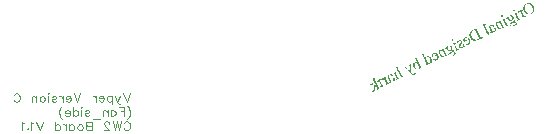
<source format=gbo>
G04 Layer: BottomSilkscreenLayer*
G04 EasyEDA Pro v1.9.30.011b94, 2023-06-19 19:01:04*
G04 Gerber Generator version 0.3*
G04 Scale: 100 percent, Rotated: No, Reflected: No*
G04 Dimensions in millimeters*
G04 Leading zeros omitted, absolute positions, 3 integers and 3 decimals*
%FSLAX33Y33*%
%MOMM*%
%ADD10C,0.1*%
G75*


G04 Text Start*
G04 //text: Original Designed by hartk*
G36*
G01X127021Y81980D02*
G01X127013Y81980D01*
G01X126990Y81978D01*
G01X126981Y81977D01*
G01X126963Y81974D01*
G01X126941Y81971D01*
G01X126932Y81968D01*
G01X126911Y81962D01*
G01X126899Y81958D01*
G01X126894D01*
G01X126893Y81957D01*
G01X126883Y81953D01*
G01X126840Y81933D01*
G01X126795Y81910D01*
G01X126786Y81905D01*
G01X126762Y81888D01*
G01X126756Y81884D01*
G01X126748Y81877D01*
G01X126738Y81869D01*
G01X126724Y81858D01*
G01X126720Y81854D01*
G01X126716Y81850D01*
G01X126706Y81839D01*
G01X126697Y81830D01*
G01X126692Y81824D01*
G01X126689Y81819D01*
G01X126683Y81812D01*
G01X126674Y81801D01*
G01X126668Y81794D01*
G01X126663Y81786D01*
G01X126649Y81765D01*
G01X126644Y81756D01*
G01X126640Y81746D01*
G01X126638Y81744D01*
G01X126636Y81741D01*
G01X126632Y81736D01*
G01X126630Y81733D01*
G01X126629Y81730D01*
G01X126628Y81722D01*
G01X126625Y81715D01*
G01X126622Y81709D01*
G01X126616Y81697D01*
G01X126611Y81687D01*
G01X126608Y81680D01*
G01X126606Y81669D01*
G01X126604Y81662D01*
G01X126600Y81655D01*
G01X126599Y81651D01*
G01X126598Y81646D01*
G01Y81637D01*
G01X126596Y81629D01*
G01Y81628D01*
G01X126709D01*
G01X126710Y81639D01*
G01Y81648D01*
G01Y81662D01*
G01Y81668D01*
G01Y81673D01*
G01X126712Y81684D01*
G01X126713Y81691D01*
G01X126714Y81703D01*
G01X126715Y81708D01*
G01X126716Y81711D01*
G01X126719Y81718D01*
G01X126720Y81721D01*
G01X126721Y81725D01*
G01X126720Y81732D01*
G01X126721Y81735D01*
G01X126722Y81738D01*
G01X126724Y81742D01*
G01X126728Y81751D01*
G01X126731Y81760D01*
G01X126737Y81772D01*
G01X126743Y81783D01*
G01X126746Y81789D01*
G01X126754Y81800D01*
G01X126761Y81810D01*
G01X126766Y81816D01*
G01X126775Y81826D01*
G01X126785Y81836D01*
G01X126792Y81843D01*
G01X126804Y81853D01*
G01X126813Y81861D01*
G01X126819Y81865D01*
G01X126831Y81872D01*
G01X126849Y81884D01*
G01X126857Y81887D01*
G01X126864Y81891D01*
G01X126874Y81894D01*
G01X126906Y81905D01*
G01X126913Y81908D01*
G01X126923Y81910D01*
G01X126935Y81912D01*
G01X126950Y81916D01*
G01X126959Y81917D01*
G01X126965D01*
G01X126974Y81916D01*
G01X126992Y81917D01*
G01X126997D01*
G01X127010Y81916D01*
G01X127023Y81915D01*
G01X127027Y81914D01*
G01X127031Y81913D01*
G01X127037Y81910D01*
G01X127040Y81909D01*
G01X127044Y81908D01*
G01X127049Y81907D01*
G01X127056D01*
G01X127060Y81906D01*
G01X127065Y81904D01*
G01X127072Y81899D01*
G01X127076Y81897D01*
G01X127080Y81896D01*
G01X127090Y81893D01*
G01X127097Y81890D01*
G01X127112Y81880D01*
G01X127126Y81872D01*
G01X127131Y81870D01*
G01X127136Y81866D01*
G01X127148Y81856D01*
G01X127157Y81850D01*
G01X127165Y81844D01*
G01X127173Y81837D01*
G01X127189Y81822D01*
G01X127222Y81788D01*
G01X127228Y81781D01*
G01X127239Y81765D01*
G01X127246Y81756D01*
G01X127250Y81752D01*
G01X127253Y81747D01*
G01X127261Y81734D01*
G01X127265Y81727D01*
G01X127270Y81721D01*
G01X127275Y81713D01*
G01X127281Y81702D01*
G01X127289Y81688D01*
G01X127292Y81683D01*
G01X127294Y81680D01*
G01X127296Y81678D01*
G01X127302Y81669D01*
G01X127317Y81639D01*
G01X127321Y81630D01*
G01X127333Y81605D01*
G01X127335Y81598D01*
G01X127336Y81594D01*
G01X127338Y81588D01*
G01X127340Y81582D01*
G01X127346Y81569D01*
G01X127354Y81553D01*
G01X127356Y81547D01*
G01X127357Y81543D01*
G01X127358Y81536D01*
G01X127363Y81525D01*
G01X127365Y81518D01*
G01X127366Y81513D01*
G01X127368Y81505D01*
G01X127376Y81480D01*
G01X127380Y81467D01*
G01X127383Y81456D01*
G01X127389Y81425D01*
G01X127391Y81411D01*
G01X127392Y81398D01*
G01X127394Y81375D01*
G01Y81364D01*
G01X127393Y81354D01*
G01Y81345D01*
G01X127394Y81331D01*
G01Y81322D01*
G01X127393Y81313D01*
G01X127392Y81302D01*
G01X127390Y81291D01*
G01X127389Y81288D01*
G01Y81285D01*
G01X127390Y81278D01*
G01X127389Y81275D01*
G01X127388Y81272D01*
G01X127386Y81268D01*
G01X127383Y81261D01*
G01X127380Y81250D01*
G01X127378Y81243D01*
G01X127373Y81233D01*
G01X127371Y81222D01*
G01X127368Y81214D01*
G01X127365Y81207D01*
G01X127360Y81197D01*
G01X127359Y81194D01*
G01X127355Y81188D01*
G01X127344Y81176D01*
G01X127338Y81167D01*
G01X127332Y81159D01*
G01X127326Y81152D01*
G01X127311Y81138D01*
G01X127309Y81136D01*
G01X127303Y81132D01*
G01X127293Y81126D01*
G01X127290Y81123D01*
G01Y81122D01*
G01X127288Y81121D01*
G01X127280Y81116D01*
G01X127257Y81104D01*
G01X127241Y81097D01*
G01X127217Y81086D01*
G01X127209Y81083D01*
G01X127203Y81081D01*
G01X127192Y81078D01*
G01X127180Y81076D01*
G01X127166Y81073D01*
G01X127155Y81071D01*
G01X127146D01*
G01X127123Y81070D01*
G01X127115D01*
G01X127105Y81071D01*
G01X127092Y81072D01*
G01X127080Y81075D01*
G01X127073Y81076D01*
G01X127058Y81079D01*
G01X127051Y81080D01*
G01X127041Y81085D01*
G01X127034Y81088D01*
G01X127027Y81089D01*
G01X127021Y81091D01*
G01X127015Y81093D01*
G01X127004Y81098D01*
G01X126987Y81107D01*
G01X126977Y81111D01*
G01X126973Y81113D01*
G01X126968Y81117D01*
G01X126955Y81128D01*
G01X126947Y81133D01*
G01X126939Y81139D01*
G01X126932Y81146D01*
G01X126913Y81165D01*
G01X126893Y81187D01*
G01X126877Y81204D01*
G01X126871Y81210D01*
G01X126858Y81232D01*
G01X126850Y81242D01*
G01X126845Y81249D01*
G01X126840Y81256D01*
G01X126828Y81278D01*
G01X126825Y81283D01*
G01X126823Y81286D01*
G01X126822Y81287D01*
G01X126816Y81296D01*
G01X126792Y81343D01*
G01X126770Y81390D01*
G01X126767Y81399D01*
G01X126766Y81401D01*
G01X126765Y81405D01*
G01X126762Y81414D01*
G01X126757Y81426D01*
G01X126750Y81441D01*
G01X126748Y81446D01*
G01X126747Y81450D01*
G01X126745Y81457D01*
G01X126741Y81468D01*
G01X126738Y81475D01*
G01Y81480D01*
G01X126735Y81488D01*
G01X126727Y81513D01*
G01X126724Y81525D01*
G01X126721Y81537D01*
G01X126716Y81568D01*
G01X126713Y81582D01*
G01X126712Y81595D01*
G01X126710Y81618D01*
G01X126709Y81628D01*
G01X126596D01*
G01X126593Y81624D01*
G01X126592Y81620D01*
G01X126590Y81612D01*
G01X126588Y81595D01*
G01X126587Y81591D01*
G01X126585Y81587D01*
G01X126584Y81581D01*
G01Y81568D01*
G01X126583Y81560D01*
G01X126581Y81547D01*
G01X126580Y81542D01*
G01Y81537D01*
G01X126581Y81520D01*
G01X126580Y81508D01*
G01Y81499D01*
G01X126583Y81486D01*
G01Y81472D01*
G01X126584Y81462D01*
G01X126588Y81446D01*
G01X126589Y81434D01*
G01X126590Y81426D01*
G01X126591Y81419D01*
G01X126595Y81405D01*
G01X126598Y81395D01*
G01X126601Y81384D01*
G01X126605Y81373D01*
G01X126608Y81366D01*
G01Y81362D01*
G01X126609Y81360D01*
G01X126613Y81350D01*
G01X126633Y81307D01*
G01X126659Y81256D01*
G01X126667Y81243D01*
G01X126676Y81228D01*
G01X126684Y81218D01*
G01X126710Y81183D01*
G01X126717Y81175D01*
G01X126727Y81164D01*
G01X126737Y81152D01*
G01X126744Y81144D01*
G01X126752Y81138D01*
G01X126764Y81128D01*
G01X126781Y81112D01*
G01X126786Y81109D01*
G01X126793Y81103D01*
G01X126800Y81098D01*
G01X126821Y81084D01*
G01X126831Y81078D01*
G01X126846Y81070D01*
G01X126853Y81065D01*
G01X126858Y81061D01*
G01X126861Y81059D01*
G01X126864Y81058D01*
G01X126868Y81057D01*
G01X126872Y81056D01*
G01X126876Y81055D01*
G01X126880Y81053D01*
G01X126887Y81047D01*
G01X126891Y81046D01*
G01X126895Y81044D01*
G01X126902Y81043D01*
G01X126910Y81040D01*
G01X126920Y81035D01*
G01X126931Y81033D01*
G01X126939Y81031D01*
G01X126949Y81025D01*
G01X126956Y81024D01*
G01X126966Y81021D01*
G01X126976Y81019D01*
G01X126987Y81017D01*
G01X126998Y81014D01*
G01X127006Y81013D01*
G01X127015Y81012D01*
G01X127040Y81010D01*
G01X127062Y81007D01*
G01X127079D01*
G01X127105Y81009D01*
G01X127127Y81012D01*
G01X127156Y81016D01*
G01X127178Y81020D01*
G01X127185Y81022D01*
G01X127196Y81027D01*
G01X127204Y81029D01*
G01X127209Y81030D01*
G01X127219Y81034D01*
G01X127270Y81058D01*
G01X127320Y81083D01*
G01X127328Y81088D01*
G01X127330Y81090D01*
G01X127352Y81108D01*
G01X127364Y81118D01*
G01X127383Y81133D01*
G01X127388Y81137D01*
G01X127392Y81140D01*
G01X127400Y81150D01*
G01X127408Y81160D01*
G01X127417Y81168D01*
G01X127420Y81172D01*
G01X127423Y81177D01*
G01X127428Y81185D01*
G01X127440Y81199D01*
G01X127443Y81203D01*
G01X127450Y81213D01*
G01X127457Y81223D01*
G01X127462Y81232D01*
G01X127469Y81246D01*
G01X127477Y81260D01*
G01X127481Y81269D01*
G01X127485Y81278D01*
G01X127490Y81288D01*
G01X127492Y81295D01*
G01X127495Y81306D01*
G01X127500Y81317D01*
G01X127502Y81324D01*
G01X127504Y81335D01*
G01X127510Y81346D01*
G01X127512Y81353D01*
G01X127513Y81360D01*
G01X127516Y81371D01*
G01X127518Y81380D01*
G01X127520Y81400D01*
G01X127523Y81417D01*
G01X127524Y81424D01*
G01Y81441D01*
G01X127525Y81451D01*
G01Y81460D01*
G01Y81476D01*
G01X127524Y81499D01*
G01X127523Y81512D01*
G01X127518Y81541D01*
G01X127514Y81563D01*
G01X127513Y81572D01*
G01X127506Y81591D01*
G01X127504Y81602D01*
G01X127503Y81607D01*
G01X127501Y81613D01*
G01X127495Y81626D01*
G01X127492Y81635D01*
G01Y81639D01*
G01X127491Y81641D01*
G01X127487Y81650D01*
G01X127467Y81693D01*
G01X127445Y81736D01*
G01X127440Y81744D01*
G01X127437Y81747D01*
G01X127434Y81752D01*
G01X127427Y81765D01*
G01X127422Y81772D01*
G01X127414Y81782D01*
G01X127402Y81798D01*
G01X127396Y81807D01*
G01X127388Y81815D01*
G01X127374Y81832D01*
G01X127366Y81842D01*
G01X127355Y81853D01*
G01X127344Y81860D01*
G01X127324Y81877D01*
G01X127315Y81884D01*
G01X127308Y81889D01*
G01X127297Y81898D01*
G01X127293Y81901D01*
G01X127288Y81904D01*
G01X127276Y81910D01*
G01X127254Y81924D01*
G01X127250Y81926D01*
G01X127246Y81928D01*
G01X127238Y81931D01*
G01X127226Y81939D01*
G01X127221Y81941D01*
G01X127217Y81943D01*
G01X127209Y81944D01*
G01X127202Y81947D01*
G01X127192Y81952D01*
G01X127180Y81954D01*
G01X127173Y81957D01*
G01X127168Y81959D01*
G01X127161Y81962D01*
G01X127156Y81964D01*
G01X127149Y81965D01*
G01X127122Y81971D01*
G01X127106Y81974D01*
G01X127085Y81976D01*
G01X127069Y81979D01*
G01X127063Y81980D01*
G01X127057D01*
G01X127041Y81979D01*
G01X127030Y81980D01*
G37*
G36*
G01X125781Y81440D02*
G01X125777Y81438D01*
G01X125768Y81435D01*
G01X125759Y81431D01*
G01X125750Y81426D01*
G01X125743Y81422D01*
G01X125740Y81420D01*
G01X125736Y81416D01*
G01X125728Y81407D01*
G01X125722Y81400D01*
G01X125721Y81399D01*
G01X125719Y81395D01*
G01X125718Y81390D01*
G01X125717Y81384D01*
G01X125715Y81362D01*
G01X125716Y81357D01*
G01X125717Y81352D01*
G01X125722Y81341D01*
G01X125727Y81331D01*
G01X125732Y81325D01*
G01X125736Y81320D01*
G01X125742Y81315D01*
G01X125749Y81309D01*
G01X125755Y81307D01*
G01X125767Y81301D01*
G01X125771Y81300D01*
G01X125778Y81298D01*
G01X125784Y81297D01*
G01X125787D01*
G01X125795Y81298D01*
G01X125803Y81301D01*
G01X125810Y81303D01*
G01X125817Y81307D01*
G01X125828Y81312D01*
G01X125835Y81318D01*
G01X125842Y81324D01*
G01X125846Y81331D01*
G01X125850Y81337D01*
G01X125853Y81344D01*
G01X125855Y81351D01*
G01X125858Y81361D01*
G01X125859Y81367D01*
G01Y81374D01*
G01X125858Y81380D01*
G01X125854Y81390D01*
G01X125848Y81402D01*
G01X125844Y81409D01*
G01X125840Y81414D01*
G01X125836Y81419D01*
G01X125833Y81422D01*
G01X125829Y81425D01*
G01X125816Y81432D01*
G01X125809Y81436D01*
G01X125801Y81437D01*
G01X125786Y81440D01*
G37*
G36*
G01X126523Y81360D02*
G01X126510Y81360D01*
G01X126498Y81358D01*
G01X126482Y81357D01*
G01X126464Y81356D01*
G01X126452Y81355D01*
G01X126436Y81353D01*
G01X126418D01*
G01X126406Y81352D01*
G01X126390Y81350D01*
G01X126373Y81349D01*
G01X126360Y81347D01*
G01X126352D01*
G01X126346D01*
G01X126343D01*
G01X126339Y81346D01*
G01X126330Y81342D01*
G01X126321Y81338D01*
G01X126302Y81329D01*
G01X126326Y81279D01*
G01X126348Y81233D01*
G01X126351Y81225D01*
G01X126352Y81222D01*
G01Y81220D01*
G01X126351Y81218D01*
G01X126349D01*
G01X126346Y81220D01*
G01X126310Y81239D01*
G01X126299Y81243D01*
G01X126295Y81245D01*
G01X126284Y81253D01*
G01X126280Y81255D01*
G01X126276Y81257D01*
G01X126268Y81258D01*
G01X126261Y81261D01*
G01X126255Y81264D01*
G01X126251Y81265D01*
G01X126248D01*
G01X126238D01*
G01X126227Y81270D01*
G01X126223Y81271D01*
G01X126218D01*
G01X126204D01*
G01X126189Y81270D01*
G01X126184Y81269D01*
G01X126174Y81266D01*
G01X126167Y81263D01*
G01X126159Y81259D01*
G01X126149Y81253D01*
G01X126139Y81247D01*
G01X126133Y81242D01*
G01X126128Y81239D01*
G01X126125Y81235D01*
G01X126122Y81232D01*
G01X126110Y81212D01*
G01X126107Y81206D01*
G01X126106Y81202D01*
G01X126105Y81197D01*
G01X126104Y81185D01*
G01X126103Y81175D01*
G01X126104Y81171D01*
G01X126105Y81167D01*
G01X126106Y81162D01*
G01X126110Y81155D01*
G01X126114Y81148D01*
G01X126119Y81141D01*
G01X126122Y81137D01*
G01X126126Y81133D01*
G01X126131Y81129D01*
G01X126136Y81126D01*
G01X126141Y81123D01*
G01X126147Y81120D01*
G01X126153Y81118D01*
G01X126163Y81115D01*
G01X126170D01*
G01X126176Y81116D01*
G01X126182Y81117D01*
G01X126196Y81125D01*
G01X126200Y81128D01*
G01X126210Y81135D01*
G01X126217Y81142D01*
G01X126222Y81149D01*
G01X126226Y81156D01*
G01X126239Y81179D01*
G01X126247Y81192D01*
G01X126252Y81199D01*
G01X126257Y81205D01*
G01X126264Y81209D01*
G01X126268D01*
G01X126272D01*
G01X126280Y81208D01*
G01X126294D01*
G01X126297Y81207D01*
G01X126301Y81205D01*
G01X126306Y81201D01*
G01X126309Y81199D01*
G01X126312Y81198D01*
G01X126318Y81197D01*
G01X126322Y81196D01*
G01X126329Y81193D01*
G01X126344Y81184D01*
G01X126347Y81182D01*
G01X126353Y81179D01*
G01X126357Y81177D01*
G01X126369Y81168D01*
G01X126376Y81163D01*
G01X126379Y81162D01*
G01X126381Y81160D01*
G01X126383Y81156D01*
G01X126390Y81145D01*
G01X126464Y81000D01*
G01X126517Y80887D01*
G01X126541Y80835D01*
G01X126544Y80827D01*
G01X126545Y80824D01*
G01X126546Y80817D01*
G01X126547Y80802D01*
G01X126546Y80790D01*
G01X126544Y80784D01*
G01X126542Y80778D01*
G01X126540Y80771D01*
G01X126536Y80765D01*
G01X126533Y80760D01*
G01X126529Y80754D01*
G01X126520Y80746D01*
G01X126514Y80741D01*
G01X126508Y80736D01*
G01X126498Y80729D01*
G01X126481Y80719D01*
G01X126491Y80700D01*
G01X126637Y80771D01*
G01X126701Y80803D01*
G01X126774Y80841D01*
G01X126780Y80845D01*
G01X126782Y80847D01*
G01X126780Y80851D01*
G01X126775Y80856D01*
G01X126773Y80858D01*
G01X126770Y80859D01*
G01X126767Y80860D01*
G01X126762D01*
G01X126756Y80858D01*
G01X126743Y80852D01*
G01X126734Y80849D01*
G01X126729Y80848D01*
G01X126720D01*
G01X126703Y80847D01*
G01X126698D01*
G01X126693D01*
G01X126689Y80848D01*
G01X126685Y80850D01*
G01X126672Y80858D01*
G01X126671D01*
G01Y80859D01*
G01X126668Y80862D01*
G01X126662Y80873D01*
G01X126570Y81056D01*
G01X126479Y81242D01*
G01X126474Y81256D01*
G01X126473Y81258D01*
G01X126471Y81266D01*
G01X126468Y81277D01*
G01X126467Y81283D01*
G01Y81290D01*
G01X126468Y81296D01*
G01X126471Y81302D01*
G01X126474Y81308D01*
G01X126478Y81313D01*
G01X126483Y81317D01*
G01X126490Y81321D01*
G01X126502Y81326D01*
G01X126506Y81328D01*
G01X126510Y81329D01*
G01X126518Y81330D01*
G01X126528Y81332D01*
G01X126532Y81334D01*
G01X126536Y81336D01*
G01X126538Y81339D01*
G01X126539Y81342D01*
G01Y81347D01*
G01Y81350D01*
G01X126537Y81353D01*
G01X126535Y81355D01*
G01X126534Y81356D01*
G01X126531Y81358D01*
G01X126528Y81359D01*
G37*
G36*
G01X126063Y81136D02*
G01X126046Y81136D01*
G01X126023Y81135D01*
G01X126010Y81134D01*
G01X125995Y81132D01*
G01X125976Y81131D01*
G01X125964Y81130D01*
G01X125949Y81129D01*
G01X125931Y81128D01*
G01X125918Y81127D01*
G01X125903Y81125D01*
G01X125891D01*
G01X125885Y81123D01*
G01X125876Y81120D01*
G01X125868Y81116D01*
G01X125850Y81108D01*
G01X125964Y80877D01*
G01X126078Y80641D01*
G01X126084Y80627D01*
G01X126096Y80594D01*
G01X126098Y80584D01*
G01X126099Y80577D01*
G01Y80570D01*
G01X126098Y80561D01*
G01X126097Y80556D01*
G01X126096Y80552D01*
G01X126094Y80548D01*
G01X126087Y80535D01*
G01X126084Y80531D01*
G01X126081Y80529D01*
G01X126077Y80526D01*
G01X126068Y80521D01*
G01X126061Y80516D01*
G01X126056Y80511D01*
G01X126050Y80507D01*
G01X126044Y80504D01*
G01X126043Y80503D01*
G01X126042Y80502D01*
G01X126041Y80500D01*
G01Y80498D01*
G01X126042Y80494D01*
G01X126048Y80482D01*
G01X126187Y80551D01*
G01X126247Y80580D01*
G01X126316Y80616D01*
G01X126322Y80620D01*
G01X126323Y80622D01*
G01X126321Y80626D01*
G01X126317Y80631D01*
G01X126314Y80633D01*
G01X126312Y80634D01*
G01X126309Y80635D01*
G01X126305D01*
G01X126298Y80633D01*
G01X126287Y80628D01*
G01X126280Y80626D01*
G01X126268Y80624D01*
G01X126259Y80622D01*
G01X126254Y80621D01*
G01X126249D01*
G01X126245D01*
G01X126242Y80623D01*
G01X126228Y80631D01*
G01X126222Y80635D01*
G01X126216Y80641D01*
G01X126205Y80653D01*
G01Y80654D01*
G01X126202Y80658D01*
G01X126117Y80829D01*
G01X126037Y80994D01*
G01X126032Y81006D01*
G01X126031Y81008D01*
G01Y81011D01*
G01X126028Y81018D01*
G01X126021Y81035D01*
G01X126019Y81041D01*
G01X126017Y81048D01*
G01X126015Y81054D01*
G01Y81062D01*
G01Y81068D01*
G01X126016Y81074D01*
G01X126018Y81080D01*
G01X126020Y81085D01*
G01X126022Y81087D01*
G01X126023Y81090D01*
G01X126026Y81092D01*
G01X126030Y81095D01*
G01X126038Y81099D01*
G01X126048Y81103D01*
G01X126060Y81105D01*
G01X126072Y81109D01*
G01X126087Y81114D01*
G01X126083Y81129D01*
G01X126080Y81133D01*
G01X126077Y81135D01*
G01X126073Y81136D01*
G01X126072D01*
G37*
G36*
G01X124794Y80953D02*
G01X124787Y80952D01*
G01X124781Y80950D01*
G01X124774Y80948D01*
G01X124762Y80941D01*
G01X124757Y80938D01*
G01X124752Y80935D01*
G01X124748Y80931D01*
G01X124743Y80927D01*
G01X124740Y80922D01*
G01X124736Y80917D01*
G01X124730Y80906D01*
G01X124728Y80900D01*
G01X124726Y80890D01*
G01X124725Y80883D01*
G01X124726Y80877D01*
G01X124727Y80871D01*
G01X124729Y80861D01*
G01X124732Y80855D01*
G01X124736Y80849D01*
G01X124739Y80842D01*
G01X124744Y80837D01*
G01X124748Y80832D01*
G01X124752Y80828D01*
G01X124755Y80826D01*
G01X124768Y80818D01*
G01X124775Y80815D01*
G01X124783Y80813D01*
G01X124798Y80811D01*
G01X124800D01*
G01X124807Y80813D01*
G01X124817Y80816D01*
G01X124836Y80825D01*
G01X124844Y80830D01*
G01X124849Y80834D01*
G01X124851Y80836D01*
G01X124852Y80838D01*
G01X124861Y80853D01*
G01X124863Y80859D01*
G01X124865Y80869D01*
G01X124868Y80886D01*
G01X124869Y80888D01*
G01X124868Y80891D01*
G01X124867Y80895D01*
G01X124865Y80904D01*
G01X124861Y80912D01*
G01X124857Y80919D01*
G01X124853Y80926D01*
G01X124851Y80928D01*
G01X124847Y80933D01*
G01X124838Y80940D01*
G01X124830Y80948D01*
G01X124827Y80949D01*
G01X124820Y80951D01*
G01X124800Y80953D01*
G37*
G36*
G01X125546Y80931D02*
G01X125530Y80930D01*
G01X125512Y80929D01*
G01X125507D01*
G01X125501Y80927D01*
G01X125489Y80924D01*
G01X125480Y80922D01*
G01X125473Y80921D01*
G01X125463Y80917D01*
G01X125429Y80901D01*
G01X125392Y80882D01*
G01X125385Y80877D01*
G01X125383Y80876D01*
G01X125380Y80874D01*
G01X125373Y80869D01*
G01X125364Y80864D01*
G01X125360Y80861D01*
G01X125357Y80858D01*
G01X125350Y80850D01*
G01X125343Y80843D01*
G01X125335Y80837D01*
G01X125331Y80833D01*
G01X125329Y80830D01*
G01X125325Y80825D01*
G01X125320Y80817D01*
G01X125308Y80803D01*
G01X125305Y80799D01*
G01X125303Y80795D01*
G01X125302D01*
G01X125300Y80793D01*
G01X125294Y80789D01*
G01X125282Y80782D01*
G01X125244Y80763D01*
G01X125384D01*
G01X125385Y80775D01*
G01Y80782D01*
G01X125384Y80789D01*
G01X125385Y80792D01*
G01X125386Y80796D01*
G01X125389Y80802D01*
G01X125392Y80810D01*
G01X125393Y80816D01*
G01X125394Y80820D01*
G01X125397Y80826D01*
G01X125405Y80839D01*
G01X125413Y80850D01*
G01X125415Y80852D01*
G01X125420Y80858D01*
G01X125425Y80862D01*
G01X125431Y80866D01*
G01X125437Y80870D01*
G01X125442Y80873D01*
G01X125447Y80875D01*
G01X125451Y80876D01*
G01X125459Y80877D01*
G01X125479Y80883D01*
G01X125484Y80884D01*
G01X125489Y80885D01*
G01X125497Y80884D01*
G01X125504D01*
G01X125512Y80885D01*
G01X125515Y80884D01*
G01X125518Y80883D01*
G01X125525Y80880D01*
G01X125532Y80878D01*
G01X125538Y80877D01*
G01X125542Y80875D01*
G01X125549Y80872D01*
G01X125554Y80869D01*
G01X125572Y80856D01*
G01X125576Y80853D01*
G01X125583Y80846D01*
G01X125593Y80834D01*
G01X125598Y80828D01*
G01X125599Y80826D01*
G01X125605Y80818D01*
G01X125624Y80779D01*
G01X125644Y80738D01*
G01X125647Y80730D01*
G01Y80728D01*
G01X125649Y80719D01*
G01X125655Y80700D01*
G01X125657Y80689D01*
G01X125660Y80675D01*
G01X125662Y80654D01*
G01Y80643D01*
G01X125660Y80615D01*
G01X125659Y80609D01*
G01X125658Y80604D01*
G01X125656Y80599D01*
G01X125653Y80592D01*
G01X125651Y80585D01*
G01X125649Y80577D01*
G01X125648Y80573D01*
G01X125646Y80570D01*
G01X125643Y80566D01*
G01X125630Y80548D01*
G01X125626Y80545D01*
G01X125623Y80542D01*
G01X125618Y80539D01*
G01X125609Y80534D01*
G01X125607Y80532D01*
G01X125606Y80531D01*
G01X125605Y80530D01*
G01X125604Y80529D01*
G01X125602Y80528D01*
G01X125596Y80525D01*
G01X125590Y80523D01*
G01X125572Y80518D01*
G01X125562Y80516D01*
G01X125550Y80515D01*
G01X125541D01*
G01X125526Y80517D01*
G01X125519Y80519D01*
G01X125512Y80523D01*
G01X125506Y80525D01*
G01X125499Y80526D01*
G01X125495Y80528D01*
G01X125491Y80530D01*
G01X125472Y80544D01*
G01X125468Y80547D01*
G01X125461Y80555D01*
G01X125452Y80566D01*
G01X125445Y80574D01*
G01X125439Y80583D01*
G01X125425Y80611D01*
G01X125407Y80649D01*
G01X125401Y80665D01*
G01X125398Y80673D01*
G01X125394Y80686D01*
G01X125392Y80698D01*
G01X125387Y80715D01*
G01X125386Y80721D01*
G01X125385Y80726D01*
G01Y80736D01*
G01X125384Y80763D01*
G01X125244D01*
G01X125230Y80755D01*
G01X125175Y80728D01*
G01X125154Y80717D01*
G01X125151Y80715D01*
G01X125148Y80711D01*
G01X125146Y80707D01*
G01X125145Y80704D01*
G01Y80702D01*
G01X125146Y80697D01*
G01X125147Y80692D01*
G01X125149Y80687D01*
G01X125152Y80683D01*
G01X125155Y80678D01*
G01X125159Y80674D01*
G01X125162Y80670D01*
G01X125165Y80667D01*
G01X125169Y80665D01*
G01X125170D01*
G01X125173D01*
G01X125176D01*
G01X125186Y80668D01*
G01X125198Y80673D01*
G01X125225Y80686D01*
G01X125247Y80696D01*
G01X125263Y80703D01*
G01X125273Y80705D01*
G01X125276Y80704D01*
G01Y80697D01*
G01Y80694D01*
G01X125274Y80688D01*
G01Y80681D01*
G01X125276Y80669D01*
G01Y80659D01*
G01Y80654D01*
G01X125278Y80646D01*
G01X125282Y80632D01*
G01X125284Y80621D01*
G01X125286Y80615D01*
G01X125289Y80605D01*
G01X125297Y80590D01*
G01X125304Y80575D01*
G01X125310Y80565D01*
G01X125313Y80560D01*
G01X125334Y80533D01*
G01X125343Y80524D01*
G01X125348Y80519D01*
G01X125358Y80511D01*
G01X125363Y80507D01*
G01X125373Y80501D01*
G01X125399Y80487D01*
G01X125406Y80484D01*
G01X125418Y80481D01*
G01X125425Y80479D01*
G01X125430Y80476D01*
G01X125437Y80473D01*
G01X125442Y80472D01*
G01X125449Y80470D01*
G01X125461Y80468D01*
G01X125466Y80467D01*
G01X125481D01*
G01X125493Y80466D01*
G01X125501D01*
G01X125514Y80468D01*
G01X125528Y80469D01*
G01X125533Y80470D01*
G01X125540Y80471D01*
G01X125551Y80474D01*
G01X125561Y80476D01*
G01X125567Y80477D01*
G01X125577Y80481D01*
G01X125606Y80495D01*
G01X125642Y80514D01*
G01X125657Y80523D01*
G01X125664Y80527D01*
G01X125675Y80535D01*
G01X125681Y80540D01*
G01X125687Y80544D01*
G01X125693Y80547D01*
G01X125697Y80548D01*
G01X125702Y80549D01*
G01X125706Y80550D01*
G01X125713Y80549D01*
G01X125717D01*
G01X125732Y80543D01*
G01X125739Y80541D01*
G01X125743Y80540D01*
G01X125747Y80538D01*
G01X125751Y80536D01*
G01X125761Y80527D01*
G01X125771Y80519D01*
G01X125775Y80516D01*
G01X125777Y80513D01*
G01X125779Y80509D01*
G01X125780Y80506D01*
G01X125782Y80488D01*
G01Y80482D01*
G01X125781Y80480D01*
G01X125778Y80472D01*
G01X125775Y80468D01*
G01X125763Y80455D01*
G01X125761Y80453D01*
G01X125756Y80449D01*
G01X125741Y80441D01*
G01X125733Y80436D01*
G01X125729Y80434D01*
G01X125728Y80433D01*
G01X125719Y80427D01*
G01X125626Y80379D01*
G01X125618Y80375D01*
G01X125615Y80373D01*
G01X125614Y80371D01*
G01X125604Y80366D01*
G01X125552Y80339D01*
G01X125545Y80335D01*
G01X125541Y80332D01*
G01X125535Y80327D01*
G01X125522Y80320D01*
G01X125504Y80309D01*
G01X125500Y80306D01*
G01X125489Y80299D01*
G01X125483Y80293D01*
G01X125475Y80286D01*
G01X125460Y80271D01*
G01X125454Y80262D01*
G01X125447Y80252D01*
G01X125442Y80246D01*
G01X125438Y80241D01*
G01X125436Y80238D01*
G01X125435Y80235D01*
G01X125433Y80227D01*
G01X125431Y80220D01*
G01X125428Y80215D01*
G01X125427Y80211D01*
G01X125425Y80204D01*
G01X125424Y80198D01*
G01X125422Y80176D01*
G01Y80172D01*
G01X125423Y80164D01*
G01X125426Y80150D01*
G01X125429Y80138D01*
G01X125492D01*
G01Y80147D01*
G01X125493Y80155D01*
G01X125495Y80159D01*
G01X125498Y80167D01*
G01X125503Y80174D01*
G01X125506Y80179D01*
G01X125510Y80184D01*
G01X125514Y80188D01*
G01X125526Y80197D01*
G01X125533Y80204D01*
G01X125538Y80208D01*
G01X125554Y80216D01*
G01X125562Y80221D01*
G01X125566Y80225D01*
G01X125577Y80231D01*
G01X125608Y80247D01*
G01X125617Y80252D01*
G01X125643Y80266D01*
G01X125650Y80270D01*
G01X125651Y80271D01*
G01X125653Y80272D01*
G01X125662Y80278D01*
G01X125691Y80293D01*
G01X125699Y80297D01*
G01X125723Y80309D01*
G01X125731Y80314D01*
G01X125734Y80317D01*
G01X125741Y80321D01*
G01X125767Y80335D01*
G01X125782Y80345D01*
G01X125815Y80366D01*
G01X125823Y80370D01*
G01X125829Y80373D01*
G01X125833Y80374D01*
G01X125836Y80373D01*
G01X125838Y80372D01*
G01X125840Y80371D01*
G01X125843Y80370D01*
G01X125851Y80369D01*
G01X125858Y80366D01*
G01X125865Y80363D01*
G01X125875Y80358D01*
G01X125880Y80355D01*
G01X125891Y80348D01*
G01X125898Y80344D01*
G01X125904Y80342D01*
G01X125906Y80340D01*
G01X125909Y80337D01*
G01X125918Y80328D01*
G01X125928Y80320D01*
G01X125931Y80316D01*
G01X125934Y80312D01*
G01X125939Y80304D01*
G01X125944Y80293D01*
G01X125947Y80282D01*
G01X125948Y80277D01*
G01X125949Y80266D01*
G01Y80259D01*
G01X125948Y80253D01*
G01X125947Y80248D01*
G01X125946Y80244D01*
G01X125944Y80240D01*
G01X125933Y80219D01*
G01X125930Y80214D01*
G01X125927Y80210D01*
G01X125923Y80206D01*
G01X125907Y80188D01*
G01X125895Y80175D01*
G01X125889Y80170D01*
G01X125873Y80157D01*
G01X125865Y80150D01*
G01X125858Y80145D01*
G01X125841Y80136D01*
G01X125836Y80133D01*
G01X125832Y80131D01*
G01X125831Y80129D01*
G01X125829Y80128D01*
G01X125822Y80123D01*
G01X125785Y80105D01*
G01X125737Y80082D01*
G01X125723Y80077D01*
G01X125707Y80071D01*
G01X125694Y80067D01*
G01X125684Y80065D01*
G01X125669Y80062D01*
G01X125652Y80057D01*
G01X125646Y80056D01*
G01X125642D01*
G01X125636D01*
G01X125626Y80057D01*
G01X125613Y80056D01*
G01X125604D01*
G01X125598Y80058D01*
G01X125592Y80059D01*
G01X125585Y80058D01*
G01X125582Y80059D01*
G01X125578Y80060D01*
G01X125572Y80063D01*
G01X125564Y80065D01*
G01X125553Y80068D01*
G01X125546Y80071D01*
G01X125523Y80084D01*
G01X125518Y80088D01*
G01X125512Y80095D01*
G01X125503Y80104D01*
G01X125501Y80108D01*
G01X125498Y80115D01*
G01X125496Y80120D01*
G01X125493Y80132D01*
G01X125492Y80138D01*
G01X125429D01*
G01X125431Y80131D01*
G01X125435Y80122D01*
G01X125441Y80111D01*
G01X125444Y80107D01*
G01X125452Y80097D01*
G01X125464Y80080D01*
G01X125468Y80076D01*
G01X125472Y80072D01*
G01X125477Y80068D01*
G01X125484Y80063D01*
G01X125498Y80051D01*
G01X125506Y80047D01*
G01X125519Y80038D01*
G01X125529Y80034D01*
G01X125537Y80030D01*
G01X125548Y80025D01*
G01X125555Y80023D01*
G01X125566Y80020D01*
G01X125576Y80015D01*
G01X125583Y80013D01*
G01X125591Y80012D01*
G01X125608Y80008D01*
G01X125625Y80005D01*
G01X125634Y80004D01*
G01X125656Y80002D01*
G01X125665Y80001D01*
G01X125682Y80002D01*
G01X125700Y80003D01*
G01X125709Y80004D01*
G01X125722Y80006D01*
G01X125736D01*
G01X125741Y80007D01*
G01X125747Y80008D01*
G01X125759Y80012D01*
G01X125769Y80014D01*
G01X125773Y80015D01*
G01X125779Y80016D01*
G01X125790Y80021D01*
G01X125798Y80023D01*
G01X125803Y80024D01*
G01X125812Y80028D01*
G01X125866Y80053D01*
G01X125917Y80080D01*
G01X125927Y80085D01*
G01X125929Y80087D01*
G01X125934Y80092D01*
G01X125942Y80098D01*
G01X125964Y80115D01*
G01X125980Y80128D01*
G01X125991Y80139D01*
G01X125999Y80147D01*
G01X126014Y80164D01*
G01X126022Y80173D01*
G01X126024Y80177D01*
G01X126031Y80187D01*
G01X126037Y80196D01*
G01X126043Y80206D01*
G01X126051Y80220D01*
G01X126057Y80234D01*
G01X126061Y80240D01*
G01X126062Y80248D01*
G01X126064Y80265D01*
G01Y80269D01*
G01Y80276D01*
G01X126063Y80281D01*
G01X126059Y80291D01*
G01X126056Y80296D01*
G01X126053Y80301D01*
G01X126050Y80305D01*
G01X126044Y80311D01*
G01X126038Y80317D01*
G01X126030Y80324D01*
G01X126005Y80339D01*
G01X125996Y80345D01*
G01X125986Y80349D01*
G01X125983Y80351D01*
G01X125976Y80357D01*
G01X125973Y80359D01*
G01X125970Y80360D01*
G01X125966Y80361D01*
G01X125959Y80363D01*
G01X125948Y80368D01*
G01X125941Y80370D01*
G01X125934Y80371D01*
G01X125928Y80374D01*
G01X125923Y80379D01*
G01X125919Y80380D01*
G01X125912Y80382D01*
G01X125905Y80384D01*
G01X125895Y80389D01*
G01X125887Y80392D01*
G01X125880Y80393D01*
G01X125877Y80394D01*
G01X125874Y80396D01*
G01X125871Y80398D01*
G01X125870Y80401D01*
G01X125869Y80404D01*
G01X125870Y80407D01*
G01X125875Y80414D01*
G01X125879Y80421D01*
G01X125882Y80430D01*
G01X125888Y80440D01*
G01X125892Y80449D01*
G01X125896Y80462D01*
G01X125897Y80466D01*
G01Y80473D01*
G01X125896Y80483D01*
G01X125894Y80489D01*
G01X125892Y80495D01*
G01X125889Y80499D01*
G01X125880Y80510D01*
G01X125871Y80520D01*
G01X125863Y80528D01*
G01X125855Y80534D01*
G01X125838Y80544D01*
G01X125833Y80547D01*
G01X125828Y80549D01*
G01X125823Y80551D01*
G01X125816Y80553D01*
G01X125810Y80556D01*
G01X125805Y80560D01*
G01X125802Y80561D01*
G01X125799Y80562D01*
G01X125792D01*
G01X125789D01*
G01X125786Y80563D01*
G01X125775Y80568D01*
G01X125764Y80570D01*
G01X125757Y80573D01*
G01X125750Y80576D01*
G01X125747Y80577D01*
G01X125744Y80578D01*
G01X125737Y80577D01*
G01X125735Y80578D01*
G01X125734Y80580D01*
G01X125733Y80584D01*
G01Y80587D01*
G01Y80589D01*
G01X125735Y80593D01*
G01X125737Y80598D01*
G01X125745Y80611D01*
G01X125751Y80624D01*
G01X125754Y80629D01*
G01X125763Y80646D01*
G01X125765Y80653D01*
G01X125766Y80661D01*
G01X125769Y80672D01*
G01X125770Y80677D01*
G01X125771Y80690D01*
G01X125772Y80698D01*
G01X125774Y80704D01*
G01Y80712D01*
G01X125772Y80724D01*
G01Y80734D01*
G01Y80738D01*
G01X125771Y80746D01*
G01X125768Y80758D01*
G01X125765Y80767D01*
G01Y80773D01*
G01X125763Y80778D01*
G01X125760Y80785D01*
G01X125754Y80797D01*
G01X125752Y80802D01*
G01X125743Y80819D01*
G01X125736Y80829D01*
G01X125732Y80835D01*
G01X125725Y80844D01*
G01X125718Y80852D01*
G01X125708Y80864D01*
G01X125702Y80871D01*
G01X125696Y80874D01*
G01X125689Y80879D01*
G01X125679Y80888D01*
G01X125674Y80891D01*
G01X125670Y80894D01*
G01X125637Y80911D01*
G01X125620Y80919D01*
G01X125617Y80920D01*
G01X125607D01*
G01X125604Y80921D01*
G01X125600Y80922D01*
G01X125595Y80924D01*
G01X125591Y80926D01*
G01X125583Y80927D01*
G01X125578Y80928D01*
G01X125555Y80930D01*
G37*
G36*
G01X125077Y80652D02*
G01X125008Y80647D01*
G01X124999Y80646D01*
G01X124976Y80645D01*
G01X124964Y80644D01*
G01X124949Y80642D01*
G01X124931Y80641D01*
G01X124918Y80639D01*
G01X124910D01*
G01X124904D01*
G01X124901D01*
G01X124897Y80638D01*
G01X124888Y80635D01*
G01X124879Y80631D01*
G01X124860Y80622D01*
G01X124979Y80379D01*
G01X125061Y80211D01*
G01X125100Y80127D01*
G01X125101Y80125D01*
G01X125107Y80104D01*
G01X125108Y80099D01*
G01X125109Y80089D01*
G01Y80079D01*
G01X125108Y80071D01*
G01X125107Y80067D01*
G01X125103Y80059D01*
G01X125099Y80052D01*
G01X125093Y80046D01*
G01X125090Y80042D01*
G01X125086Y80039D01*
G01X125077Y80034D01*
G01X125069Y80027D01*
G01X125062Y80023D01*
G01X125057Y80020D01*
G01X125056Y80019D01*
G01X125055Y80017D01*
G01X125054Y80016D01*
G01Y80012D01*
G01X125055Y80010D01*
G01X125061Y79998D01*
G01X125200Y80066D01*
G01X125260Y80096D01*
G01X125318Y80127D01*
G01X125328Y80134D01*
G01X125333Y80139D01*
G01X125335Y80142D01*
G01X125333Y80145D01*
G01X125331Y80148D01*
G01X125328Y80149D01*
G01X125326Y80150D01*
G01X125321Y80149D01*
G01X125314D01*
G01X125311Y80148D01*
G01X125302Y80145D01*
G01X125288Y80139D01*
G01X125282Y80137D01*
G01X125277Y80136D01*
G01X125266D01*
G01X125258Y80138D01*
G01X125254D01*
G01X125247Y80141D01*
G01X125236Y80147D01*
G01X125229Y80152D01*
G01X125226Y80155D01*
G01X125222Y80159D01*
G01X125219Y80163D01*
G01X125214Y80172D01*
G01X125207Y80183D01*
G01X125203Y80188D01*
G01X125129Y80337D01*
G01X125055Y80491D01*
G01X125054Y80494D01*
G01X125053Y80497D01*
G01X125050Y80506D01*
G01X125040Y80527D01*
G01X125035Y80540D01*
G01X125032Y80548D01*
G01X125029Y80558D01*
G01X125026Y80569D01*
G01X125025Y80576D01*
G01Y80582D01*
G01X125026Y80588D01*
G01X125029Y80594D01*
G01X125032Y80600D01*
G01X125037Y80605D01*
G01X125043Y80610D01*
G01X125050Y80615D01*
G01X125057Y80618D01*
G01X125067Y80621D01*
G01X125073Y80622D01*
G01X125080D01*
G01X125083Y80623D01*
G01X125087Y80625D01*
G01X125089Y80627D01*
G01X125091Y80629D01*
G01X125093Y80632D01*
G01X125094Y80635D01*
G01X125096Y80639D01*
G01Y80642D01*
G01X125095Y80646D01*
G01X125094Y80648D01*
G01X125092Y80650D01*
G01X125091D01*
G01X125088Y80651D01*
G01X125085Y80652D01*
G37*
G36*
G01X124752Y80493D02*
G01X124744Y80493D01*
G01X124605Y80482D01*
G01X124597D01*
G01X124580Y80481D01*
G01X124574Y80480D01*
G01X124565Y80476D01*
G01X124556Y80472D01*
G01X124536Y80463D01*
G01X124560Y80414D01*
G01X124580Y80370D01*
G01X124584Y80362D01*
G01Y80360D01*
G01X124583Y80355D01*
G01X124579D01*
G01X124576D01*
G01X124564Y80358D01*
G01X124560Y80359D01*
G01X124557Y80361D01*
G01X124552Y80363D01*
G01X124547Y80367D01*
G01X124543Y80369D01*
G01X124538Y80370D01*
G01X124529Y80371D01*
G01X124525Y80372D01*
G01X124521Y80373D01*
G01X124515Y80375D01*
G01X124509Y80378D01*
G01X124503Y80380D01*
G01X124490Y80383D01*
G01X124472Y80386D01*
G01X124461Y80389D01*
G01X124457D01*
G01X124451D01*
G01X124435D01*
G01X124422Y80390D01*
G01X124414Y80389D01*
G01X124401Y80387D01*
G01X124390D01*
G01X124385Y80386D01*
G01X124377Y80383D01*
G01X124368Y80380D01*
G01X124351Y80372D01*
G01X124330Y80361D01*
G01X124320Y80355D01*
G01X124312Y80349D01*
G01X124304Y80341D01*
G01X124299Y80337D01*
G01X124295Y80333D01*
G01X124292Y80328D01*
G01X124287Y80320D01*
G01X124278Y80310D01*
G01X124276Y80305D01*
G01X124274Y80302D01*
G01X124272Y80294D01*
G01X124270Y80286D01*
G01X124264Y80276D01*
G01X124263Y80269D01*
G01X124261Y80249D01*
G01X124260Y80240D01*
G01Y80226D01*
G01Y80216D01*
G01X124261Y80204D01*
G01X124264Y80183D01*
G01X124266Y80176D01*
G01X124271Y80165D01*
G01X124273Y80158D01*
G01X124274Y80154D01*
G01X124276Y80148D01*
G01X124353Y79988D01*
G01X124434Y79819D01*
G01X124436Y79813D01*
G01X124446Y79784D01*
G01X124448Y79778D01*
G01X124449Y79772D01*
G01Y79767D01*
G01Y79762D01*
G01X124447Y79745D01*
G01X124446Y79741D01*
G01X124440Y79729D01*
G01X124436Y79724D01*
G01X124432Y79720D01*
G01X124427Y79716D01*
G01X124418Y79711D01*
G01X124411Y79706D01*
G01X124406Y79702D01*
G01X124400Y79698D01*
G01X124394Y79695D01*
G01X124392Y79692D01*
G01X124391Y79690D01*
G01Y79686D01*
G01X124392Y79684D01*
G01X124398Y79672D01*
G01X124540Y79742D01*
G01X124646Y79797D01*
G01X124672Y79812D01*
G01X124678Y79817D01*
G01X124679Y79820D01*
G01X124677Y79824D01*
G01X124675Y79826D01*
G01X124672Y79827D01*
G01X124669D01*
G01X124661Y79826D01*
G01X124652Y79823D01*
G01X124626Y79816D01*
G01X124616Y79813D01*
G01X124606Y79812D01*
G01X124600D01*
G01X124594Y79813D01*
G01X124588Y79814D01*
G01X124583Y79816D01*
G01X124579Y79819D01*
G01X124564Y79831D01*
G01X124563Y79832D01*
G01X124560Y79836D01*
G01X124553Y79848D01*
G01X124477Y79998D01*
G01X124404Y80149D01*
G01X124395Y80169D01*
G01X124394Y80171D01*
G01X124385Y80203D01*
G01X124382Y80214D01*
G01X124381Y80224D01*
G01X124380Y80236D01*
G01Y80241D01*
G01Y80249D01*
G01Y80256D01*
G01Y80261D01*
G01Y80263D01*
G01X124381Y80267D01*
G01X124383Y80272D01*
G01X124391Y80284D01*
G01X124399Y80294D01*
G01X124401Y80298D01*
G01X124406Y80302D01*
G01X124414Y80307D01*
G01X124426Y80313D01*
G01X124442Y80320D01*
G01X124453Y80324D01*
G01X124461Y80326D01*
G01X124474Y80329D01*
G01X124479Y80330D01*
G01X124503Y80332D01*
G01X124514D01*
G01X124519Y80331D01*
G01X124530Y80330D01*
G01X124537Y80329D01*
G01X124549Y80328D01*
G01X124558Y80326D01*
G01X124564Y80322D01*
G01X124568Y80321D01*
G01X124571D01*
G01X124578D01*
G01X124581D01*
G01X124584Y80320D01*
G01X124591Y80316D01*
G01X124598Y80314D01*
G01X124602Y80313D01*
G01X124603D01*
G01X124604Y80312D01*
G01X124605Y80310D01*
G01X124610Y80303D01*
G01X124620Y80286D01*
G01X124695Y80139D01*
G01X124783Y79957D01*
G01X124785Y79951D01*
G01X124788Y79940D01*
G01X124789Y79934D01*
G01Y79927D01*
G01X124788Y79918D01*
G01X124787Y79913D01*
G01X124785Y79908D01*
G01X124784Y79905D01*
G01X124779Y79898D01*
G01X124774Y79891D01*
G01X124771Y79887D01*
G01X124767Y79884D01*
G01X124763Y79880D01*
G01X124754Y79876D01*
G01X124747Y79871D01*
G01X124741Y79866D01*
G01X124734Y79862D01*
G01X124727Y79858D01*
G01X124724Y79855D01*
G01X124723Y79853D01*
G01Y79849D01*
G01X124724Y79847D01*
G01X124729Y79835D01*
G01X124872Y79905D01*
G01X124934Y79936D01*
G01X125005Y79973D01*
G01X125011Y79977D01*
G01X125013Y79979D01*
G01X125010Y79983D01*
G01X125006Y79988D01*
G01X125003Y79990D01*
G01X125001D01*
G01X124999D01*
G01X124993D01*
G01X124962Y79981D01*
G01X124957Y79979D01*
G01X124952D01*
G01X124944D01*
G01X124928Y79981D01*
G01X124924Y79982D01*
G01X124920Y79983D01*
G01X124912Y79989D01*
G01X124898Y80002D01*
G01X124895Y80007D01*
G01X124802Y80194D01*
G01X124716Y80373D01*
G01X124710Y80386D01*
G01X124709Y80387D01*
G01X124707Y80396D01*
G01X124703Y80412D01*
G01X124702Y80419D01*
G01Y80426D01*
G01X124704Y80432D01*
G01X124706Y80438D01*
G01X124710Y80444D01*
G01X124715Y80448D01*
G01X124720Y80452D01*
G01X124728Y80456D01*
G01X124737Y80460D01*
G01X124740D01*
G01X124749Y80462D01*
G01X124760Y80465D01*
G01X124763Y80466D01*
G01X124765Y80467D01*
G01X124767Y80469D01*
G01X124770Y80473D01*
G01X124771Y80475D01*
G01Y80477D01*
G01Y80480D01*
G01X124770Y80485D01*
G01X124769Y80489D01*
G01X124766Y80492D01*
G01X124763Y80493D01*
G01X124761D01*
G37*
G36*
G01X123375Y80186D02*
G01X123366Y80185D01*
G01X123351Y80184D01*
G01X123338Y80183D01*
G01X123322D01*
G01X123230Y80176D01*
G01X123221Y80175D01*
G01X123205D01*
G01X123199Y80173D01*
G01X123189Y80170D01*
G01X123180Y80165D01*
G01X123161Y80156D01*
G01X123354Y79763D01*
G01X123546Y79367D01*
G01X123550Y79359D01*
G01X123555Y79338D01*
G01X123556Y79335D01*
G01Y79329D01*
G01Y79323D01*
G01X123555Y79314D01*
G01X123553Y79307D01*
G01X123551Y79301D01*
G01X123548Y79295D01*
G01X123545Y79290D01*
G01X123542Y79285D01*
G01X123537Y79281D01*
G01X123533Y79277D01*
G01X123524Y79272D01*
G01X123517Y79267D01*
G01X123512Y79263D01*
G01X123504Y79258D01*
G01X123497Y79254D01*
G01X123496Y79253D01*
G01X123494Y79252D01*
G01Y79250D01*
G01X123493Y79248D01*
G01Y79246D01*
G01X123494Y79243D01*
G01X123499Y79232D01*
G01X123781Y79370D01*
G01X123776Y79380D01*
G01X123775Y79382D01*
G01X123772Y79385D01*
G01X123770Y79386D01*
G01X123767D01*
G01X123762D01*
G01X123759Y79385D01*
G01X123732Y79377D01*
G01X123725Y79375D01*
G01X123720Y79374D01*
G01X123715Y79373D01*
G01X123712Y79374D01*
G01X123709Y79375D01*
G01X123696Y79378D01*
G01X123692Y79379D01*
G01X123689Y79380D01*
G01X123685Y79383D01*
G01X123676Y79389D01*
G01X123671Y79394D01*
G01X123668Y79397D01*
G01X123664Y79404D01*
G01X123653Y79424D01*
G01X123650Y79428D01*
G01X123648Y79431D01*
G01X123646Y79435D01*
G01X123503Y79721D01*
G01X123418Y79896D01*
G01X123363Y80012D01*
G01X123362Y80013D01*
G01Y80017D01*
G01X123358Y80027D01*
G01X123349Y80045D01*
G01X123346Y80051D01*
G01X123337Y80072D01*
G01X123332Y80085D01*
G01X123330Y80092D01*
G01X123328Y80098D01*
G01X123327Y80104D01*
G01Y80111D01*
G01X123326Y80116D01*
G01X123327Y80126D01*
G01X123329Y80131D01*
G01X123331Y80135D01*
G01X123332Y80137D01*
G01X123340Y80143D01*
G01X123347Y80147D01*
G01X123355Y80150D01*
G01X123362Y80153D01*
G01X123369Y80155D01*
G01X123382Y80157D01*
G01X123387Y80159D01*
G01X123390Y80161D01*
G01X123391Y80164D01*
G01X123392Y80167D01*
G01X123394Y80177D01*
G01Y80181D01*
G01X123393Y80183D01*
G01X123391Y80185D01*
G01X123388Y80186D01*
G01X123386D01*
G37*
G36*
G01X123966Y80155D02*
G01X123949Y80154D01*
G01X123934D01*
G01X123926Y80153D01*
G01X123919Y80151D01*
G01X123906Y80147D01*
G01X123895Y80145D01*
G01X123889Y80143D01*
G01X123879Y80140D01*
G01X123844Y80123D01*
G01X123800Y80100D01*
G01X123787Y80093D01*
G01X123780Y80088D01*
G01X123769Y80080D01*
G01X123760Y80072D01*
G01X123746Y80061D01*
G01X123742Y80058D01*
G01X123739Y80054D01*
G01X123735Y80049D01*
G01X123729Y80041D01*
G01X123721Y80031D01*
G01X123717Y80027D01*
G01X123714Y80022D01*
G01X123712Y80018D01*
G01X123701Y79998D01*
G01X123699Y79991D01*
G01X123695Y79968D01*
G01X123694Y79963D01*
G01Y79957D01*
G01Y79951D01*
G01X123695Y79944D01*
G01X123697Y79924D01*
G01X123699Y79921D01*
G01X123702Y79912D01*
G01X123712Y79889D01*
G01X123714Y79884D01*
G01X123715Y79880D01*
G01Y79879D01*
G01X123717Y79873D01*
G01X123741Y79824D01*
G01X123869D01*
G01X123887Y79828D01*
G01X123898Y79829D01*
G01X123906D01*
G01X123929Y79830D01*
G01X123942Y79831D01*
G01X123954Y79833D01*
G01X123959D01*
G01X123965Y79832D01*
G01X123975D01*
G01X123996Y79834D01*
G01X124001D01*
G01X124013Y79833D01*
G01X124027D01*
G01X124035Y79832D01*
G01X124061Y79828D01*
G01X124071Y79826D01*
G01X124081Y79823D01*
G01X124092Y79821D01*
G01X124099Y79818D01*
G01X124118Y79808D01*
G01X124123Y79805D01*
G01X124128Y79802D01*
G01X124133Y79798D01*
G01X124137Y79794D01*
G01X124152Y79779D01*
G01X124154Y79776D01*
G01X124158Y79770D01*
G01X124163Y79761D01*
G01X124170Y79740D01*
G01X124173Y79732D01*
G01X124176Y79724D01*
G01X124177Y79718D01*
G01Y79708D01*
G01X124178Y79691D01*
G01Y79686D01*
G01Y79681D01*
G01X124177Y79677D01*
G01X124173Y79670D01*
G01X124171Y79663D01*
G01X124168Y79651D01*
G01X124165Y79644D01*
G01X124156Y79630D01*
G01X124154Y79626D01*
G01X124150Y79623D01*
G01X124146Y79621D01*
G01X124136Y79615D01*
G01X124134Y79614D01*
G01X124133Y79612D01*
G01X124132Y79611D01*
G01X124131Y79610D01*
G01X124128Y79609D01*
G01X124118Y79607D01*
G01X124097Y79602D01*
G01X124084Y79600D01*
G01X124072Y79599D01*
G01X124067D01*
G01X124055Y79600D01*
G01X124041D01*
G01X124033Y79601D01*
G01X124021Y79603D01*
G01X124012Y79604D01*
G01X124005Y79603D01*
G01X124002Y79604D01*
G01X123998Y79605D01*
G01X123992Y79608D01*
G01X123988Y79609D01*
G01X123981D01*
G01X123980Y79610D01*
G01X123979D01*
G01X123977Y79613D01*
G01X123971Y79621D01*
G01X123962Y79637D01*
G01X123922Y79716D01*
G01X123869Y79824D01*
G01X123741D01*
G01X123793Y79715D01*
G01X123872Y79551D01*
G01X123877Y79539D01*
G01X123880Y79530D01*
G01X123882Y79522D01*
G01Y79518D01*
G01X123883Y79511D01*
G01X123882Y79505D01*
G01X123880Y79500D01*
G01X123879Y79497D01*
G01X123877Y79495D01*
G01X123875Y79493D01*
G01X123873Y79491D01*
G01X123867Y79489D01*
G01X123862Y79487D01*
G01X123855Y79486D01*
G01X123849Y79485D01*
G01X123840Y79486D01*
G01X123835Y79487D01*
G01X123831Y79489D01*
G01X123823Y79492D01*
G01X123816Y79494D01*
G01X123809Y79496D01*
G01X123796Y79499D01*
G01X123786Y79501D01*
G01X123784D01*
G01X123783D01*
G01X123782Y79500D01*
G01X123781Y79499D01*
G01Y79497D01*
G01X123782Y79496D01*
G01Y79493D01*
G01X123786Y79485D01*
G01X123792Y79477D01*
G01X123796Y79473D01*
G01X123802Y79467D01*
G01X123809Y79463D01*
G01X123814Y79460D01*
G01X123819Y79457D01*
G01X123823Y79456D01*
G01X123828Y79455D01*
G01X123832Y79454D01*
G01X123835Y79453D01*
G01X123839Y79451D01*
G01X123847Y79446D01*
G01X123850Y79444D01*
G01X123854Y79443D01*
G01X123861D01*
G01X123864D01*
G01X123867Y79442D01*
G01X123874Y79439D01*
G01X123881Y79436D01*
G01X123889Y79434D01*
G01X123900Y79432D01*
G01X123904Y79431D01*
G01X123910D01*
G01X123924Y79432D01*
G01X123938D01*
G01X123941D01*
G01X123947Y79434D01*
G01X123958Y79437D01*
G01X123968Y79442D01*
G01X123973Y79445D01*
G01X123982Y79450D01*
G01X123989Y79455D01*
G01X123995Y79459D01*
G01X124000Y79465D01*
G01X124005Y79473D01*
G01X124006Y79476D01*
G01X124009Y79482D01*
G01X124014Y79492D01*
G01Y79494D01*
G01X124015Y79499D01*
G01X124014Y79505D01*
G01X124011Y79528D01*
G01Y79532D01*
G01X124008Y79540D01*
G01X124004Y79549D01*
G01X124002Y79554D01*
G01X124001Y79559D01*
G01X124002Y79562D01*
G01X124004Y79563D01*
G01X124007D01*
G01X124015D01*
G01X124023Y79562D01*
G01X124046Y79557D01*
G01X124064Y79554D01*
G01X124076Y79551D01*
G01X124084Y79550D01*
G01X124104Y79548D01*
G01X124121Y79545D01*
G01X124128Y79544D01*
G01X124146D01*
G01X124159Y79546D01*
G01X124179Y79548D01*
G01X124181Y79549D01*
G01X124191Y79553D01*
G01X124220Y79566D01*
G01X124228Y79571D01*
G01X124243Y79578D01*
G01X124252Y79584D01*
G01X124257Y79587D01*
G01X124261Y79591D01*
G01X124265Y79595D01*
G01X124273Y79604D01*
G01X124278Y79611D01*
G01X124282Y79618D01*
G01X124286Y79624D01*
G01X124291Y79628D01*
G01X124293Y79632D01*
G01X124294Y79635D01*
G01X124295Y79642D01*
G01X124298Y79649D01*
G01X124300Y79655D01*
G01X124302Y79659D01*
G01X124304Y79666D01*
G01X124305Y79672D01*
G01X124307Y79695D01*
G01Y79704D01*
G01X124306Y79713D01*
G01X124303Y79734D01*
G01Y79737D01*
G01X124299Y79746D01*
G01X124288Y79769D01*
G01X124279Y79788D01*
G01X124271Y79801D01*
G01X124267Y79807D01*
G01X124260Y79816D01*
G01X124251Y79825D01*
G01X124246Y79830D01*
G01X124242Y79834D01*
G01X124236Y79837D01*
G01X124227Y79842D01*
G01X124221Y79846D01*
G01X124211Y79853D01*
G01X124207Y79855D01*
G01X124203Y79857D01*
G01X124199D01*
G01X124192Y79859D01*
G01X124182Y79864D01*
G01X124175Y79866D01*
G01X124166Y79868D01*
G01X124150Y79871D01*
G01X124133Y79874D01*
G01X124112Y79876D01*
G01X124095Y79879D01*
G01X124090D01*
G01X124084D01*
G01X124068D01*
G01X124057D01*
G01X124048Y79880D01*
G01X124032Y79879D01*
G01X124014D01*
G01X123998Y79878D01*
G01X123975Y79876D01*
G01X123966D01*
G01X123949Y79875D01*
G01X123940Y79874D01*
G01X123927Y79872D01*
G01X123912D01*
G01X123903Y79871D01*
G01X123890Y79869D01*
G01X123876Y79868D01*
G01X123866Y79867D01*
G01X123850Y79863D01*
G01X123840Y79882D01*
G01X123833Y79898D01*
G01X123831Y79904D01*
G01X123829Y79912D01*
G01X123826Y79921D01*
G01X123818Y79938D01*
G01X123815Y79949D01*
G01X123813Y79958D01*
G01X123810Y79973D01*
G01X123806Y79988D01*
G01Y79993D01*
G01Y79997D01*
G01X123807Y80009D01*
G01Y80023D01*
G01X123808Y80027D01*
G01X123809Y80031D01*
G01X123811Y80035D01*
G01X123822Y80056D01*
G01X123826Y80060D01*
G01X123829Y80064D01*
G01X123841Y80074D01*
G01X123849Y80081D01*
G01X123858Y80087D01*
G01X123869Y80092D01*
G01X123878Y80095D01*
G01X123881Y80096D01*
G01X123890Y80097D01*
G01X123907Y80102D01*
G01X123912Y80103D01*
G01X123918D01*
G01X123942Y80099D01*
G01X123949Y80097D01*
G01X123956Y80094D01*
G01X123970Y80086D01*
G01X123973Y80083D01*
G01X123978Y80077D01*
G01X123982Y80070D01*
G01X123990Y80056D01*
G01X123996Y80043D01*
G01X124007Y80023D01*
G01X124011Y80016D01*
G01X124016Y80010D01*
G01X124020Y80005D01*
G01X124024Y80000D01*
G01X124029Y79996D01*
G01X124033Y79992D01*
G01X124037Y79990D01*
G01X124041Y79988D01*
G01X124045Y79987D01*
G01X124060Y79985D01*
G01X124062D01*
G01X124067Y79986D01*
G01X124072Y79987D01*
G01X124081Y79991D01*
G01X124093Y79997D01*
G01X124097Y79999D01*
G01X124100Y80002D01*
G01X124112Y80016D01*
G01X124116Y80020D01*
G01X124118Y80024D01*
G01X124120Y80029D01*
G01Y80031D01*
G01Y80033D01*
G01Y80055D01*
G01Y80060D01*
G01X124118Y80065D01*
G01X124115Y80074D01*
G01X124112Y80080D01*
G01X124107Y80086D01*
G01X124103Y80091D01*
G01X124098Y80097D01*
G01X124088Y80108D01*
G01X124080Y80117D01*
G01X124075Y80120D01*
G01X124066Y80126D01*
G01X124045Y80138D01*
G01X124038Y80141D01*
G01X124027Y80144D01*
G01X124020Y80146D01*
G01X124014Y80149D01*
G01X124010Y80150D01*
G01X124003Y80152D01*
G01X123997Y80153D01*
G01X123975Y80155D01*
G37*
G36*
G01X122727Y79890D02*
G01X122509Y79783D01*
G01X122310Y79685D01*
G01X122288Y79673D01*
G01X122286Y79672D01*
G01X122281Y79667D01*
G01X122268Y79660D01*
G01X122250Y79649D01*
G01X122221Y79630D01*
G01X122215Y79626D01*
G01X122206Y79619D01*
G01X122196Y79611D01*
G01X122180Y79600D01*
G01X122171Y79592D01*
G01X122162Y79585D01*
G01X122148Y79574D01*
G01X122144Y79570D01*
G01X122139Y79566D01*
G01X122130Y79555D01*
G01X122121Y79546D01*
G01X122116Y79540D01*
G01X122112Y79535D01*
G01X122107Y79527D01*
G01X122095Y79513D01*
G01X122080Y79489D01*
G01X122074Y79480D01*
G01X122072Y79476D01*
G01X122068Y79466D01*
G01X122060Y79455D01*
G01X122058Y79452D01*
G01X122057Y79448D01*
G01X122055Y79440D01*
G01X122053Y79433D01*
G01X122048Y79423D01*
G01X122045Y79412D01*
G01X122043Y79404D01*
G01X122040Y79399D01*
G01X122037Y79392D01*
G01X122036Y79387D01*
G01X122033Y79374D01*
G01X122030Y79360D01*
G01X122027Y79336D01*
G01X122026Y79329D01*
G01X122025Y79312D01*
G01Y79310D01*
G01X122170D01*
G01Y79314D01*
G01Y79320D01*
G01X122171Y79329D01*
G01X122170Y79344D01*
G01Y79352D01*
G01Y79361D01*
G01X122172Y79382D01*
G01X122175Y79401D01*
G01X122178Y79412D01*
G01X122179Y79417D01*
G01X122180Y79430D01*
G01X122181Y79434D01*
G01X122182Y79439D01*
G01X122185Y79446D01*
G01X122188Y79453D01*
G01X122190Y79464D01*
G01X122193Y79471D01*
G01X122198Y79480D01*
G01X122202Y79489D01*
G01X122207Y79499D01*
G01X122212Y79510D01*
G01X122214Y79514D01*
G01X122222Y79525D01*
G01X122226Y79532D01*
G01X122232Y79544D01*
G01X122235Y79548D01*
G01X122239Y79552D01*
G01X122248Y79563D01*
G01X122259Y79577D01*
G01X122266Y79584D01*
G01X122278Y79594D01*
G01X122286Y79604D01*
G01X122293Y79610D01*
G01X122298Y79614D01*
G01X122312Y79623D01*
G01X122321Y79631D01*
G01X122326Y79635D01*
G01X122336Y79641D01*
G01X122368Y79657D01*
G01X122411Y79677D01*
G01X122424Y79682D01*
G01X122441Y79688D01*
G01X122453Y79691D01*
G01X122475Y79697D01*
G01X122484Y79700D01*
G01X122495Y79702D01*
G01X122503Y79704D01*
G01X122506Y79706D01*
G01X122507D01*
G01X122509Y79703D01*
G01X122514Y79696D01*
G01X122526Y79675D01*
G01X122689Y79353D01*
G01X122845Y79028D01*
G01X122858Y78997D01*
G01X122860Y78992D01*
G01Y78989D01*
G01X122859Y78988D01*
G01X122856Y78984D01*
G01X122850Y78978D01*
G01X122838Y78970D01*
G01X122829Y78964D01*
G01X122823Y78958D01*
G01X122816Y78954D01*
G01X122799Y78945D01*
G01X122794Y78942D01*
G01X122791Y78940D01*
G01X122790Y78938D01*
G01X122789D01*
G01X122788Y78937D01*
G01X122780Y78932D01*
G01X122748Y78915D01*
G01X122709Y78897D01*
G01X122700Y78894D01*
G01X122697Y78893D01*
G01X122665Y78883D01*
G01X122654Y78880D01*
G01X122642Y78878D01*
G01X122613Y78873D01*
G01X122601Y78872D01*
G01X122597D01*
G01X122591Y78873D01*
G01X122581D01*
G01X122567Y78872D01*
G01X122559D01*
G01X122549Y78873D01*
G01X122538Y78874D01*
G01X122528Y78877D01*
G01X122525D01*
G01X122521D01*
G01X122515D01*
G01X122512D01*
G01X122508Y78878D01*
G01X122502Y78882D01*
G01X122498Y78883D01*
G01X122488D01*
G01X122485D01*
G01X122481Y78884D01*
G01X122475Y78887D01*
G01X122468Y78890D01*
G01X122460Y78891D01*
G01X122456Y78893D01*
G01X122452Y78895D01*
G01X122445Y78900D01*
G01X122441Y78902D01*
G01X122437Y78904D01*
G01X122431Y78905D01*
G01X122427Y78906D01*
G01X122420Y78909D01*
G01X122405Y78918D01*
G01X122390Y78926D01*
G01X122384Y78931D01*
G01X122370Y78940D01*
G01X122357Y78949D01*
G01X122348Y78958D01*
G01X122342Y78964D01*
G01X122337Y78967D01*
G01X122334Y78969D01*
G01X122328Y78974D01*
G01X122322Y78982D01*
G01X122315Y78989D01*
G01X122307Y78996D01*
G01X122303Y79000D01*
G01X122299Y79004D01*
G01X122292Y79014D01*
G01X122286Y79022D01*
G01X122283Y79024D01*
G01X122279Y79030D01*
G01X122273Y79041D01*
G01X122268Y79047D01*
G01X122263Y79053D01*
G01X122259Y79061D01*
G01X122253Y79072D01*
G01X122245Y79086D01*
G01X122242Y79091D01*
G01X122237Y79097D01*
G01X122232Y79105D01*
G01X122226Y79116D01*
G01X122220Y79131D01*
G01X122218Y79136D01*
G01X122217Y79140D01*
G01X122216Y79144D01*
G01X122214Y79151D01*
G01X122206Y79167D01*
G01X122198Y79189D01*
G01X122189Y79218D01*
G01X122187Y79224D01*
G01X122184Y79235D01*
G01X122182Y79246D01*
G01X122177Y79264D01*
G01X122176Y79269D01*
G01X122175Y79275D01*
G01Y79285D01*
G01X122173Y79295D01*
G01X122170Y79310D01*
G01X122025D01*
G01X122023Y79296D01*
G01Y79282D01*
G01X122024Y79266D01*
G01Y79257D01*
G01X122025Y79235D01*
G01X122027Y79222D01*
G01X122030Y79204D01*
G01X122033Y79184D01*
G01X122035Y79175D01*
G01X122040Y79156D01*
G01X122043Y79145D01*
G01X122045Y79138D01*
G01X122048Y79131D01*
G01X122057Y79109D01*
G01X122058Y79105D01*
G01X122059Y79101D01*
G01X122060Y79098D01*
G01X122064Y79088D01*
G01X122072Y79069D01*
G01X122086Y79044D01*
G01X122095Y79028D01*
G01X122116Y78995D01*
G01X122121Y78987D01*
G01X122128Y78977D01*
G01X122137Y78967D01*
G01X122150Y78948D01*
G01X122155Y78942D01*
G01X122161Y78936D01*
G01X122170Y78927D01*
G01X122180Y78916D01*
G01X122187Y78908D01*
G01X122195Y78902D01*
G01X122216Y78885D01*
G01X122224Y78879D01*
G01X122232Y78874D01*
G01X122242Y78864D01*
G01X122251Y78858D01*
G01X122263Y78852D01*
G01X122285Y78839D01*
G01X122289Y78837D01*
G01X122298Y78833D01*
G01X122308Y78828D01*
G01X122320Y78822D01*
G01X122330Y78818D01*
G01X122337Y78815D01*
G01X122348Y78812D01*
G01X122355Y78810D01*
G01X122366Y78805D01*
G01X122373Y78803D01*
G01X122383Y78801D01*
G01X122392Y78798D01*
G01X122423Y78793D01*
G01X122431Y78792D01*
G01X122447D01*
G01X122457Y78791D01*
G01X122467Y78790D01*
G01X122485Y78791D01*
G01X122496Y78790D01*
G01X122506D01*
G01X122515Y78791D01*
G01X122542Y78795D01*
G01X122571Y78799D01*
G01X122593Y78804D01*
G01X122602Y78806D01*
G01X122624Y78813D01*
G01X122635Y78816D01*
G01X122641Y78817D01*
G01X122647Y78819D01*
G01X122663Y78825D01*
G01X122672Y78829D01*
G01X122675D01*
G01X122676Y78830D01*
G01X122680Y78831D01*
G01X122910Y78942D01*
G01X123137Y79054D01*
G01X123133Y79064D01*
G01X123131Y79066D01*
G01X123128Y79069D01*
G01X123124Y79070D01*
G01X123119Y79069D01*
G01X123104Y79062D01*
G01X123090Y79057D01*
G01X123065Y79049D01*
G01X123060Y79048D01*
G01X123051Y79047D01*
G01X123043Y79046D01*
G01X123038Y79045D01*
G01X123029Y79046D01*
G01X123023Y79048D01*
G01X123012Y79050D01*
G01X123008Y79051D01*
G01X123005Y79052D01*
G01X123000Y79055D01*
G01X122996Y79059D01*
G01X122983Y79071D01*
G01X122980Y79074D01*
G01X122976Y79081D01*
G01X122965Y79101D01*
G01X122962Y79105D01*
G01X122960Y79108D01*
G01X122959D01*
G01X122957Y79112D01*
G01X122812Y79405D01*
G01X122735Y79561D01*
G01X122667Y79704D01*
G01Y79705D01*
G01X122666Y79709D01*
G01X122663Y79717D01*
G01X122655Y79735D01*
G01X122649Y79750D01*
G01X122648Y79759D01*
G01X122646Y79773D01*
G01Y79786D01*
G01X122647Y79792D01*
G01X122648Y79797D01*
G01X122649Y79802D01*
G01X122651Y79805D01*
G01X122660Y79821D01*
G01X122663Y79824D01*
G01X122668Y79829D01*
G01X122678Y79837D01*
G01X122686Y79843D01*
G01X122691Y79847D01*
G01X122699Y79853D01*
G01X122715Y79861D01*
G01X122736Y79871D01*
G37*
G36*
G01X121766Y79077D02*
G01X121758Y79076D01*
G01X121745Y79074D01*
G01X121731D01*
G01X121720Y79072D01*
G01X121706Y79069D01*
G01X121695Y79067D01*
G01X121684Y79063D01*
G01X121653Y79047D01*
G01X121616Y79029D01*
G01X121608Y79024D01*
G01X121606Y79022D01*
G01X121597Y79016D01*
G01X121586Y79005D01*
G01X121572Y78995D01*
G01X121567Y78991D01*
G01X121564Y78987D01*
G01X121561Y78982D01*
G01X121555Y78975D01*
G01X121547Y78964D01*
G01X121543Y78959D01*
G01X121540Y78955D01*
G01X121529Y78934D01*
G01X121524Y78924D01*
G01X121521Y78916D01*
G01X121515Y78906D01*
G01X121513Y78898D01*
G01X121512Y78891D01*
G01X121511Y78888D01*
G01X121626D01*
G01Y78892D01*
G01X121627Y78897D01*
G01Y78901D01*
G01X121628Y78908D01*
G01X121627Y78919D01*
G01X121628Y78923D01*
G01X121629Y78928D01*
G01X121632Y78935D01*
G01X121635Y78942D01*
G01X121637Y78953D01*
G01X121641Y78960D01*
G01X121645Y78970D01*
G01X121648Y78976D01*
G01X121649Y78978D01*
G01X121652Y78981D01*
G01X121661Y78990D01*
G01X121669Y78999D01*
G01X121670Y79001D01*
G01X121676Y79005D01*
G01X121685Y79010D01*
G01X121694Y79015D01*
G01X121700Y79018D01*
G01X121712Y79023D01*
G01X121720Y79027D01*
G01X121730Y79028D01*
G01X121745Y79032D01*
G01X121751D01*
G01X121757Y79033D01*
G01X121763Y79032D01*
G01X121774Y79031D01*
G01X121784Y79029D01*
G01X121787Y79028D01*
G01X121790D01*
G01X121796Y79029D01*
G01X121797Y79028D01*
G01X121802D01*
G01X121807Y79025D01*
G01X121818Y79020D01*
G01X121832Y79013D01*
G01X121855Y79001D01*
G01X121859Y78998D01*
G01X121862Y78995D01*
G01X121870Y78986D01*
G01X121880Y78977D01*
G01X121884Y78974D01*
G01X121888Y78969D01*
G01X121892Y78964D01*
G01X121906Y78945D01*
G01X121911Y78938D01*
G01X121912Y78935D01*
G01Y78933D01*
G01X121911D01*
G01X121905Y78929D01*
G01X121784Y78868D01*
G01X121687Y78822D01*
G01X121662Y78812D01*
G01X121655Y78810D01*
G01X121652D01*
G01X121651Y78812D01*
G01X121648Y78816D01*
G01X121644Y78823D01*
G01X121641Y78833D01*
G01X121638Y78842D01*
G01X121633Y78854D01*
G01X121631Y78866D01*
G01X121627Y78884D01*
G01X121626Y78888D01*
G01X121511D01*
G01X121508Y78874D01*
G01X121506Y78861D01*
G01X121505Y78856D01*
G01Y78842D01*
G01X121504Y78829D01*
G01Y78821D01*
G01X121506Y78808D01*
G01X121507Y78794D01*
G01X121508Y78789D01*
G01X121509Y78783D01*
G01X121512Y78771D01*
G01X121515Y78761D01*
G01X121516Y78754D01*
G01X121519Y78745D01*
G01X121527Y78728D01*
G01X121538Y78704D01*
G01X121733Y78800D01*
G01X121852Y78858D01*
G01X121918Y78887D01*
G01X121929Y78890D01*
G01X121933Y78891D01*
G01X121935Y78888D01*
G01X121937Y78885D01*
G01X121938Y78882D01*
G01Y78879D01*
G01X121939Y78875D01*
G01X121942Y78868D01*
G01X121953Y78844D01*
G01X121955Y78839D01*
G01X121956Y78835D01*
G01X121957Y78826D01*
G01X121963Y78807D01*
G01X121966Y78795D01*
G01X121968Y78784D01*
G01X121971Y78769D01*
G01X121972Y78757D01*
G01Y78747D01*
G01Y78736D01*
G01X121971Y78727D01*
G01X121972Y78713D01*
G01X121971Y78704D01*
G01X121970Y78698D01*
G01X121969Y78695D01*
G01Y78692D01*
G01X121970Y78686D01*
G01X121969Y78682D01*
G01X121968Y78679D01*
G01X121965Y78672D01*
G01X121963Y78665D01*
G01X121960Y78654D01*
G01X121955Y78643D01*
G01X121953Y78636D01*
G01X121951Y78630D01*
G01X121950Y78626D01*
G01X121947Y78619D01*
G01X121939Y78605D01*
G01X121935Y78596D01*
G01X121933Y78593D01*
G01X121929Y78588D01*
G01X121924Y78582D01*
G01X121908Y78565D01*
G01X121894Y78551D01*
G01X121891Y78549D01*
G01X121882Y78544D01*
G01X121866Y78535D01*
G01X121841Y78524D01*
G01X121824Y78517D01*
G01X121816Y78514D01*
G01X121808Y78512D01*
G01X121802Y78511D01*
G01X121791Y78510D01*
G01X121765Y78509D01*
G01X121756Y78510D01*
G01X121741Y78512D01*
G01X121737D01*
G01X121730Y78515D01*
G01X121719Y78520D01*
G01X121708Y78523D01*
G01X121701Y78525D01*
G01X121694Y78529D01*
G01X121684Y78533D01*
G01X121681Y78535D01*
G01X121675Y78539D01*
G01X121663Y78549D01*
G01X121654Y78555D01*
G01X121647Y78560D01*
G01X121636Y78569D01*
G01X121629Y78574D01*
G01X121626Y78575D01*
G01X121623D01*
G01X121620Y78574D01*
G01X121618Y78572D01*
G01X121617Y78570D01*
G01X121614Y78565D01*
G01Y78563D01*
G01X121613Y78561D01*
G01Y78558D01*
G01X121614Y78556D01*
G01X121615Y78554D01*
G01X121616Y78552D01*
G01X121617Y78550D01*
G01X121623Y78542D01*
G01X121634Y78530D01*
G01X121644Y78518D01*
G01X121651Y78511D01*
G01X121658Y78505D01*
G01X121679Y78488D01*
G01X121682Y78485D01*
G01X121693Y78478D01*
G01X121702Y78471D01*
G01X121712Y78466D01*
G01X121720Y78461D01*
G01X121751Y78447D01*
G01X121766Y78439D01*
G01X121773Y78436D01*
G01X121778Y78435D01*
G01X121790Y78432D01*
G01X121806Y78429D01*
G01X121829Y78425D01*
G01X121835D01*
G01X121840D01*
G01X121854D01*
G01X121872Y78426D01*
G01X121882Y78427D01*
G01X121897Y78431D01*
G01X121907Y78433D01*
G01X121917Y78436D01*
G01X121951Y78453D01*
G01X121982Y78469D01*
G01X121991Y78474D01*
G01X121994Y78475D01*
G01X121995Y78476D01*
G01X121998Y78480D01*
G01X122008Y78490D01*
G01X122021Y78500D01*
G01X122028Y78507D01*
G01X122034Y78514D01*
G01X122048Y78531D01*
G01X122052Y78536D01*
G01X122059Y78550D01*
G01X122064Y78557D01*
G01X122069Y78562D01*
G01X122070Y78565D01*
G01X122072Y78568D01*
G01X122073Y78576D01*
G01X122075Y78583D01*
G01X122081Y78593D01*
G01X122083Y78604D01*
G01X122086Y78611D01*
G01X122088Y78617D01*
G01X122091Y78623D01*
G01X122093Y78629D01*
G01X122095Y78641D01*
G01X122098Y78656D01*
G01X122101Y78680D01*
G01Y78689D01*
G01Y78713D01*
G01X122100Y78722D01*
G01X122098Y78735D01*
G01Y78750D01*
G01X122097Y78755D01*
G01X122096Y78761D01*
G01X122092Y78773D01*
G01X122090Y78782D01*
G01X122089Y78788D01*
G01X122088Y78793D01*
G01X122082Y78807D01*
G01X122079Y78815D01*
G01X122077Y78821D01*
G01X122073Y78831D01*
G01X122059Y78862D01*
G01X122055Y78871D01*
G01X122042Y78895D01*
G01X122038Y78902D01*
G01X122035Y78905D01*
G01X122032Y78910D01*
G01X122025Y78922D01*
G01X122020Y78929D01*
G01X122011Y78940D01*
G01X122001Y78955D01*
G01X121994Y78965D01*
G01X121989Y78971D01*
G01X121985Y78976D01*
G01X121957Y79004D01*
G01X121953Y79007D01*
G01X121947Y79010D01*
G01X121940Y79015D01*
G01X121929Y79024D01*
G01X121925Y79028D01*
G01X121921Y79031D01*
G01X121911Y79036D01*
G01X121904Y79040D01*
G01X121895Y79046D01*
G01X121891Y79048D01*
G01X121887Y79050D01*
G01X121883D01*
G01X121876Y79052D01*
G01X121865Y79057D01*
G01X121858Y79060D01*
G01X121847Y79062D01*
G01X121837Y79067D01*
G01X121830Y79070D01*
G01X121802Y79074D01*
G01X121795Y79075D01*
G01X121778Y79076D01*
G37*
G36*
G01X120591Y78891D02*
G01X120589Y78891D01*
G01X120584Y78890D01*
G01X120574Y78886D01*
G01X120564Y78882D01*
G01X120555Y78877D01*
G01X120547Y78872D01*
G01X120542Y78868D01*
G01X120540Y78866D01*
G01X120537Y78861D01*
G01X120533Y78856D01*
G01X120529Y78851D01*
G01X120527Y78848D01*
G01X120525Y78841D01*
G01X120522Y78821D01*
G01Y78816D01*
G01X120524Y78809D01*
G01X120526Y78801D01*
G01X120530Y78791D01*
G01X120534Y78783D01*
G01X120538Y78776D01*
G01X120540Y78774D01*
G01X120544Y78769D01*
G01X120553Y78762D01*
G01X120561Y78755D01*
G01X120567Y78752D01*
G01X120571Y78751D01*
G01X120591Y78748D01*
G01X120594D01*
G01X120599Y78749D01*
G01X120607Y78751D01*
G01X120615Y78754D01*
G01X120623Y78757D01*
G01X120629Y78760D01*
G01X120638Y78766D01*
G01X120641Y78768D01*
G01X120647Y78774D01*
G01X120649Y78776D01*
G01X120651Y78778D01*
G01X120661Y78798D01*
G01X120663Y78802D01*
G01Y78806D01*
G01X120664Y78811D01*
G01Y78832D01*
G01X120663Y78836D01*
G01X120661Y78842D01*
G01X120657Y78850D01*
G01X120654Y78856D01*
G01X120646Y78866D01*
G01X120642Y78872D01*
G01X120638Y78875D01*
G01X120636Y78877D01*
G01X120623Y78884D01*
G01X120616Y78887D01*
G01X120608Y78889D01*
G01X120593Y78891D01*
G37*
G36*
G01X121251Y78829D02*
G01X121243Y78828D01*
G01X121220Y78826D01*
G01X121200Y78823D01*
G01X121198D01*
G01X121187Y78819D01*
G01X121161Y78806D01*
G01X121135Y78793D01*
G01X121128Y78788D01*
G01X121123Y78785D01*
G01X121117Y78780D01*
G01X121100Y78768D01*
G01X121091Y78761D01*
G01X121084Y78754D01*
G01X121069Y78739D01*
G01X121062Y78734D01*
G01X121052Y78726D01*
G01X121049Y78724D01*
G01X121043Y78721D01*
G01X121036Y78720D01*
G01X121030Y78719D01*
G01X121021Y78720D01*
G01X121016Y78721D01*
G01X121013Y78723D01*
G01X121008Y78726D01*
G01X121007Y78727D01*
G01X121001D01*
G01X120996Y78725D01*
G01X120982Y78718D01*
G01X121075Y78529D01*
G01X121086Y78535D01*
G01X121088Y78537D01*
G01X121090Y78539D01*
G01X121091Y78540D01*
G01X121092Y78543D01*
G01Y78545D01*
G01X121093Y78547D01*
G01X121092Y78553D01*
G01X121090Y78578D01*
G01X121087Y78600D01*
G01X121086Y78623D01*
G01X121085Y78629D01*
G01Y78635D01*
G01X121086Y78640D01*
G01X121088Y78654D01*
G01X121091Y78675D01*
G01X121092Y78681D01*
G01X121094Y78687D01*
G01X121103Y78704D01*
G01X121106Y78710D01*
G01X121114Y78721D01*
G01X121119Y78729D01*
G01X121122Y78733D01*
G01X121127Y78738D01*
G01X121139Y78748D01*
G01X121147Y78755D01*
G01X121155Y78760D01*
G01X121167Y78766D01*
G01X121181Y78773D01*
G01X121186Y78775D01*
G01X121191Y78776D01*
G01X121199Y78777D01*
G01X121216Y78782D01*
G01X121221Y78783D01*
G01X121230D01*
G01X121250Y78781D01*
G01X121256Y78780D01*
G01X121261Y78779D01*
G01X121266Y78778D01*
G01X121269Y78776D01*
G01X121287Y78765D01*
G01X121289Y78763D01*
G01X121294Y78759D01*
G01X121298Y78755D01*
G01X121301Y78750D01*
G01X121308Y78735D01*
G01X121311Y78724D01*
G01X121313Y78715D01*
G01X121316Y78689D01*
G01X121317Y78684D01*
G01X121316Y78679D01*
G01X121315Y78674D01*
G01X121313Y78671D01*
G01X121310Y78664D01*
G01X121308Y78653D01*
G01X121306Y78646D01*
G01X121293Y78621D01*
G01X121289Y78615D01*
G01X121279Y78601D01*
G01X121274Y78593D01*
G01X121268Y78585D01*
G01X121256Y78571D01*
G01X121250Y78562D01*
G01X121245Y78555D01*
G01X121233Y78540D01*
G01X121228Y78533D01*
G01X121224Y78527D01*
G01X121214Y78517D01*
G01X121209Y78511D01*
G01X121206Y78506D01*
G01X121201Y78499D01*
G01X121192Y78489D01*
G01X121186Y78481D01*
G01X121181Y78474D01*
G01X121167Y78453D01*
G01X121162Y78443D01*
G01X121157Y78434D01*
G01X121154Y78429D01*
G01X121149Y78424D01*
G01X121146Y78417D01*
G01Y78414D01*
G01X121144Y78406D01*
G01X121139Y78396D01*
G01X121137Y78388D01*
G01X121135Y78381D01*
G01X121131Y78357D01*
G01X121130Y78345D01*
G01Y78336D01*
G01X121133Y78314D01*
G01X121134Y78307D01*
G01X121136Y78297D01*
G01X121139Y78286D01*
G01X121143Y78276D01*
G01X121146Y78270D01*
G01X121154Y78258D01*
G01X121168Y78238D01*
G01X121175Y78227D01*
G01X121179Y78222D01*
G01X121183Y78219D01*
G01X121194Y78211D01*
G01X121204Y78202D01*
G01X121211Y78196D01*
G01X121219Y78191D01*
G01X121224Y78188D01*
G01X121229Y78186D01*
G01X121233Y78184D01*
G01X121241Y78183D01*
G01X121248Y78180D01*
G01X121253Y78178D01*
G01X121260Y78175D01*
G01X121265Y78173D01*
G01X121272Y78172D01*
G01X121284Y78170D01*
G01X121290Y78169D01*
G01X121299D01*
G01X121307Y78167D01*
G01X121313Y78166D01*
G01X121316Y78165D01*
G01X121320Y78166D01*
G01X121329Y78167D01*
G01X121337D01*
G01X121342D01*
G01X121347D01*
G01X121354Y78168D01*
G01X121368Y78172D01*
G01X121377Y78173D01*
G01X121378Y78174D01*
G01X121388Y78177D01*
G01X121427Y78195D01*
G01X121467Y78216D01*
G01X121474Y78220D01*
G01X121477Y78222D01*
G01X121486Y78231D01*
G01X121493Y78237D01*
G01X121510Y78249D01*
G01X121518Y78255D01*
G01X121527Y78263D01*
G01X121542Y78276D01*
G01X121549Y78282D01*
G01X121553Y78284D01*
G01X121559Y78287D01*
G01X121565Y78289D01*
G01X121571Y78291D01*
G01X121577D01*
G01X121581D01*
G01X121586Y78288D01*
G01X121588D01*
G01X121592D01*
G01X121595D01*
G01X121600Y78290D01*
G01X121614Y78297D01*
G01X121567Y78393D01*
G01X121546Y78435D01*
G01X121524Y78476D01*
G01X121519Y78483D01*
G01X121515Y78488D01*
G01X121513Y78489D01*
G01X121510Y78488D01*
G01X121507Y78487D01*
G01X121504Y78485D01*
G01X121501Y78483D01*
G01X121500Y78482D01*
G01X121499Y78480D01*
G01Y78478D01*
G01X121498Y78476D01*
G01Y78471D01*
G01Y78465D01*
G01X121502Y78441D01*
G01X121504Y78425D01*
G01X121505Y78417D01*
G01X121504Y78411D01*
G01Y78402D01*
G01X121505Y78388D01*
G01Y78382D01*
G01X121504Y78377D01*
G01X121503Y78372D01*
G01X121500Y78350D01*
G01X121497Y78342D01*
G01X121492Y78332D01*
G01X121490Y78321D01*
G01X121488Y78314D01*
G01X121484Y78307D01*
G01X121480Y78297D01*
G01X121478Y78293D01*
G01X121474Y78288D01*
G01X121463Y78275D01*
G01X121458Y78267D01*
G01X121455Y78263D01*
G01X121450Y78258D01*
G01X121438Y78249D01*
G01X121430Y78241D01*
G01X121422Y78236D01*
G01X121405Y78228D01*
G01X121386Y78221D01*
G01X121374Y78217D01*
G01X121367Y78216D01*
G01X121362Y78215D01*
G01X121356Y78216D01*
G01X121348Y78215D01*
G01X121340Y78214D01*
G01X121336D01*
G01X121332Y78215D01*
G01X121325Y78218D01*
G01X121318Y78221D01*
G01X121310Y78222D01*
G01X121306Y78223D01*
G01X121303Y78225D01*
G01X121283Y78240D01*
G01X121280Y78243D01*
G01X121276Y78247D01*
G01X121271Y78256D01*
G01X121267Y78265D01*
G01X121264Y78270D01*
G01X121261Y78279D01*
G01X121258Y78287D01*
G01X121256Y78294D01*
G01X121255Y78298D01*
G01X121254Y78310D01*
G01X121255Y78319D01*
G01X121257Y78339D01*
G01Y78345D01*
G01X121258Y78350D01*
G01X121260Y78354D01*
G01X121264Y78362D01*
G01X121271Y78377D01*
G01X121279Y78392D01*
G01X121284Y78400D01*
G01X121299Y78424D01*
G01X121309Y78439D01*
G01X121315Y78448D01*
G01X121321Y78455D01*
G01X121332Y78469D01*
G01X121338Y78478D01*
G01X121343Y78485D01*
G01X121353Y78496D01*
G01X121357Y78503D01*
G01X121359Y78508D01*
G01X121361Y78511D01*
G01X121365Y78516D01*
G01X121375Y78529D01*
G01X121380Y78536D01*
G01X121397Y78564D01*
G01X121403Y78576D01*
G01X121406Y78582D01*
G01X121415Y78598D01*
G01X121417Y78606D01*
G01X121420Y78617D01*
G01X121423Y78624D01*
G01X121425Y78627D01*
G01X121426Y78632D01*
G01Y78636D01*
G01X121425Y78653D01*
G01X121426Y78663D01*
G01Y78668D01*
G01X121424Y78677D01*
G01X121420Y78690D01*
G01X121418Y78701D01*
G01X121416Y78708D01*
G01X121413Y78716D01*
G01X121408Y78725D01*
G01X121404Y78732D01*
G01X121399Y78738D01*
G01X121395Y78744D01*
G01X121389Y78754D01*
G01X121386Y78759D01*
G01X121379Y78767D01*
G01X121360Y78787D01*
G01X121355Y78790D01*
G01X121351Y78793D01*
G01X121346Y78796D01*
G01X121337Y78801D01*
G01X121330Y78807D01*
G01X121325Y78811D01*
G01X121319Y78814D01*
G01X121311Y78815D01*
G01X121304Y78818D01*
G01X121299Y78821D01*
G01X121295Y78822D01*
G01X121287Y78824D01*
G01X121270Y78826D01*
G01X121262Y78828D01*
G01X121258Y78829D01*
G37*
G36*
G01X120870Y78588D02*
G01X120862Y78588D01*
G01X120816Y78584D01*
G01X120807D01*
G01X120784Y78583D01*
G01X120771Y78582D01*
G01X120756Y78580D01*
G01X120738Y78579D01*
G01X120725Y78578D01*
G01X120710Y78576D01*
G01X120698D01*
G01X120692Y78575D01*
G01X120684Y78571D01*
G01X120675Y78568D01*
G01X120658Y78559D01*
G01X120769Y78334D01*
G01X120869Y78127D01*
G01X120880Y78103D01*
G01X120881Y78097D01*
G01X120884Y78089D01*
G01X120895Y78065D01*
G01X120899Y78055D01*
G01X120901Y78050D01*
G01X120903Y78040D01*
G01X120906Y78025D01*
G01Y78016D01*
G01X120905Y78007D01*
G01X120903Y78003D01*
G01X120901Y78000D01*
G01X120894Y77986D01*
G01X120891Y77983D01*
G01X120888Y77980D01*
G01X120885Y77977D01*
G01X120876Y77972D01*
G01X120868Y77968D01*
G01X120863Y77963D01*
G01X120857Y77959D01*
G01X120852Y77956D01*
G01X120850Y77955D01*
G01X120849Y77953D01*
G01Y77952D01*
G01Y77948D01*
G01Y77945D01*
G01X120855Y77934D01*
G01X120994Y78002D01*
G01X121054Y78032D01*
G01X121123Y78068D01*
G01X121129Y78072D01*
G01X121131Y78074D01*
G01X121128Y78078D01*
G01X121124Y78083D01*
G01X121121Y78085D01*
G01X121119Y78086D01*
G01X121116Y78087D01*
G01X121109Y78086D01*
G01X121100Y78082D01*
G01X121088Y78077D01*
G01X121083Y78076D01*
G01X121077Y78074D01*
G01X121066Y78073D01*
G01X121059Y78074D01*
G01X121054Y78075D01*
G01X121045Y78078D01*
G01X121037Y78081D01*
G01X121033Y78084D01*
G01X121028Y78088D01*
G01X121015Y78100D01*
G01X121014Y78101D01*
G01X121011Y78107D01*
G01X120923Y78283D01*
G01X120841Y78453D01*
G01X120835Y78465D01*
G01Y78467D01*
G01X120834Y78470D01*
G01X120831Y78478D01*
G01X120827Y78488D01*
G01X120825Y78494D01*
G01X120824Y78500D01*
G01X120823Y78506D01*
G01X120822Y78513D01*
G01Y78519D01*
G01X120823Y78525D01*
G01X120825Y78531D01*
G01X120827Y78537D01*
G01X120829Y78539D01*
G01X120831Y78541D01*
G01X120833Y78543D01*
G01X120837Y78547D01*
G01X120846Y78551D01*
G01X120855Y78554D01*
G01X120867Y78557D01*
G01X120880Y78561D01*
G01X120894Y78565D01*
G01X120891Y78576D01*
G01X120890Y78580D01*
G01X120887Y78584D01*
G01X120885Y78587D01*
G01X120881Y78588D01*
G01X120879D01*
G37*
G36*
G01X120354Y78382D02*
G01X120337Y78381D01*
G01X120319D01*
G01X120314Y78380D01*
G01X120309Y78379D01*
G01X120296Y78376D01*
G01X120287Y78374D01*
G01X120281Y78372D01*
G01X120271Y78369D01*
G01X120236Y78352D01*
G01X120199Y78333D01*
G01X120192Y78329D01*
G01X120191Y78328D01*
G01X120188Y78325D01*
G01X120181Y78320D01*
G01X120171Y78315D01*
G01X120167Y78313D01*
G01X120164Y78309D01*
G01X120158Y78302D01*
G01X120150Y78295D01*
G01X120142Y78288D01*
G01X120138Y78285D01*
G01X120136Y78281D01*
G01X120132Y78276D01*
G01X120127Y78269D01*
G01X120115Y78255D01*
G01X120113Y78251D01*
G01X120110Y78247D01*
G01X120109Y78246D01*
G01X120107Y78245D01*
G01X120101Y78241D01*
G01X120090Y78234D01*
G01X120052Y78214D01*
G01X120191D01*
G01X120192Y78227D01*
G01Y78234D01*
G01Y78241D01*
G01Y78244D01*
G01X120193Y78247D01*
G01X120196Y78254D01*
G01X120199Y78261D01*
G01X120200Y78267D01*
G01X120201Y78271D01*
G01X120204Y78278D01*
G01X120208Y78283D01*
G01X120213Y78291D01*
G01X120220Y78302D01*
G01X120228Y78309D01*
G01X120232Y78313D01*
G01X120239Y78318D01*
G01X120245Y78321D01*
G01X120250Y78324D01*
G01X120254Y78326D01*
G01X120258Y78327D01*
G01X120266Y78329D01*
G01X120286Y78335D01*
G01X120292Y78336D01*
G01X120297Y78337D01*
G01X120305Y78336D01*
G01X120312D01*
G01X120319Y78337D01*
G01X120322Y78336D01*
G01X120325Y78335D01*
G01X120333Y78332D01*
G01X120340Y78329D01*
G01X120345Y78328D01*
G01X120349Y78327D01*
G01X120356Y78323D01*
G01X120369Y78316D01*
G01X120380Y78308D01*
G01X120383Y78305D01*
G01X120390Y78298D01*
G01X120400Y78286D01*
G01X120406Y78280D01*
G01X120407Y78278D01*
G01X120412Y78270D01*
G01X120432Y78230D01*
G01X120451Y78190D01*
G01X120454Y78182D01*
G01Y78180D01*
G01X120456Y78171D01*
G01X120462Y78151D01*
G01X120465Y78141D01*
G01X120467Y78127D01*
G01X120469Y78106D01*
G01X120470Y78095D01*
G01X120467Y78066D01*
G01Y78060D01*
G01X120465Y78055D01*
G01X120464Y78051D01*
G01X120461Y78044D01*
G01X120458Y78036D01*
G01X120456Y78029D01*
G01X120455Y78025D01*
G01X120453Y78021D01*
G01X120450Y78018D01*
G01X120437Y78000D01*
G01X120434Y77997D01*
G01X120430Y77994D01*
G01X120425Y77991D01*
G01X120416Y77986D01*
G01X120414Y77984D01*
G01X120413Y77982D01*
G01X120410Y77980D01*
G01X120397Y77974D01*
G01X120390Y77972D01*
G01X120380Y77970D01*
G01X120370Y77968D01*
G01X120357Y77967D01*
G01X120348D01*
G01X120333Y77969D01*
G01X120326Y77971D01*
G01X120319Y77974D01*
G01X120317Y77975D01*
G01X120314Y77976D01*
G01X120306Y77978D01*
G01X120302Y77980D01*
G01X120298Y77982D01*
G01X120279Y77996D01*
G01X120276Y77999D01*
G01X120268Y78006D01*
G01X120259Y78018D01*
G01X120252Y78025D01*
G01X120247Y78035D01*
G01X120232Y78063D01*
G01X120215Y78100D01*
G01X120208Y78116D01*
G01X120205Y78125D01*
G01X120201Y78137D01*
G01X120199Y78149D01*
G01X120194Y78166D01*
G01X120193Y78172D01*
G01Y78178D01*
G01X120192Y78187D01*
G01X120191Y78214D01*
G01X120052D01*
G01X120037Y78207D01*
G01X119983Y78180D01*
G01X119962Y78168D01*
G01X119959Y78166D01*
G01X119957Y78164D01*
G01X119955Y78162D01*
G01X119953Y78158D01*
G01Y78156D01*
G01Y78151D01*
G01Y78149D01*
G01X119955Y78144D01*
G01X119957Y78139D01*
G01X119959Y78134D01*
G01X119963Y78129D01*
G01X119966Y78125D01*
G01X119969Y78122D01*
G01X119972Y78119D01*
G01X119976Y78117D01*
G01X119977D01*
G01X119978Y78116D01*
G01X119980Y78117D01*
G01X119983D01*
G01X119993Y78120D01*
G01X120005Y78125D01*
G01X120033Y78138D01*
G01X120055Y78148D01*
G01X120070Y78154D01*
G01X120080Y78157D01*
G01X120084Y78155D01*
G01Y78152D01*
G01Y78149D01*
G01Y78146D01*
G01X120082Y78140D01*
G01Y78136D01*
G01Y78133D01*
G01X120084Y78120D01*
G01X120083Y78110D01*
G01X120084Y78106D01*
G01X120085Y78097D01*
G01X120089Y78084D01*
G01X120092Y78073D01*
G01X120093Y78066D01*
G01X120097Y78057D01*
G01X120104Y78041D01*
G01X120111Y78027D01*
G01X120118Y78016D01*
G01X120121Y78011D01*
G01X120141Y77985D01*
G01X120151Y77975D01*
G01X120155Y77971D01*
G01X120160Y77966D01*
G01X120170Y77959D01*
G01X120181Y77953D01*
G01X120207Y77938D01*
G01X120214Y77935D01*
G01X120225Y77933D01*
G01X120232Y77930D01*
G01X120238Y77928D01*
G01X120244Y77925D01*
G01X120249Y77924D01*
G01X120256Y77922D01*
G01X120268Y77920D01*
G01X120274Y77919D01*
G01X120288D01*
G01X120300Y77918D01*
G01X120308D01*
G01X120321Y77920D01*
G01X120336Y77921D01*
G01X120341D01*
G01X120347Y77923D01*
G01X120358Y77926D01*
G01X120368Y77928D01*
G01X120374Y77929D01*
G01X120384Y77933D01*
G01X120413Y77947D01*
G01X120450Y77965D01*
G01X120465Y77974D01*
G01X120472Y77979D01*
G01X120482Y77987D01*
G01X120488Y77992D01*
G01X120495Y77996D01*
G01X120500Y77999D01*
G01X120504Y78000D01*
G01X120513Y78001D01*
G01X120520D01*
G01X120525Y78000D01*
G01X120528Y77999D01*
G01X120532Y77998D01*
G01X120539Y77994D01*
G01X120546Y77993D01*
G01X120550Y77992D01*
G01X120554Y77990D01*
G01X120558Y77987D01*
G01X120569Y77979D01*
G01X120579Y77970D01*
G01X120582Y77967D01*
G01X120584Y77964D01*
G01X120587Y77961D01*
G01Y77958D01*
G01X120589Y77939D01*
G01Y77934D01*
G01Y77931D01*
G01X120588Y77929D01*
G01X120587Y77926D01*
G01X120585Y77924D01*
G01X120582Y77920D01*
G01X120570Y77906D01*
G01X120568Y77905D01*
G01X120563Y77901D01*
G01X120548Y77893D01*
G01X120540Y77888D01*
G01X120537Y77885D01*
G01X120536Y77884D01*
G01X120527Y77879D01*
G01X120433Y77831D01*
G01X120425Y77826D01*
G01X120423Y77824D01*
G01X120421Y77823D01*
G01X120411Y77817D01*
G01X120359Y77791D01*
G01X120352Y77786D01*
G01X120348Y77783D01*
G01X120342Y77778D01*
G01X120329Y77771D01*
G01X120311Y77760D01*
G01X120307Y77758D01*
G01X120296Y77750D01*
G01X120290Y77745D01*
G01X120283Y77738D01*
G01X120267Y77722D01*
G01X120261Y77714D01*
G01X120254Y77704D01*
G01X120250Y77698D01*
G01X120245Y77693D01*
G01X120244Y77690D01*
G01X120242Y77686D01*
G01X120241Y77679D01*
G01X120239Y77672D01*
G01X120235Y77667D01*
G01X120234Y77663D01*
G01X120232Y77655D01*
G01X120231Y77649D01*
G01X120229Y77627D01*
G01Y77623D01*
G01X120230Y77616D01*
G01X120233Y77601D01*
G01X120236Y77590D01*
G01Y77589D01*
G01X120299D01*
G01Y77599D01*
G01X120300Y77606D01*
G01X120302Y77611D01*
G01X120306Y77618D01*
G01X120310Y77625D01*
G01X120314Y77631D01*
G01X120317Y77635D01*
G01X120321Y77639D01*
G01X120334Y77649D01*
G01X120341Y77655D01*
G01X120346Y77659D01*
G01X120361Y77668D01*
G01X120369Y77673D01*
G01X120374Y77677D01*
G01X120384Y77683D01*
G01X120415Y77699D01*
G01X120424Y77703D01*
G01X120450Y77717D01*
G01X120457Y77721D01*
G01X120459Y77722D01*
G01X120461Y77724D01*
G01X120470Y77730D01*
G01X120498Y77744D01*
G01X120507Y77748D01*
G01X120530Y77761D01*
G01X120536Y77765D01*
G01X120538Y77766D01*
G01X120541Y77769D01*
G01X120548Y77773D01*
G01X120574Y77787D01*
G01X120590Y77797D01*
G01X120623Y77817D01*
G01X120630Y77822D01*
G01X120636Y77825D01*
G01X120640Y77826D01*
G01X120643Y77825D01*
G01X120645Y77824D01*
G01X120647Y77823D01*
G01X120651Y77822D01*
G01X120658Y77821D01*
G01X120665Y77818D01*
G01X120672Y77814D01*
G01X120683Y77810D01*
G01X120688Y77807D01*
G01X120698Y77800D01*
G01X120705Y77796D01*
G01X120711Y77794D01*
G01X120714Y77792D01*
G01X120717Y77789D01*
G01X120726Y77779D01*
G01X120735Y77772D01*
G01X120738Y77768D01*
G01X120741Y77764D01*
G01X120746Y77756D01*
G01X120751Y77745D01*
G01X120755Y77734D01*
G01X120756Y77729D01*
G01X120757Y77723D01*
G01Y77717D01*
G01X120756Y77705D01*
G01X120755Y77700D01*
G01X120753Y77695D01*
G01X120752Y77691D01*
G01X120740Y77671D01*
G01X120734Y77662D01*
G01X120730Y77657D01*
G01X120715Y77640D01*
G01X120702Y77626D01*
G01X120696Y77621D01*
G01X120680Y77609D01*
G01X120672Y77601D01*
G01X120665Y77596D01*
G01X120648Y77588D01*
G01X120643Y77585D01*
G01X120640Y77583D01*
G01X120638Y77581D01*
G01Y77580D01*
G01X120636Y77579D01*
G01X120629Y77575D01*
G01X120593Y77556D01*
G01X120544Y77534D01*
G01X120530Y77528D01*
G01X120514Y77522D01*
G01X120502Y77519D01*
G01X120492Y77516D01*
G01X120476Y77513D01*
G01X120459Y77509D01*
G01X120453Y77508D01*
G01X120443D01*
G01X120434D01*
G01X120420D01*
G01X120411D01*
G01X120405Y77510D01*
G01X120402D01*
G01X120399D01*
G01X120392D01*
G01X120389D01*
G01X120386Y77511D01*
G01X120379Y77515D01*
G01X120372Y77517D01*
G01X120360Y77519D01*
G01X120353Y77523D01*
G01X120330Y77536D01*
G01X120325Y77540D01*
G01X120319Y77546D01*
G01X120310Y77556D01*
G01X120308Y77559D01*
G01X120305Y77566D01*
G01X120303Y77572D01*
G01X120302Y77578D01*
G01X120300Y77584D01*
G01X120299Y77589D01*
G01X120236D01*
G01X120239Y77583D01*
G01X120243Y77574D01*
G01X120249Y77562D01*
G01X120251Y77558D01*
G01X120260Y77548D01*
G01X120272Y77532D01*
G01X120276Y77527D01*
G01X120279Y77524D01*
G01X120284Y77520D01*
G01X120292Y77515D01*
G01X120306Y77503D01*
G01X120313Y77498D01*
G01X120326Y77490D01*
G01X120336Y77485D01*
G01X120345Y77482D01*
G01X120355Y77477D01*
G01X120362Y77474D01*
G01X120373Y77472D01*
G01X120383Y77467D01*
G01X120390Y77464D01*
G01X120399Y77463D01*
G01X120432Y77457D01*
G01X120441Y77456D01*
G01X120464Y77453D01*
G01X120473D01*
G01X120489Y77454D01*
G01X120507D01*
G01X120516Y77455D01*
G01X120529Y77457D01*
G01X120543Y77458D01*
G01X120549Y77459D01*
G01X120554Y77460D01*
G01X120566Y77463D01*
G01X120576Y77465D01*
G01X120580Y77466D01*
G01X120587Y77468D01*
G01X120598Y77473D01*
G01X120605Y77475D01*
G01X120610Y77476D01*
G01X120620Y77480D01*
G01X120673Y77505D01*
G01X120725Y77531D01*
G01X120734Y77537D01*
G01X120736Y77538D01*
G01X120741Y77543D01*
G01X120750Y77549D01*
G01X120771Y77567D01*
G01X120787Y77580D01*
G01X120798Y77590D01*
G01X120806Y77599D01*
G01X120822Y77616D01*
G01X120829Y77624D01*
G01X120831Y77628D01*
G01X120838Y77638D01*
G01X120845Y77648D01*
G01X120851Y77657D01*
G01X120858Y77672D01*
G01X120865Y77685D01*
G01X120868Y77692D01*
G01X120869Y77699D01*
G01X120872Y77717D01*
G01Y77721D01*
G01X120871Y77728D01*
G01X120870Y77733D01*
G01X120866Y77743D01*
G01X120863Y77748D01*
G01X120860Y77752D01*
G01X120857Y77757D01*
G01X120851Y77763D01*
G01X120845Y77769D01*
G01X120837Y77775D01*
G01X120813Y77791D01*
G01X120803Y77797D01*
G01X120794Y77801D01*
G01X120791Y77802D01*
G01X120788Y77804D01*
G01X120783Y77809D01*
G01X120781Y77810D01*
G01X120777Y77812D01*
G01X120773D01*
G01X120766Y77814D01*
G01X120756Y77819D01*
G01X120749Y77822D01*
G01X120741Y77823D01*
G01X120738Y77824D01*
G01X120735Y77826D01*
G01X120730Y77830D01*
G01X120724Y77833D01*
G01X120720Y77834D01*
G01X120712Y77836D01*
G01X120702Y77841D01*
G01X120695Y77843D01*
G01X120688Y77844D01*
G01X120684Y77846D01*
G01X120681Y77847D01*
G01X120678Y77849D01*
G01X120677Y77852D01*
G01X120676Y77855D01*
G01X120677Y77859D01*
G01X120683Y77866D01*
G01X120686Y77872D01*
G01X120690Y77881D01*
G01X120695Y77891D01*
G01X120699Y77900D01*
G01X120703Y77913D01*
G01X120704Y77917D01*
G01Y77925D01*
G01X120703Y77934D01*
G01X120701Y77940D01*
G01X120699Y77946D01*
G01X120696Y77951D01*
G01X120688Y77962D01*
G01X120678Y77971D01*
G01X120670Y77980D01*
G01X120662Y77985D01*
G01X120645Y77996D01*
G01X120640Y77999D01*
G01X120635Y78001D01*
G01X120631Y78003D01*
G01X120623Y78004D01*
G01X120620Y78005D01*
G01X120617Y78007D01*
G01X120612Y78012D01*
G01X120609Y78013D01*
G01X120606Y78014D01*
G01X120600Y78013D01*
G01X120596Y78014D01*
G01X120593Y78015D01*
G01X120590Y78017D01*
G01X120582Y78020D01*
G01X120571Y78022D01*
G01X120564Y78024D01*
G01X120558Y78028D01*
G01X120554Y78029D01*
G01X120551D01*
G01X120544D01*
G01X120542Y78030D01*
G01X120541Y78032D01*
G01X120540Y78035D01*
G01Y78038D01*
G01Y78040D01*
G01X120542Y78045D01*
G01X120544Y78050D01*
G01X120552Y78063D01*
G01X120559Y78075D01*
G01X120561Y78081D01*
G01X120570Y78098D01*
G01X120572Y78105D01*
G01X120574Y78113D01*
G01X120576Y78124D01*
G01X120577Y78129D01*
G01X120578Y78142D01*
G01X120579Y78150D01*
G01X120581Y78156D01*
G01Y78163D01*
G01X120579Y78176D01*
G01Y78186D01*
G01Y78190D01*
G01X120578Y78198D01*
G01X120575Y78210D01*
G01X120573Y78219D01*
G01X120572Y78224D01*
G01X120570Y78230D01*
G01X120568Y78236D01*
G01X120562Y78249D01*
G01X120559Y78254D01*
G01X120550Y78271D01*
G01X120543Y78281D01*
G01X120540Y78286D01*
G01X120533Y78296D01*
G01X120525Y78304D01*
G01X120515Y78316D01*
G01X120512Y78319D01*
G01X120509Y78322D01*
G01X120504Y78325D01*
G01X120497Y78331D01*
G01X120486Y78340D01*
G01X120477Y78346D01*
G01X120472Y78348D01*
G01X120444Y78362D01*
G01X120427Y78371D01*
G01X120424Y78372D01*
G01X120421D01*
G01X120414D01*
G01X120411D01*
G01X120407Y78373D01*
G01X120402Y78376D01*
G01X120398Y78377D01*
G01X120391Y78379D01*
G01X120385Y78380D01*
G01X120363Y78382D01*
G37*
G36*
G01X119910Y78118D02*
G01X119904Y78118D01*
G01X119889Y78116D01*
G01X119870Y78115D01*
G01X119858Y78114D01*
G01X119842Y78113D01*
G01X119824Y78112D01*
G01X119812Y78111D01*
G01X119796Y78109D01*
G01X119778D01*
G01X119766Y78107D01*
G01X119753Y78106D01*
G01X119740D01*
G01X119736Y78105D01*
G01X119726Y78102D01*
G01X119717Y78098D01*
G01X119698Y78088D01*
G01X119723Y78038D01*
G01X119744Y77992D01*
G01X119748Y77984D01*
G01Y77982D01*
G01Y77979D01*
G01X119747Y77977D01*
G01X119745D01*
G01X119742Y77979D01*
G01X119736Y77982D01*
G01X119724Y77984D01*
G01X119717Y77987D01*
G01X119707Y77991D01*
G01X119695Y77994D01*
G01X119688Y77996D01*
G01X119678Y78001D01*
G01X119671Y78003D01*
G01X119660Y78005D01*
G01X119651Y78008D01*
G01X119620Y78013D01*
G01X119613Y78014D01*
G01X119596Y78015D01*
G01X119586Y78016D01*
G01X119576Y78015D01*
G01X119567D01*
G01X119547Y78012D01*
G01X119544Y78011D01*
G01X119534Y78007D01*
G01X119517Y77999D01*
G01X119511Y77997D01*
G01X119492Y77986D01*
G01X119481Y77980D01*
G01X119475Y77975D01*
G01X119467Y77968D01*
G01X119459Y77961D01*
G01X119454Y77957D01*
G01X119446Y77947D01*
G01X119442Y77941D01*
G01X119437Y77932D01*
G01X119435Y77928D01*
G01X119433Y77922D01*
G01X119427Y77911D01*
G01X119425Y77907D01*
G01X119424Y77899D01*
G01X119422Y77881D01*
G01X119419Y77863D01*
G01Y77858D01*
G01X119420Y77854D01*
G01X119421Y77843D01*
G01Y77833D01*
G01Y77829D01*
G01X119422Y77821D01*
G01X119425Y77809D01*
G01X119427Y77799D01*
G01X119429Y77792D01*
G01X119432Y77783D01*
G01X119442Y77760D01*
G01X119444Y77755D01*
G01X119445Y77751D01*
G01Y77750D01*
G01X119448Y77744D01*
G01X119522Y77590D01*
G01X119599Y77427D01*
G01X119602Y77422D01*
G01X119604Y77415D01*
G01X119607Y77404D01*
G01X119610Y77377D01*
G01X119609Y77372D01*
G01X119608Y77367D01*
G01X119606Y77364D01*
G01X119602Y77357D01*
G01X119595Y77348D01*
G01X119589Y77341D01*
G01X119585Y77339D01*
G01X119576Y77334D01*
G01X119568Y77327D01*
G01X119562Y77323D01*
G01X119556Y77320D01*
G01X119554Y77318D01*
G01X119553Y77316D01*
G01Y77312D01*
G01X119554Y77310D01*
G01X119560Y77298D01*
G01X119701Y77367D01*
G01X119805Y77421D01*
G01X119830Y77436D01*
G01X119836Y77441D01*
G01X119837Y77444D01*
G01X119835Y77447D01*
G01X119833Y77450D01*
G01X119830Y77451D01*
G01X119827D01*
G01X119810Y77448D01*
G01X119801Y77445D01*
G01X119787Y77439D01*
G01X119781Y77437D01*
G01X119776D01*
G01X119765D01*
G01X119756Y77438D01*
G01X119749Y77440D01*
G01X119742Y77443D01*
G01X119729Y77450D01*
G01X119723Y77455D01*
G01X119720Y77458D01*
G01X119716Y77466D01*
G01X119712Y77472D01*
G01X119710Y77475D01*
G01X119709Y77476D01*
G01X119706Y77481D01*
G01X119635Y77622D01*
G01X119565Y77768D01*
G01X119564Y77771D01*
G01X119563Y77775D01*
G01X119561Y77782D01*
G01X119552Y77803D01*
G01X119550Y77808D01*
G01X119549Y77812D01*
G01X119548Y77820D01*
G01X119543Y77837D01*
G01X119541Y77849D01*
G01X119540Y77855D01*
G01Y77866D01*
G01Y77874D01*
G01X119542Y77890D01*
G01X119543Y77894D01*
G01X119545Y77901D01*
G01X119551Y77911D01*
G01X119557Y77920D01*
G01X119561Y77923D01*
G01X119568Y77928D01*
G01X119575Y77932D01*
G01X119586Y77937D01*
G01X119605Y77946D01*
G01X119614Y77949D01*
G01X119623Y77951D01*
G01X119638Y77955D01*
G01X119647Y77956D01*
G01X119653Y77955D01*
G01X119662D01*
G01X119676D01*
G01X119681D01*
G01X119692Y77954D01*
G01X119714Y77950D01*
G01X119727Y77947D01*
G01X119737Y77945D01*
G01X119745Y77943D01*
G01X119755Y77938D01*
G01X119763Y77936D01*
G01X119766Y77935D01*
G01X119767D01*
G01X119768Y77934D01*
G01X119769Y77932D01*
G01X119774Y77925D01*
G01X119784Y77908D01*
G01X119856Y77766D01*
G01X119934Y77606D01*
G01X119939Y77593D01*
G01Y77592D01*
G01X119940Y77588D01*
G01X119943Y77580D01*
G01X119947Y77571D01*
G01X119949Y77559D01*
G01X119948Y77553D01*
G01X119947Y77543D01*
G01X119946Y77539D01*
G01X119945Y77534D01*
G01X119941Y77526D01*
G01X119937Y77519D01*
G01X119933Y77514D01*
G01X119929Y77510D01*
G01X119925Y77507D01*
G01X119916Y77501D01*
G01X119909Y77496D01*
G01X119903Y77492D01*
G01X119896Y77487D01*
G01X119889Y77484D01*
G01X119886Y77481D01*
G01X119885Y77479D01*
G01Y77477D01*
G01Y77475D01*
G01Y77473D01*
G01X119891Y77461D01*
G01X120032Y77530D01*
G01X120136Y77583D01*
G01X120162Y77599D01*
G01X120167Y77604D01*
G01X120169Y77607D01*
G01X120167Y77610D01*
G01X120165Y77612D01*
G01X120163Y77614D01*
G01X120160D01*
G01X120156D01*
G01X120145Y77612D01*
G01X120124Y77606D01*
G01X120114Y77604D01*
G01X120103Y77603D01*
G01X120095Y77604D01*
G01X120088Y77605D01*
G01X120082Y77608D01*
G01X120074Y77612D01*
G01X120070Y77615D01*
G01X120065Y77621D01*
G01X120058Y77631D01*
G01X120052Y77638D01*
G01X120049Y77641D01*
G01Y77642D01*
G01X120045Y77647D01*
G01X119965Y77808D01*
G01X119884Y77976D01*
G01X119879Y77988D01*
G01X119868Y78021D01*
G01X119865Y78031D01*
G01X119864Y78037D01*
G01X119863Y78045D01*
G01X119864Y78054D01*
G01X119866Y78063D01*
G01X119867Y78065D01*
G01X119868Y78067D01*
G01X119869Y78069D01*
G01X119873Y78072D01*
G01X119878Y78076D01*
G01X119886Y78080D01*
G01X119895Y78083D01*
G01X119907Y78086D01*
G01X119920Y78090D01*
G01X119934Y78094D01*
G01X119932Y78105D01*
G01X119930Y78110D01*
G01X119928Y78113D01*
G01X119926Y78116D01*
G01X119923Y78117D01*
G01X119922Y78118D01*
G01X119917D01*
G37*
G36*
G01X119082Y77760D02*
G01X119075Y77759D01*
G01X119060Y77757D01*
G01X119047D01*
G01X119042Y77756D01*
G01X119036Y77755D01*
G01X119024Y77751D01*
G01X119015Y77749D01*
G01X119009Y77748D01*
G01X118998Y77744D01*
G01X118968Y77730D01*
G01X118932Y77712D01*
G01X118925Y77707D01*
G01X118922Y77705D01*
G01X118896Y77684D01*
G01X118884Y77673D01*
G01X118869Y77657D01*
G01X118865Y77653D01*
G01X118862Y77649D01*
G01X118854Y77635D01*
G01X118849Y77627D01*
G01X118845Y77622D01*
G01X118842Y77616D01*
G01X118840Y77609D01*
G01X118838Y77602D01*
G01X118833Y77591D01*
G01X118830Y77580D01*
G01X118828Y77575D01*
G01X118942D01*
G01Y77588D01*
G01Y77595D01*
G01X118944Y77603D01*
G01X118947Y77625D01*
G01X118950Y77633D01*
G01X118953Y77639D01*
G01X118958Y77650D01*
G01X118960Y77653D01*
G01X118963Y77658D01*
G01X118973Y77669D01*
G01X118983Y77682D01*
G01X118988Y77685D01*
G01X118996Y77690D01*
G01X119008Y77697D01*
G01X119024Y77704D01*
G01X119036Y77708D01*
G01X119043Y77710D01*
G01X119049Y77712D01*
G01X119061Y77714D01*
G01X119077D01*
G01X119089Y77713D01*
G01X119103Y77712D01*
G01X119111Y77710D01*
G01X119118Y77707D01*
G01X119125Y77704D01*
G01X119136Y77702D01*
G01X119143Y77699D01*
G01X119166Y77686D01*
G01X119173Y77680D01*
G01X119180Y77672D01*
G01X119188Y77667D01*
G01X119192Y77664D01*
G01X119198Y77658D01*
G01X119205Y77648D01*
G01X119211Y77641D01*
G01X119214Y77638D01*
G01X119218Y77632D01*
G01X119222Y77625D01*
G01X119225Y77619D01*
G01Y77615D01*
G01Y77614D01*
G01X119224D01*
G01X119218Y77610D01*
G01X119101Y77551D01*
G01X119046Y77524D01*
G01X118974Y77491D01*
G01X118971Y77490D01*
G01X118968D01*
G01X118965Y77491D01*
G01X118964Y77492D01*
G01X118962Y77499D01*
G01X118960Y77506D01*
G01X118954Y77519D01*
G01X118950Y77532D01*
G01X118948Y77539D01*
G01X118945Y77550D01*
G01X118943Y77560D01*
G01X118942Y77575D01*
G01X118828D01*
G01Y77573D01*
G01X118825Y77568D01*
G01X118824Y77563D01*
G01X118822Y77556D01*
G01X118821Y77550D01*
G01X118819Y77528D01*
G01Y77519D01*
G01X118820Y77503D01*
G01Y77485D01*
G01X118821Y77475D01*
G01X118825Y77460D01*
G01X118828Y77445D01*
G01X118833Y77434D01*
G01X118835Y77427D01*
G01X118836Y77420D01*
G01X118839Y77412D01*
G01X118844Y77401D01*
G01X118852Y77386D01*
G01X119245Y77579D01*
G01X119255Y77559D01*
G01X119262Y77544D01*
G01X119264Y77538D01*
G01X119265Y77534D01*
G01Y77530D01*
G01X119268Y77522D01*
G01X119273Y77512D01*
G01X119275Y77506D01*
G01X119276Y77499D01*
G01X119278Y77492D01*
G01X119283Y77462D01*
G01X119287Y77448D01*
G01X119288Y77439D01*
G01X119287Y77432D01*
G01Y77423D01*
G01Y77410D01*
G01Y77400D01*
G01Y77391D01*
G01X119286Y77381D01*
G01X119283Y77370D01*
G01X119282Y77367D01*
G01Y77364D01*
G01X119283Y77357D01*
G01X119282Y77354D01*
G01X119281Y77351D01*
G01X119280Y77347D01*
G01X119276Y77340D01*
G01X119274Y77329D01*
G01X119272Y77322D01*
G01X119268Y77315D01*
G01X119255Y77288D01*
G01X119251Y77284D01*
G01X119243Y77272D01*
G01X119238Y77263D01*
G01X119232Y77256D01*
G01X119225Y77249D01*
G01X119211Y77234D01*
G01X119208Y77232D01*
G01X119200Y77227D01*
G01X119177Y77215D01*
G01X119158Y77206D01*
G01X119144Y77201D01*
G01X119137Y77198D01*
G01X119128Y77196D01*
G01X119117Y77194D01*
G01X119101Y77191D01*
G01X119092D01*
G01X119068Y77193D01*
G01X119057Y77195D01*
G01X119053D01*
G01X119044Y77198D01*
G01X119033Y77200D01*
G01X119025Y77202D01*
G01X119002Y77215D01*
G01X118995Y77220D01*
G01X118981Y77229D01*
G01X118973Y77234D01*
G01X118965Y77240D01*
G01X118951Y77252D01*
G01X118944Y77257D01*
G01X118942D01*
G01X118941Y77258D01*
G01X118939D01*
G01X118937Y77257D01*
G01X118936Y77256D01*
G01X118934Y77254D01*
G01X118930Y77250D01*
G01X118929Y77247D01*
G01X118928Y77244D01*
G01Y77239D01*
G01X118929Y77236D01*
G01X118930Y77234D01*
G01X118934Y77228D01*
G01X118955Y77205D01*
G01X118964Y77194D01*
G01X118968Y77190D01*
G01X118971Y77188D01*
G01X118976Y77184D01*
G01X118983Y77179D01*
G01X118997Y77167D01*
G01X119022Y77151D01*
G01X119031Y77146D01*
G01X119041Y77141D01*
G01X119044Y77140D01*
G01X119054Y77132D01*
G01X119057Y77131D01*
G01X119065Y77129D01*
G01X119072Y77127D01*
G01X119082Y77122D01*
G01X119093Y77119D01*
G01X119101Y77117D01*
G01X119106Y77114D01*
G01X119110Y77113D01*
G01X119117Y77111D01*
G01X119135Y77109D01*
G01X119154Y77106D01*
G01X119161D01*
G01X119170Y77108D01*
G01X119178D01*
G01X119184D01*
G01X119188D01*
G01X119195D01*
G01X119210Y77112D01*
G01X119219Y77114D01*
G01X119230Y77118D01*
G01X119267Y77135D01*
G01X119276Y77140D01*
G01X119300Y77153D01*
G01X119309Y77159D01*
G01X119313Y77162D01*
G01X119315Y77164D01*
G01X119318Y77167D01*
G01X119322Y77171D01*
G01X119326Y77175D01*
G01X119336Y77182D01*
G01X119340Y77186D01*
G01X119343Y77190D01*
G01X119347Y77195D01*
G01X119352Y77202D01*
G01X119361Y77213D01*
G01X119367Y77220D01*
G01X119372Y77228D01*
G01X119377Y77237D01*
G01X119379Y77240D01*
G01X119382Y77245D01*
G01X119385Y77253D01*
G01X119393Y77265D01*
G01X119395Y77270D01*
G01X119396Y77274D01*
G01X119397Y77278D01*
G01X119399Y77286D01*
G01X119404Y77296D01*
G01X119406Y77303D01*
G01X119408Y77311D01*
G01X119411Y77328D01*
G01X119414Y77340D01*
G01Y77346D01*
G01X119415Y77356D01*
G01X119416Y77363D01*
G01X119417Y77369D01*
G01Y77377D01*
G01X119416Y77385D01*
G01X119415Y77393D01*
G01X119416Y77399D01*
G01Y77403D01*
G01X119415Y77410D01*
G01X119414Y77415D01*
G01X119411Y77426D01*
G01Y77438D01*
G01X119410Y77446D01*
G01X119408Y77453D01*
G01X119404Y77466D01*
G01X119401Y77477D01*
G01Y77481D01*
G01X119400Y77483D01*
G01X119396Y77493D01*
G01X119375Y77538D01*
G01X119348Y77590D01*
G01X119340Y77604D01*
G01X119335Y77612D01*
G01X119328Y77622D01*
G01X119319Y77632D01*
G01X119305Y77651D01*
G01X119301Y77656D01*
G01X119292Y77664D01*
G01X119284Y77671D01*
G01X119278Y77680D01*
G01X119274Y77683D01*
G01X119271Y77686D01*
G01X119266Y77689D01*
G01X119259Y77695D01*
G01X119248Y77704D01*
G01X119241Y77709D01*
G01X119233Y77714D01*
G01X119224Y77720D01*
G01X119220Y77722D01*
G01X119216Y77723D01*
G01X119208Y77728D01*
G01X119196Y77735D01*
G01X119191Y77737D01*
G01X119187Y77739D01*
G01X119183Y77740D01*
G01X119175Y77741D01*
G01X119165Y77746D01*
G01X119158Y77749D01*
G01X119150Y77750D01*
G01X119139Y77753D01*
G01X119131Y77754D01*
G01X119094Y77759D01*
G01X119088Y77760D01*
G37*
G36*
G01X118232Y77659D02*
G01X118219Y77659D01*
G01X118207Y77657D01*
G01X118191Y77656D01*
G01X118174Y77655D01*
G01X118161Y77653D01*
G01X118153D01*
G01X118147D01*
G01X118137D01*
G01X118128Y77652D01*
G01X118113Y77651D01*
G01X118094Y77650D01*
G01X118082Y77649D01*
G01X118069Y77648D01*
G01X118065D01*
G01X118058D01*
G01X118056D01*
G01X118052Y77647D01*
G01X118042Y77644D01*
G01X118033Y77640D01*
G01X118014Y77630D01*
G01X118184Y77285D01*
G01X118337D01*
G01X118338Y77291D01*
G01X118340Y77305D01*
G01X118342Y77325D01*
G01X118343Y77331D01*
G01X118345Y77335D01*
G01X118348Y77342D01*
G01X118353Y77353D01*
G01X118355Y77357D01*
G01X118365Y77372D01*
G01X118371Y77381D01*
G01X118374Y77384D01*
G01X118379Y77389D01*
G01X118389Y77397D01*
G01X118397Y77403D01*
G01X118401Y77407D01*
G01X118405Y77409D01*
G01X118412Y77413D01*
G01X118419Y77415D01*
G01X118426Y77417D01*
G01X118437Y77420D01*
G01X118447Y77422D01*
G01X118462Y77423D01*
G01X118470D01*
G01X118479D01*
G01X118487Y77422D01*
G01X118503Y77420D01*
G01X118510Y77418D01*
G01X118520Y77414D01*
G01X118528Y77411D01*
G01X118533Y77410D01*
G01X118537Y77409D01*
G01X118544Y77405D01*
G01X118559Y77397D01*
G01X118563Y77395D01*
G01X118569Y77392D01*
G01X118572Y77390D01*
G01X118580Y77384D01*
G01X118597Y77368D01*
G01X118604Y77362D01*
G01X118616Y77349D01*
G01X118631Y77333D01*
G01X118636Y77327D01*
G01X118642Y77317D01*
G01X118646Y77310D01*
G01X118649Y77307D01*
G01X118650Y77306D01*
G01X118656Y77297D01*
G01X118677Y77255D01*
G01X118698Y77209D01*
G01X118702Y77199D01*
G01X118711Y77171D01*
G01X118713Y77164D01*
G01X118716Y77154D01*
G01X118718Y77142D01*
G01X118722Y77127D01*
G01X118723Y77119D01*
G01X118724Y77110D01*
G01X118726Y77087D01*
G01Y77076D01*
G01X118725Y77071D01*
G01X118724Y77060D01*
G01X118723Y77051D01*
G01X118724Y77044D01*
G01X118723Y77041D01*
G01X118722Y77038D01*
G01X118721Y77035D01*
G01X118719Y77031D01*
G01X118717Y77023D01*
G01Y77016D01*
G01X118716Y77011D01*
G01X118713Y77002D01*
G01X118710Y76996D01*
G01X118708Y76990D01*
G01X118699Y76974D01*
G01X118694Y76963D01*
G01X118693Y76960D01*
G01X118689Y76954D01*
G01X118679Y76944D01*
G01X118670Y76932D01*
G01X118667Y76928D01*
G01X118663Y76925D01*
G01X118659Y76923D01*
G01X118648Y76917D01*
G01X118642Y76912D01*
G01X118640Y76911D01*
G01X118637Y76909D01*
G01X118629Y76905D01*
G01X118623Y76903D01*
G01X118616Y76901D01*
G01X118605Y76898D01*
G01X118601Y76897D01*
G01X118581Y76894D01*
G01X118575Y76893D01*
G01X118568D01*
G01X118563Y76894D01*
G01X118552Y76895D01*
G01X118544Y76896D01*
G01X118532Y76897D01*
G01X118528D01*
G01X118524Y76899D01*
G01X118517Y76902D01*
G01X118510Y76905D01*
G01X118506Y76906D01*
G01X118503Y76908D01*
G01X118498Y76916D01*
G01X118488Y76933D01*
G01X118424Y77059D01*
G01X118350Y77214D01*
G01X118348Y77218D01*
G01X118347Y77225D01*
G01X118343Y77234D01*
G01X118341Y77238D01*
G01X118340Y77242D01*
G01Y77247D01*
G01Y77260D01*
G01X118338Y77279D01*
G01X118337Y77285D01*
G01X118184D01*
G01X118185Y77283D01*
G01X118355Y76932D01*
G01X118356Y76929D01*
G01Y76927D01*
G01X118360Y76917D01*
G01X118372Y76892D01*
G01X118381Y76871D01*
G01X118386Y76859D01*
G01X118389Y76850D01*
G01X118391Y76839D01*
G01Y76833D01*
G01Y76828D01*
G01X118390Y76825D01*
G01X118389Y76818D01*
G01X118387Y76809D01*
G01X118386Y76808D01*
G01X118385Y76806D01*
G01X118383Y76804D01*
G01X118378Y76800D01*
G01X118371Y76796D01*
G01X118358Y76790D01*
G01X118353Y76788D01*
G01X118349D01*
G01X118341Y76786D01*
G01X118331Y76784D01*
G01X118329Y76783D01*
G01X118327Y76782D01*
G01X118325Y76781D01*
G01X118324Y76779D01*
G01X118323Y76777D01*
G01X118322Y76772D01*
G01Y76769D01*
G01X118323Y76764D01*
G01X118324Y76762D01*
G01X118325Y76761D01*
G01X118326Y76759D01*
G01X118328D01*
G01X118330Y76758D01*
G01X118333D01*
G01X118352D01*
G01X118361D01*
G01X118374Y76760D01*
G01X118382Y76761D01*
G01X118388Y76760D01*
G01X118398D01*
G01X118407Y76761D01*
G01X118422Y76763D01*
G01X118440D01*
G01X118453Y76765D01*
G01X118461Y76766D01*
G01X118467Y76765D01*
G01X118477D01*
G01X118486Y76766D01*
G01X118501Y76768D01*
G01X118513D01*
G01X118519Y76770D01*
G01X118529Y76774D01*
G01X118538Y76778D01*
G01X118557Y76787D01*
G01X118540Y76822D01*
G01X118533Y76837D01*
G01X118529Y76848D01*
G01X118527Y76854D01*
G01X118528Y76856D01*
G01X118533D01*
G01X118543Y76857D01*
G01X118546D01*
G01X118549Y76856D01*
G01X118557Y76852D01*
G01X118564Y76850D01*
G01X118571Y76849D01*
G01X118582Y76846D01*
G01X118588Y76845D01*
G01X118601Y76844D01*
G01X118608Y76843D01*
G01X118614Y76842D01*
G01X118618Y76841D01*
G01X118622Y76842D01*
G01X118630Y76843D01*
G01X118638D01*
G01X118644D01*
G01X118648D01*
G01X118656Y76844D01*
G01X118670Y76847D01*
G01X118680Y76849D01*
G01X118691Y76853D01*
G01X118723Y76869D01*
G01X118740Y76877D01*
G01X118760Y76888D01*
G01X118763Y76890D01*
G01Y76891D01*
G01X118767Y76895D01*
G01X118779Y76904D01*
G01X118783Y76908D01*
G01X118786Y76912D01*
G01X118790Y76917D01*
G01X118795Y76924D01*
G01X118804Y76935D01*
G01X118810Y76942D01*
G01X118815Y76949D01*
G01X118821Y76959D01*
G01X118835Y76985D01*
G01X118838Y76992D01*
G01X118841Y77004D01*
G01X118844Y77011D01*
G01X118846Y77016D01*
G01X118849Y77022D01*
G01X118851Y77028D01*
G01X118853Y77041D01*
G01X118856Y77055D01*
G01X118860Y77079D01*
G01Y77084D01*
G01Y77090D01*
G01Y77106D01*
G01Y77117D01*
G01Y77121D01*
G01Y77128D01*
G01X118858Y77133D01*
G01X118856Y77144D01*
G01Y77156D01*
G01X118854Y77165D01*
G01X118853Y77172D01*
G01X118848Y77187D01*
G01X118845Y77199D01*
G01X118843Y77205D01*
G01X118839Y77215D01*
G01X118823Y77250D01*
G01X118803Y77288D01*
G01X118798Y77296D01*
G01X118796Y77299D01*
G01X118770Y77335D01*
G01X118762Y77345D01*
G01X118742Y77365D01*
G01X118731Y77376D01*
G01X118721Y77384D01*
G01X118701Y77401D01*
G01X118697Y77404D01*
G01X118687Y77411D01*
G01X118675Y77419D01*
G01X118669Y77423D01*
G01X118658Y77429D01*
G01X118650Y77434D01*
G01X118645Y77439D01*
G01X118639Y77442D01*
G01X118633Y77443D01*
G01X118629Y77444D01*
G01X118622Y77447D01*
G01X118612Y77453D01*
G01X118607Y77455D01*
G01X118603Y77457D01*
G01X118599Y77458D01*
G01X118591Y77460D01*
G01X118581Y77464D01*
G01X118574Y77467D01*
G01X118566Y77468D01*
G01X118549Y77472D01*
G01X118536Y77474D01*
G01X118531Y77475D01*
G01X118517D01*
G01X118505Y77476D01*
G01X118497D01*
G01X118484Y77474D01*
G01X118470D01*
G01X118462Y77473D01*
G01X118450Y77469D01*
G01X118440Y77467D01*
G01X118435Y77466D01*
G01X118423Y77462D01*
G01X118393Y77448D01*
G01X118384Y77444D01*
G01X118360Y77430D01*
G01X118353Y77426D01*
G01X118352Y77425D01*
G01X118345Y77420D01*
G01X118331Y77409D01*
G01X118327Y77405D01*
G01X118324Y77402D01*
G01X118321Y77397D01*
G01X118315Y77389D01*
G01X118307Y77379D01*
G01X118303Y77374D01*
G01X118300Y77370D01*
G01X118293Y77357D01*
G01X118288Y77351D01*
G01X118286D01*
G01X118285Y77352D01*
G01X118284Y77354D01*
G01X118278Y77362D01*
G01X118270Y77377D01*
G01X118234Y77444D01*
G01X118198Y77520D01*
G01X118187Y77546D01*
G01X118186Y77549D01*
G01X118184Y77558D01*
G01X118178Y77577D01*
G01X118177Y77583D01*
G01Y77587D01*
G01Y77590D01*
G01X118179Y77597D01*
G01X118181Y77605D01*
G01Y77606D01*
G01Y77607D01*
G01X118183Y77609D01*
G01X118184Y77611D01*
G01X118187Y77613D01*
G01X118193Y77617D01*
G01X118203Y77622D01*
G01X118211Y77625D01*
G01X118219Y77628D01*
G01X118226Y77630D01*
G01X118229Y77631D01*
G01X118235Y77632D01*
G01X118238Y77633D01*
G01X118240Y77634D01*
G01X118242Y77636D01*
G01X118244Y77637D01*
G01X118246Y77641D01*
G01X118247Y77645D01*
G01Y77649D01*
G01X118246Y77652D01*
G01X118244Y77654D01*
G01X118240Y77657D01*
G01X118236Y77658D01*
G37*
G36*
G01X117624Y77362D02*
G01X117615Y77362D01*
G01X117602Y77360D01*
G01X117594Y77359D01*
G01X117588Y77360D01*
G01X117578D01*
G01X117568Y77359D01*
G01X117553Y77357D01*
G01X117535D01*
G01X117523Y77355D01*
G01X117507Y77354D01*
G01X117489Y77353D01*
G01X117477Y77352D01*
G01X117461Y77351D01*
G01X117450Y77350D01*
G01X117443Y77349D01*
G01X117433Y77345D01*
G01X117424Y77341D01*
G01X117405Y77331D01*
G01X117502Y77133D01*
G01X117561Y77012D01*
G01X117590Y76946D01*
G01X117593Y76937D01*
G01Y76934D01*
G01X117590Y76933D01*
G01X117584Y76935D01*
G01X117579Y76940D01*
G01X117576Y76941D01*
G01X117573Y76942D01*
G01X117569Y76943D01*
G01X117562Y76945D01*
G01X117552Y76950D01*
G01X117545Y76952D01*
G01X117533Y76955D01*
G01X117523Y76959D01*
G01X117516Y76962D01*
G01X117489Y76967D01*
G01X117481Y76968D01*
G01X117464D01*
G01X117454Y76969D01*
G01X117445D01*
G01X117435Y76968D01*
G01X117415Y76966D01*
G01X117412Y76965D01*
G01X117403Y76961D01*
G01X117379Y76950D01*
G01X117357Y76939D01*
G01X117350Y76934D01*
G01X117345Y76932D01*
G01X117339Y76926D01*
G01X117325Y76915D01*
G01X117321Y76911D01*
G01X117317Y76908D01*
G01X117310Y76900D01*
G01X117296Y76883D01*
G01X117290Y76874D01*
G01X117283Y76862D01*
G01X117273Y76844D01*
G01X117270Y76840D01*
G01X117269Y76835D01*
G01X117267Y76827D01*
G01X117265Y76820D01*
G01X117262Y76815D01*
G01X117260Y76809D01*
G01X117258Y76803D01*
G01X117255Y76790D01*
G01X117251Y76772D01*
G01X117249Y76760D01*
G01X117248Y76757D01*
G01Y76750D01*
G01Y76734D01*
G01Y76725D01*
G01X117380D01*
G01Y76733D01*
G01X117381Y76743D01*
G01X117382Y76756D01*
G01X117385Y76769D01*
G01X117386Y76775D01*
G01X117389Y76794D01*
G01X117392Y76801D01*
G01X117396Y76808D01*
G01X117409Y76834D01*
G01X117415Y76844D01*
G01X117428Y76860D01*
G01X117434Y76866D01*
G01X117439Y76871D01*
G01X117452Y76879D01*
G01X117467Y76887D01*
G01X117493Y76895D01*
G01X117500Y76897D01*
G01X117511Y76899D01*
G01X117532Y76901D01*
G01X117539Y76902D01*
G01X117544Y76901D01*
G01X117549D01*
G01X117563Y76899D01*
G01X117584Y76896D01*
G01X117589Y76895D01*
G01X117593Y76894D01*
G01X117597Y76892D01*
G01X117604Y76889D01*
G01X117613Y76888D01*
G01X117614D01*
G01X117616Y76886D01*
G01X117618Y76883D01*
G01X117625Y76873D01*
G01X117639Y76851D01*
G01X117706Y76718D01*
G01X117781Y76561D01*
G01X117788Y76544D01*
G01X117789Y76541D01*
G01Y76537D01*
G01X117788Y76532D01*
G01X117786Y76523D01*
G01X117783Y76517D01*
G01X117780Y76511D01*
G01X117774Y76498D01*
G01X117762Y76478D01*
G01X117753Y76466D01*
G01X117742Y76454D01*
G01X117730Y76441D01*
G01X117727Y76438D01*
G01X117720Y76434D01*
G01X117706Y76426D01*
G01X117701Y76424D01*
G01X117699Y76421D01*
G01X117697Y76420D01*
G01X117696Y76419D01*
G01Y76418D01*
G01X117694Y76417D01*
G01X117693D01*
G01X117689Y76415D01*
G01X117678Y76411D01*
G01X117668Y76409D01*
G01X117646Y76407D01*
G01X117636Y76406D01*
G01X117607Y76409D01*
G01X117601Y76410D01*
G01X117596Y76411D01*
G01X117591Y76412D01*
G01X117584Y76416D01*
G01X117577Y76418D01*
G01X117569Y76419D01*
G01X117563Y76423D01*
G01X117558Y76427D01*
G01X117555Y76429D01*
G01X117545Y76432D01*
G01X117541Y76433D01*
G01X117536Y76436D01*
G01X117524Y76446D01*
G01X117514Y76453D01*
G01X117508Y76459D01*
G01X117498Y76468D01*
G01X117487Y76477D01*
G01X117483Y76481D01*
G01X117480Y76485D01*
G01X117472Y76496D01*
G01X117466Y76503D01*
G01X117462Y76507D01*
G01X117459Y76512D01*
G01X117452Y76525D01*
G01X117447Y76532D01*
G01X117443Y76537D01*
G01X117437Y76546D01*
G01X117423Y76574D01*
G01X117419Y76583D01*
G01X117407Y76607D01*
G01X117405Y76614D01*
G01Y76616D01*
G01X117403Y76623D01*
G01X117400Y76630D01*
G01X117396Y76641D01*
G01X117393Y76649D01*
G01X117385Y76681D01*
G01X117383Y76697D01*
G01X117381Y76719D01*
G01X117380Y76725D01*
G01X117248D01*
G01Y76724D01*
G01Y76714D01*
G01X117249Y76704D01*
G01X117254Y76675D01*
G01X117257Y76654D01*
G01X117259Y76647D01*
G01X117264Y76635D01*
G01X117266Y76628D01*
G01X117267Y76622D01*
G01X117271Y76612D01*
G01X117290Y76572D01*
G01X117311Y76530D01*
G01X117316Y76523D01*
G01X117318Y76520D01*
G01X117324Y76513D01*
G01X117335Y76495D01*
G01X117343Y76484D01*
G01X117348Y76478D01*
G01X117353Y76473D01*
G01X117369Y76456D01*
G01X117381Y76444D01*
G01X117387Y76439D01*
G01X117392Y76435D01*
G01X117399Y76430D01*
G01X117409Y76421D01*
G01X117417Y76415D01*
G01X117424Y76410D01*
G01X117435Y76404D01*
G01X117447Y76398D01*
G01X117478Y76383D01*
G01X117491Y76376D01*
G01X117498Y76373D01*
G01X117505Y76371D01*
G01X117516Y76369D01*
G01X117524Y76367D01*
G01X117538Y76364D01*
G01X117545Y76362D01*
G01X117559Y76360D01*
G01X117583Y76355D01*
G01X117588D01*
G01X117594D01*
G01X117610D01*
G01X117623D01*
G01X117631D01*
G01X117644Y76357D01*
G01X117658Y76358D01*
G01X117669Y76359D01*
G01X117683Y76363D01*
G01X117691Y76364D01*
G01X117693Y76365D01*
G01X117703Y76369D01*
G01X117744Y76388D01*
G01X117760Y76396D01*
G01X117785Y76409D01*
G01X117794Y76415D01*
G01X117802Y76421D01*
G01X117823Y76441D01*
G01X117842Y76460D01*
G01X117853Y76471D01*
G01X117861Y76481D01*
G01X117878Y76502D01*
G01X117881Y76505D01*
G01X117887Y76515D01*
G01X117896Y76527D01*
G01X117900Y76533D01*
G01X117906Y76545D01*
G01X117911Y76552D01*
G01X117913Y76555D01*
G01Y76556D01*
G01Y76557D01*
G01X117911Y76562D01*
G01X117905Y76577D01*
G01X117748Y76906D01*
G01X117587Y77240D01*
G01X117576Y77265D01*
G01X117575Y77269D01*
G01X117573Y77280D01*
G01X117572Y77289D01*
G01Y77298D01*
G01X117574Y77306D01*
G01X117576Y77310D01*
G01X117580Y77316D01*
G01X117585Y77321D01*
G01X117587Y77324D01*
G01X117590Y77325D01*
G01X117594Y77327D01*
G01X117603Y77329D01*
G01X117622Y77332D01*
G01X117633Y77335D01*
G01X117636Y77336D01*
G01X117638Y77338D01*
G01X117640Y77339D01*
G01X117642Y77341D01*
G01X117643Y77342D01*
G01Y77345D01*
G01Y77347D01*
G01Y77350D01*
G01X117640Y77358D01*
G01X117638Y77360D01*
G01X117637Y77361D01*
G01X117636D01*
G01X117633Y77362D01*
G37*
G36*
G01X117115Y76801D02*
G01X116849Y76671D01*
G01X116854Y76661D01*
G01X116857Y76657D01*
G01X116859Y76656D01*
G01X116861D01*
G01X116864Y76655D01*
G01X116867Y76656D01*
G01X116871D01*
G01X116883Y76660D01*
G01X116890Y76662D01*
G01X116897Y76663D01*
G01X116906Y76664D01*
G01X116912D01*
G01X116917Y76663D01*
G01X116926Y76661D01*
G01X116929Y76660D01*
G01X116934Y76656D01*
G01X116937Y76653D01*
G01X116942Y76646D01*
G01X116947Y76637D01*
G01X116951Y76629D01*
G01X116954Y76621D01*
G01X116955Y76617D01*
G01X116956Y76611D01*
G01X116957Y76599D01*
G01X116959Y76586D01*
G01Y76578D01*
G01X116958Y76572D01*
G01Y76563D01*
G01X116959Y76544D01*
G01X116958Y76534D01*
G01Y76524D01*
G01X116960Y76503D01*
G01Y76498D01*
G01Y76492D01*
G01X116959Y76482D01*
G01X116960Y76464D01*
G01X116959Y76453D01*
G01Y76444D01*
G01X116960Y76425D01*
G01X116959Y76415D01*
G01Y76406D01*
G01X116960Y76389D01*
G01Y76371D01*
G01X116961Y76345D01*
G01Y76334D01*
G01X116960Y76325D01*
G01X116961Y76306D01*
G01X116960Y76296D01*
G01Y76286D01*
G01X116961Y76268D01*
G01X116960Y76257D01*
G01Y76247D01*
G01X116962Y76232D01*
G01Y76227D01*
G01X116961Y76223D01*
G01X116960Y76221D01*
G01X116958Y76219D01*
G01X116956D01*
G01X116953Y76220D01*
G01X116950Y76223D01*
G01X116926Y76241D01*
G01X116917Y76250D01*
G01X116906Y76260D01*
G01X116892Y76272D01*
G01X116883Y76281D01*
G01X116871Y76291D01*
G01X116862Y76300D01*
G01X116849Y76310D01*
G01X116712Y76434D01*
G01X116706Y76439D01*
G01X116688Y76454D01*
G01X116678Y76463D01*
G01X116664Y76477D01*
G01X116662Y76480D01*
G01X116658Y76487D01*
G01X116653Y76496D01*
G01X116647Y76507D01*
G01X116646Y76512D01*
G01X116645Y76516D01*
G01Y76520D01*
G01Y76527D01*
G01X116646Y76532D01*
G01Y76534D01*
G01X116647Y76536D01*
G01X116648Y76538D01*
G01X116652Y76541D01*
G01X116663Y76551D01*
G01X116671Y76559D01*
G01X116677Y76563D01*
G01X116683Y76566D01*
G01X116685Y76567D01*
G01Y76568D01*
G01X116686Y76570D01*
G01Y76572D01*
G01Y76573D01*
G01X116685Y76576D01*
G01X116679Y76588D01*
G01X116490Y76495D01*
G01X116495Y76485D01*
G01X116498Y76481D01*
G01X116501Y76478D01*
G01X116504Y76477D01*
G01X116507D01*
G01X116538Y76480D01*
G01X116544D01*
G01X116549D01*
G01X116553Y76479D01*
G01X116560Y76475D01*
G01X116567Y76473D01*
G01X116575Y76471D01*
G01X116579Y76470D01*
G01X116582Y76468D01*
G01X116602Y76454D01*
G01X116609Y76448D01*
G01X116618Y76438D01*
G01X116624Y76433D01*
G01X116629Y76430D01*
G01X116637Y76424D01*
G01X116643Y76417D01*
G01X116655Y76406D01*
G01X116669Y76395D01*
G01X116678Y76386D01*
G01X116689Y76375D01*
G01X116702Y76365D01*
G01X116711Y76355D01*
G01X116718Y76349D01*
G01X116723Y76346D01*
G01X116730Y76340D01*
G01X116737Y76334D01*
G01X116749Y76323D01*
G01X116762Y76311D01*
G01X116771Y76303D01*
G01X116783Y76292D01*
G01X116796Y76281D01*
G01X116805Y76272D01*
G01X116811Y76266D01*
G01X116816Y76263D01*
G01X116824Y76257D01*
G01X116831Y76250D01*
G01X116842Y76240D01*
G01X116856Y76228D01*
G01X116865Y76219D01*
G01X116876Y76209D01*
G01X116889Y76198D01*
G01X116898Y76188D01*
G01X116905Y76183D01*
G01X116910Y76180D01*
G01X116917Y76174D01*
G01X116924Y76167D01*
G01X116936Y76157D01*
G01X116949Y76145D01*
G01X116958Y76136D01*
G01X116970Y76126D01*
G01X116980Y76118D01*
G01X116992Y76107D01*
G01X117078Y76030D01*
G01X117084Y76024D01*
G01X117102Y76010D01*
G01X117111Y76001D01*
G01X117122Y75990D01*
G01X117132Y75982D01*
G01X117144Y75971D01*
G01X117162Y75956D01*
G01X117170Y75950D01*
G01X117173Y75947D01*
G01X117184Y75940D01*
G01X117193Y75933D01*
G01X117203Y75928D01*
G01X117217Y75920D01*
G01X117231Y75913D01*
G01X117240Y75908D01*
G01X117249Y75905D01*
G01X117259Y75900D01*
G01X117266Y75897D01*
G01X117274Y75896D01*
G01X117291Y75893D01*
G01X117307Y75890D01*
G01X117317Y75889D01*
G01X117341Y75887D01*
G01X117349D01*
G01X117362Y75889D01*
G01X117373D01*
G01X117377Y75890D01*
G01X117387Y75893D01*
G01X117395Y75896D01*
G01X117412Y75904D01*
G01X117436Y75917D01*
G01X117442Y75921D01*
G01X117446Y75923D01*
G01X117449Y75928D01*
G01X117457Y75941D01*
G01X117465Y75952D01*
G01X117467Y75956D01*
G01X117468Y75960D01*
G01X117469Y75963D01*
G01X117471Y75984D01*
G01Y75990D01*
G01X117470Y75997D01*
G01X117468Y76004D01*
G01X117464Y76012D01*
G01X117461Y76019D01*
G01X117455Y76027D01*
G01X117451Y76031D01*
G01X117442Y76038D01*
G01X117435Y76043D01*
G01X117432Y76044D01*
G01X117424Y76047D01*
G01X117413Y76048D01*
G01X117401Y76049D01*
G01X117396Y76048D01*
G01X117391Y76046D01*
G01X117382Y76043D01*
G01X117370Y76036D01*
G01X117358Y76029D01*
G01X117352Y76024D01*
G01X117343Y76018D01*
G01X117333Y76008D01*
G01X117319Y75992D01*
G01X117306Y75979D01*
G01X117301Y75976D01*
G01X117298Y75974D01*
G01X117291Y75971D01*
G01X117286Y75970D01*
G01X117280D01*
G01X117276Y75969D01*
G01X117264Y75970D01*
G01X117250Y75971D01*
G01X117246Y75972D01*
G01X117242Y75973D01*
G01X117235Y75977D01*
G01X117213Y75988D01*
G01X117208Y75991D01*
G01X117203Y75994D01*
G01X117191Y76005D01*
G01X117181Y76011D01*
G01X117174Y76017D01*
G01X117167Y76023D01*
G01X117156Y76034D01*
G01X117142Y76046D01*
G01X117133Y76054D01*
G01X117121Y76065D01*
G01X117108Y76076D01*
G01X117099Y76086D01*
G01X117093Y76091D01*
G01X117086Y76095D01*
G01X117084Y76098D01*
G01X117081Y76101D01*
G01X117079Y76104D01*
G01X117078Y76109D01*
G01X117077Y76112D01*
G01X117076Y76116D01*
G01X117077Y76122D01*
G01Y76131D01*
G01X117076Y76150D01*
G01X117077Y76160D01*
G01Y76170D01*
G01Y76178D01*
G01X117075Y76201D01*
G01Y76211D01*
G01X117076Y76222D01*
G01Y76231D01*
G01X117075Y76250D01*
G01X117076Y76260D01*
G01Y76270D01*
G01Y76278D01*
G01X117074Y76301D01*
G01Y76311D01*
G01Y76322D01*
G01X117075Y76331D01*
G01X117074Y76349D01*
G01X117075Y76360D01*
G01Y76377D01*
G01X117073Y76401D01*
G01X117072Y76411D01*
G01X117073Y76421D01*
G01X117074Y76431D01*
G01X117073Y76449D01*
G01Y76460D01*
G01X117074Y76469D01*
G01X117073Y76477D01*
G01X117072Y76500D01*
G01X117071Y76511D01*
G01X117072Y76522D01*
G01Y76531D01*
G01Y76550D01*
G01Y76560D01*
G01X117073Y76569D01*
G01X117072Y76577D01*
G01X117071Y76600D01*
G01X117070Y76611D01*
G01X117071Y76621D01*
G01Y76630D01*
G01Y76645D01*
G01Y76650D01*
G01Y76655D01*
G01X117073Y76669D01*
G01X117076Y76694D01*
G01X117079Y76705D01*
G01Y76708D01*
G01Y76711D01*
G01Y76716D01*
G01Y76720D01*
G01X117080Y76725D01*
G01X117084Y76733D01*
G01X117087Y76739D01*
G01X117090Y76745D01*
G01X117093Y76750D01*
G01X117100Y76757D01*
G01X117115Y76773D01*
G01X117119Y76778D01*
G01X117120Y76780D01*
G01X117121Y76782D01*
G01Y76785D01*
G01Y76787D01*
G01Y76789D01*
G01X117120Y76792D01*
G37*
G36*
G01X116011Y76576D02*
G01X116001Y76575D01*
G01X115986Y76574D01*
G01X115968Y76573D01*
G01X115956Y76572D01*
G01X115940Y76570D01*
G01X115923D01*
G01X115910Y76568D01*
G01X115902Y76567D01*
G01X115896Y76568D01*
G01X115886D01*
G01X115876Y76567D01*
G01X115861Y76565D01*
G01X115849D01*
G01X115843Y76563D01*
G01X115834Y76560D01*
G01X115825Y76556D01*
G01X115805Y76546D01*
G01X116002Y76145D01*
G01X115993D01*
G01X115984Y76146D01*
G01X115975D01*
G01X115971Y76147D01*
G01X115964Y76150D01*
G01X115954Y76154D01*
G01X115943Y76157D01*
G01X115936Y76159D01*
G01X115930Y76162D01*
G01X115924Y76165D01*
G01X115918Y76166D01*
G01X115906Y76170D01*
G01X115886Y76173D01*
G01X115863Y76177D01*
G01X115857Y76178D01*
G01X115845D01*
G01X115822Y76176D01*
G01X115804Y76175D01*
G01X115800Y76174D01*
G01X115789Y76170D01*
G01X115770Y76160D01*
G01X115752Y76151D01*
G01X115740Y76144D01*
G01X115734Y76141D01*
G01X115725Y76133D01*
G01X115716Y76124D01*
G01X115711Y76120D01*
G01X115707Y76115D01*
G01X115700Y76104D01*
G01X115694Y76095D01*
G01X115692Y76091D01*
G01X115689Y76085D01*
G01X115685Y76076D01*
G01X115682Y76068D01*
G01X115680Y76061D01*
G01X115676Y76037D01*
G01Y76032D01*
G01Y76027D01*
G01Y76013D01*
G01X115677Y75995D01*
G01X115678Y75985D01*
G01X115682Y75970D01*
G01X115683Y75961D01*
G01X115685Y75954D01*
G01X115692Y75938D01*
G01X115695Y75929D01*
G01X115696Y75925D01*
G01X115699Y75919D01*
G01X115774Y75763D01*
G01X115850Y75604D01*
G01X115851Y75600D01*
G01X115852Y75596D01*
G01X115854Y75588D01*
G01X115859Y75579D01*
G01X115861Y75573D01*
G01X115862Y75567D01*
G01X115864Y75554D01*
G01Y75542D01*
G01X115863Y75534D01*
G01X115861Y75528D01*
G01X115858Y75521D01*
G01X115854Y75515D01*
G01X115849Y75509D01*
G01X115845Y75505D01*
G01X115842Y75502D01*
G01X115833Y75497D01*
G01X115825Y75490D01*
G01X115818Y75486D01*
G01X115813Y75483D01*
G01X115811Y75480D01*
G01X115810Y75477D01*
G01X115811Y75473D01*
G01X115816Y75461D01*
G01X115955Y75529D01*
G01X116016Y75559D01*
G01X116086Y75595D01*
G01X116092Y75600D01*
G01X116094Y75602D01*
G01Y75605D01*
G01X116093Y75607D01*
G01X116092Y75609D01*
G01X116088Y75613D01*
G01X116087D01*
G01X116086D01*
G01X116084Y75614D01*
G01X116081D01*
G01X116076Y75613D01*
G01X116066Y75610D01*
G01X116050Y75604D01*
G01X116037Y75601D01*
G01X116032Y75600D01*
G01X116026Y75599D01*
G01X116015D01*
G01X116008Y75600D01*
G01X116003Y75601D01*
G01X115998Y75603D01*
G01X115994Y75606D01*
G01X115979Y75617D01*
G01X115978Y75618D01*
G01Y75619D01*
G01X115974Y75623D01*
G01X115968Y75635D01*
G01X115893Y75783D01*
G01X115819Y75937D01*
G01X115814Y75949D01*
G01X115813Y75950D01*
G01Y75954D01*
G01X115810Y75961D01*
G01X115803Y75977D01*
G01X115800Y75984D01*
G01X115798Y75991D01*
G01X115797Y75999D01*
G01X115794Y76013D01*
G01X115793Y76026D01*
G01Y76031D01*
G01Y76040D01*
G01X115794Y76043D01*
G01X115796Y76049D01*
G01X115798Y76060D01*
G01X115799Y76064D01*
G01X115801Y76068D01*
G01X115804Y76072D01*
G01X115816Y76088D01*
G01X115819Y76091D01*
G01X115828Y76097D01*
G01X115834Y76100D01*
G01X115844Y76106D01*
G01X115855Y76111D01*
G01X115865Y76115D01*
G01X115874Y76118D01*
G01X115877Y76119D01*
G01X115884Y76120D01*
G01X115906Y76122D01*
G01X115912D01*
G01X115921D01*
G01X115930D01*
G01X115941Y76120D01*
G01X115945D01*
G01X115955Y76117D01*
G01X115965Y76115D01*
G01X115978Y76112D01*
G01X115989Y76110D01*
G01X115996Y76108D01*
G01X116006Y76103D01*
G01X116013Y76100D01*
G01X116017D01*
G01X116018D01*
G01X116019Y76099D01*
G01X116020Y76097D01*
G01X116025Y76090D01*
G01X116035Y76072D01*
G01X116108Y75929D01*
G01X116194Y75751D01*
G01X116196Y75745D01*
G01X116198Y75739D01*
G01X116201Y75728D01*
G01X116202Y75717D01*
G01Y75708D01*
G01Y75703D01*
G01X116201Y75699D01*
G01X116199Y75695D01*
G01X116196Y75690D01*
G01X116182Y75672D01*
G01X116178Y75668D01*
G01X116174Y75666D01*
G01X116165Y75661D01*
G01X116158Y75656D01*
G01X116152Y75651D01*
G01X116146Y75647D01*
G01X116140Y75644D01*
G01X116139Y75643D01*
G01X116138Y75641D01*
G01Y75640D01*
G01X116137Y75638D01*
G01X116138Y75636D01*
G01Y75634D01*
G01X116144Y75622D01*
G01X116287Y75692D01*
G01X116349Y75722D01*
G01X116419Y75760D01*
G01X116426Y75764D01*
G01X116428Y75766D01*
G01X116425Y75770D01*
G01X116421Y75774D01*
G01X116418Y75776D01*
G01X116416Y75778D01*
G01X116413D01*
G01X116409D01*
G01X116400Y75776D01*
G01X116384Y75771D01*
G01X116376Y75768D01*
G01X116368Y75766D01*
G01X116364D01*
G01X116357Y75765D01*
G01X116348Y75766D01*
G01X116343Y75767D01*
G01X116338Y75768D01*
G01X116335Y75770D01*
G01X116327Y75775D01*
G01X116320Y75780D01*
G01X116316Y75783D01*
G01X116313Y75787D01*
G01X116310Y75792D01*
G01X116304Y75803D01*
G01X116299Y75811D01*
G01X116296Y75814D01*
G01X116294Y75817D01*
G01X116147Y76114D01*
G01X116070Y76270D01*
G01X116002Y76413D01*
G01X116001Y76415D01*
G01Y76416D01*
G01X115999Y76422D01*
G01X115997Y76429D01*
G01X115989Y76446D01*
G01X115981Y76463D01*
G01X115977Y76475D01*
G01X115974Y76482D01*
G01X115973Y76489D01*
G01X115972Y76495D01*
G01X115971Y76501D01*
G01Y76506D01*
G01X115972Y76516D01*
G01X115973Y76521D01*
G01X115974Y76523D01*
G01X115977Y76527D01*
G01X115979Y76529D01*
G01X115984Y76533D01*
G01X115990Y76536D01*
G01X116001Y76541D01*
G01X116006Y76543D01*
G01X116010Y76544D01*
G01X116018Y76545D01*
G01X116029Y76548D01*
G01X116032Y76550D01*
G01X116034Y76551D01*
G01X116037Y76552D01*
G01X116038Y76554D01*
G01X116040Y76558D01*
G01X116041Y76561D01*
G01Y76564D01*
G01X116040Y76569D01*
G01X116039Y76572D01*
G01X116037Y76574D01*
G01X116035Y76575D01*
G01X116030D01*
G01X116021Y76576D01*
G37*
G36*
G01X115381Y75942D02*
G01X115364Y75941D01*
G01X115349D01*
G01X115341Y75939D01*
G01X115334Y75938D01*
G01X115321Y75934D01*
G01X115310Y75931D01*
G01X115304Y75930D01*
G01X115294Y75926D01*
G01X115259Y75910D01*
G01X115215Y75887D01*
G01X115202Y75879D01*
G01X115195Y75874D01*
G01X115184Y75867D01*
G01X115175Y75859D01*
G01X115161Y75848D01*
G01X115156Y75844D01*
G01X115153Y75841D01*
G01X115150Y75836D01*
G01X115145Y75829D01*
G01X115136Y75818D01*
G01X115132Y75813D01*
G01X115130Y75809D01*
G01X115127Y75804D01*
G01X115116Y75784D01*
G01X115114Y75777D01*
G01X115110Y75756D01*
G01X115109Y75750D01*
G01Y75738D01*
G01X115110Y75731D01*
G01X115113Y75711D01*
G01Y75707D01*
G01X115116Y75699D01*
G01X115127Y75676D01*
G01X115129Y75671D01*
G01X115130Y75667D01*
G01Y75666D01*
G01X115132Y75660D01*
G01X115155Y75611D01*
G01X115283D01*
G01X115302Y75614D01*
G01X115312Y75615D01*
G01X115321Y75616D01*
G01X115344Y75617D01*
G01X115357Y75618D01*
G01X115369Y75619D01*
G01X115374D01*
G01X115380D01*
G01X115390D01*
G01X115411Y75621D01*
G01X115416D01*
G01X115428Y75620D01*
G01X115442Y75619D01*
G01X115450Y75618D01*
G01X115476Y75614D01*
G01X115486Y75612D01*
G01X115495Y75610D01*
G01X115507Y75608D01*
G01X115514Y75605D01*
G01X115533Y75594D01*
G01X115538Y75592D01*
G01X115543Y75588D01*
G01X115548Y75585D01*
G01X115552Y75580D01*
G01X115566Y75566D01*
G01X115569Y75563D01*
G01X115573Y75557D01*
G01X115578Y75547D01*
G01X115586Y75527D01*
G01X115588Y75518D01*
G01X115590Y75511D01*
G01X115592Y75505D01*
G01Y75494D01*
G01X115593Y75478D01*
G01Y75473D01*
G01X115592Y75467D01*
G01X115591Y75463D01*
G01X115588Y75456D01*
G01X115586Y75449D01*
G01X115583Y75438D01*
G01X115580Y75431D01*
G01X115571Y75416D01*
G01X115568Y75413D01*
G01X115565Y75410D01*
G01X115561Y75408D01*
G01X115551Y75402D01*
G01X115549Y75400D01*
G01X115547Y75397D01*
G01X115546Y75396D01*
G01X115544Y75395D01*
G01X115533Y75393D01*
G01X115512Y75389D01*
G01X115499Y75387D01*
G01X115487Y75386D01*
G01X115482Y75385D01*
G01X115470Y75387D01*
G01X115456D01*
G01X115448Y75388D01*
G01X115435Y75390D01*
G01X115427D01*
G01X115420D01*
G01X115417D01*
G01X115413Y75391D01*
G01X115406Y75395D01*
G01X115403Y75396D01*
G01X115400D01*
G01X115396D01*
G01X115395D01*
G01X115394Y75397D01*
G01X115392Y75399D01*
G01X115386Y75408D01*
G01X115377Y75424D01*
G01X115337Y75503D01*
G01X115283Y75611D01*
G01X115155D01*
G01X115208Y75502D01*
G01X115287Y75337D01*
G01X115292Y75326D01*
G01X115295Y75317D01*
G01X115297Y75309D01*
G01Y75305D01*
G01X115298Y75298D01*
G01X115297Y75292D01*
G01Y75289D01*
G01X115296Y75287D01*
G01X115294Y75284D01*
G01X115290Y75280D01*
G01X115288Y75278D01*
G01X115282Y75275D01*
G01X115276Y75273D01*
G01X115270Y75272D01*
G01X115264D01*
G01X115255Y75273D01*
G01X115250Y75274D01*
G01X115245Y75275D01*
G01X115238Y75279D01*
G01X115231Y75281D01*
G01X115224Y75283D01*
G01X115211Y75286D01*
G01X115201Y75288D01*
G01X115199D01*
G01X115198D01*
G01X115197Y75287D01*
G01X115196Y75286D01*
G01Y75284D01*
G01X115197Y75283D01*
G01X115198Y75280D01*
G01X115202Y75272D01*
G01X115207Y75264D01*
G01X115210Y75260D01*
G01X115217Y75254D01*
G01X115225Y75250D01*
G01X115230Y75246D01*
G01X115234Y75244D01*
G01X115239Y75242D01*
G01X115242Y75241D01*
G01X115246D01*
G01X115250Y75239D01*
G01X115254Y75237D01*
G01X115262Y75232D01*
G01X115265Y75231D01*
G01X115269Y75230D01*
G01X115279D01*
G01X115282Y75228D01*
G01X115289Y75225D01*
G01X115296Y75223D01*
G01X115304Y75221D01*
G01X115315Y75219D01*
G01X115319Y75218D01*
G01X115325D01*
G01X115339Y75219D01*
G01X115353D01*
G01X115356D01*
G01X115363Y75221D01*
G01X115373Y75225D01*
G01X115383Y75229D01*
G01X115397Y75236D01*
G01X115404Y75241D01*
G01X115409Y75246D01*
G01X115415Y75252D01*
G01X115420Y75259D01*
G01X115421Y75262D01*
G01X115424Y75268D01*
G01X115428Y75276D01*
G01X115429Y75281D01*
G01X115430Y75286D01*
G01Y75292D01*
G01X115427Y75315D01*
G01X115426Y75319D01*
G01X115423Y75326D01*
G01X115419Y75335D01*
G01X115417Y75341D01*
G01X115416Y75346D01*
G01X115417Y75349D01*
G01X115419Y75350D01*
G01X115423D01*
G01X115430D01*
G01X115438Y75349D01*
G01X115461Y75344D01*
G01X115480Y75341D01*
G01X115491Y75338D01*
G01X115499Y75336D01*
G01X115519Y75334D01*
G01X115535Y75332D01*
G01X115543Y75331D01*
G01X115561D01*
G01X115574Y75332D01*
G01X115594Y75335D01*
G01X115596D01*
G01X115606Y75339D01*
G01X115635Y75353D01*
G01X115644Y75357D01*
G01X115658Y75365D01*
G01X115667Y75370D01*
G01X115672Y75374D01*
G01X115676Y75378D01*
G01X115681Y75382D01*
G01X115687Y75391D01*
G01X115693Y75398D01*
G01X115697Y75404D01*
G01X115702Y75411D01*
G01X115706Y75416D01*
G01X115708Y75418D01*
G01X115709Y75422D01*
G01X115710Y75429D01*
G01X115713Y75436D01*
G01X115717Y75446D01*
G01X115719Y75453D01*
G01Y75459D01*
G01X115722Y75481D01*
G01Y75491D01*
G01X115721Y75500D01*
G01X115718Y75520D01*
G01X115717Y75524D01*
G01X115714Y75532D01*
G01X115703Y75556D01*
G01X115693Y75575D01*
G01X115686Y75588D01*
G01X115682Y75593D01*
G01X115675Y75603D01*
G01X115666Y75612D01*
G01X115661Y75616D01*
G01X115656Y75620D01*
G01X115652Y75624D01*
G01X115642Y75629D01*
G01X115636Y75633D01*
G01X115626Y75640D01*
G01X115622Y75642D01*
G01X115618Y75643D01*
G01X115614Y75644D01*
G01X115607Y75646D01*
G01X115596Y75651D01*
G01X115589Y75653D01*
G01X115581Y75654D01*
G01X115564Y75658D01*
G01X115548Y75661D01*
G01X115527Y75663D01*
G01X115510Y75666D01*
G01X115505D01*
G01X115499D01*
G01X115483D01*
G01X115472Y75667D01*
G01X115463D01*
G01X115447Y75666D01*
G01X115429D01*
G01X115413Y75665D01*
G01X115390Y75663D01*
G01X115382D01*
G01X115364Y75662D01*
G01X115355Y75661D01*
G01X115341Y75659D01*
G01X115327Y75658D01*
G01X115318Y75657D01*
G01X115305Y75655D01*
G01X115291D01*
G01X115280Y75653D01*
G01X115265Y75649D01*
G01X115256Y75669D01*
G01X115248Y75685D01*
G01X115246Y75690D01*
G01X115245Y75695D01*
G01X115244Y75699D01*
G01X115241Y75708D01*
G01X115233Y75725D01*
G01X115230Y75735D01*
G01X115228Y75745D01*
G01X115225Y75760D01*
G01X115222Y75775D01*
G01X115220Y75780D01*
G01Y75784D01*
G01X115222Y75796D01*
G01Y75810D01*
G01X115223Y75814D01*
G01X115224Y75818D01*
G01X115226Y75822D01*
G01X115237Y75842D01*
G01X115240Y75847D01*
G01X115244Y75850D01*
G01X115256Y75860D01*
G01X115265Y75868D01*
G01X115273Y75873D01*
G01X115283Y75878D01*
G01X115293Y75882D01*
G01X115296Y75883D01*
G01X115304Y75884D01*
G01X115322Y75889D01*
G01X115328Y75890D01*
G01X115333D01*
G01X115357Y75886D01*
G01X115364Y75884D01*
G01X115371Y75881D01*
G01X115386Y75873D01*
G01X115387Y75872D01*
G01X115393Y75864D01*
G01X115397Y75857D01*
G01X115404Y75842D01*
G01X115411Y75830D01*
G01X115422Y75810D01*
G01X115426Y75803D01*
G01X115431Y75797D01*
G01X115439Y75786D01*
G01X115444Y75782D01*
G01X115448Y75779D01*
G01X115452Y75776D01*
G01X115456Y75775D01*
G01X115460Y75774D01*
G01X115475Y75772D01*
G01X115477D01*
G01X115482D01*
G01X115487Y75773D01*
G01X115496Y75777D01*
G01X115508Y75783D01*
G01X115512Y75786D01*
G01X115515Y75789D01*
G01X115527Y75802D01*
G01X115530Y75806D01*
G01X115533Y75811D01*
G01X115534Y75815D01*
G01X115535Y75818D01*
G01Y75842D01*
G01X115534Y75847D01*
G01X115533Y75852D01*
G01X115529Y75861D01*
G01X115526Y75866D01*
G01X115523Y75872D01*
G01X115518Y75878D01*
G01X115513Y75884D01*
G01X115503Y75895D01*
G01X115494Y75903D01*
G01X115490Y75907D01*
G01X115486Y75910D01*
G01X115481Y75913D01*
G01X115460Y75925D01*
G01X115453Y75928D01*
G01X115441Y75930D01*
G01X115434Y75933D01*
G01X115429Y75935D01*
G01X115425Y75937D01*
G01X115418Y75938D01*
G01X115412Y75939D01*
G01X115390Y75941D01*
G37*
G36*
G01X114964Y75689D02*
G01X114956Y75689D01*
G01X114910Y75686D01*
G01X114901Y75685D01*
G01X114878Y75684D01*
G01X114865Y75683D01*
G01X114850Y75682D01*
G01X114832Y75681D01*
G01X114820Y75680D01*
G01X114804Y75678D01*
G01X114793D01*
G01X114787Y75676D01*
G01X114778Y75673D01*
G01X114769Y75670D01*
G01X114752Y75661D01*
G01X114781Y75603D01*
G01X114800Y75560D01*
G01X114804Y75549D01*
G01Y75545D01*
G01X114799Y75546D01*
G01X114793Y75549D01*
G01X114764Y75567D01*
G01X114753Y75573D01*
G01X114747Y75575D01*
G01X114730Y75584D01*
G01X114723Y75586D01*
G01X114711Y75589D01*
G01X114701Y75594D01*
G01X114694Y75596D01*
G01X114667Y75601D01*
G01X114658Y75602D01*
G01X114648Y75601D01*
G01X114640D01*
G01X114638Y75602D01*
G01X114635Y75601D01*
G01X114620Y75596D01*
G01X114609Y75591D01*
G01X114599Y75585D01*
G01X114590Y75580D01*
G01X114582Y75575D01*
G01X114579Y75573D01*
G01X114572Y75566D01*
G01X114569Y75561D01*
G01X114567Y75558D01*
G01X114565Y75555D01*
G01X114563Y75549D01*
G01X114558Y75541D01*
G01X114556Y75534D01*
G01X114554Y75528D01*
G01X114550Y75516D01*
G01X114548Y75513D01*
G01X114546Y75511D01*
G01X114544D01*
G01X114540Y75512D01*
G01X114536D01*
G01X114520D01*
G01X114515D01*
G01X114510D01*
G01X114499Y75514D01*
G01X114491D01*
G01X114483D01*
G01X114480D01*
G01X114477Y75515D01*
G01X114472Y75518D01*
G01X114465Y75521D01*
G01X114460Y75522D01*
G01X114447Y75525D01*
G01X114429Y75528D01*
G01X114422Y75531D01*
G01X114417Y75536D01*
G01X114411Y75539D01*
G01X114404Y75540D01*
G01X114397Y75543D01*
G01X114389Y75547D01*
G01X114359Y75562D01*
G01X114351Y75567D01*
G01X114332Y75579D01*
G01X114325Y75584D01*
G01X114318Y75589D01*
G01X114302Y75605D01*
G01X114295Y75610D01*
G01X114281Y75621D01*
G01X114275Y75627D01*
G01X114270Y75633D01*
G01X114269Y75634D01*
G01X114264Y75635D01*
G01X114262D01*
G01X114260Y75634D01*
G01X114257Y75633D01*
G01X114243Y75626D01*
G01X114336Y75437D01*
G01X114204Y75373D01*
G01X114225Y75331D01*
G01X114356Y75395D01*
G01X114453Y75198D01*
G01X114544Y75010D01*
G01X114550Y74997D01*
G01Y74995D01*
G01X114552Y74987D01*
G01X114557Y74970D01*
G01X114558Y74965D01*
G01Y74960D01*
G01Y74955D01*
G01X114556Y74938D01*
G01X114555Y74935D01*
G01X114552Y74931D01*
G01X114550Y74927D01*
G01X114543Y74918D01*
G01X114537Y74911D01*
G01X114534Y74909D01*
G01X114527Y74906D01*
G01X114521Y74904D01*
G01X114515Y74903D01*
G01X114510Y74902D01*
G01X114505Y74901D01*
G01X114497Y74902D01*
G01X114488Y74901D01*
G01X114482Y74900D01*
G01X114477D01*
G01X114472Y74901D01*
G01X114466Y74903D01*
G01X114452Y74910D01*
G01X114441Y74917D01*
G01X114439Y74918D01*
G01X114437Y74919D01*
G01X114435D01*
G01X114430Y74918D01*
G01X114427Y74917D01*
G01X114419Y74914D01*
G01X114416Y74911D01*
G01X114414Y74909D01*
G01Y74907D01*
G01X114415Y74905D01*
G01X114417Y74903D01*
G01X114420Y74901D01*
G01X114424Y74898D01*
G01X114432Y74892D01*
G01X114446Y74881D01*
G01X114471Y74865D01*
G01X114476Y74862D01*
G01X114485Y74858D01*
G01X114493Y74856D01*
G01X114500Y74854D01*
G01X114505Y74851D01*
G01X114509Y74850D01*
G01X114516Y74848D01*
G01X114533Y74846D01*
G01X114537Y74845D01*
G01X114544Y74844D01*
G01X114547Y74843D01*
G01X114551Y74844D01*
G01X114564Y74846D01*
G01X114574D01*
G01X114579Y74847D01*
G01X114596Y74853D01*
G01X114612Y74860D01*
G01X114634Y74872D01*
G01X114640Y74876D01*
G01X114643Y74878D01*
G01X114647Y74883D01*
G01X114652Y74890D01*
G01X114657Y74898D01*
G01X114665Y74908D01*
G01X114668Y74912D01*
G01X114670Y74916D01*
G01X114671Y74924D01*
G01X114674Y74931D01*
G01X114677Y74938D01*
G01X114679Y74946D01*
G01X114680Y74960D01*
G01X114681Y74970D01*
G01X114680Y74975D01*
G01X114679Y74983D01*
G01X114675Y74997D01*
G01X114672Y75008D01*
G01X114671Y75012D01*
G01X114669Y75017D01*
G01X114566Y75232D01*
G01X114461Y75446D01*
G01X114501Y75466D01*
G01X114538Y75483D01*
G01X114546Y75486D01*
G01X114548Y75487D01*
G01X114551D01*
G01X114553Y75486D01*
G01X114557Y75484D01*
G01X114558Y75483D01*
G01X114568Y75471D01*
G01X114578Y75460D01*
G01X114585Y75455D01*
G01X114589Y75452D01*
G01X114593Y75450D01*
G01X114597Y75449D01*
G01X114601Y75448D01*
G01X114616Y75446D01*
G01X114620D01*
G01X114624D01*
G01X114628Y75447D01*
G01X114632Y75449D01*
G01X114640Y75454D01*
G01X114652Y75461D01*
G01X114660Y75467D01*
G01X114667Y75475D01*
G01X114671Y75480D01*
G01X114677Y75489D01*
G01X114678Y75493D01*
G01X114680Y75498D01*
G01X114684Y75506D01*
G01X114699Y75530D01*
G01X114701Y75533D01*
G01X114704Y75535D01*
G01X114708Y75537D01*
G01X114712Y75538D01*
G01X114720Y75540D01*
G01X114728Y75539D01*
G01X114743Y75537D01*
G01X114748D01*
G01X114755Y75534D01*
G01X114761Y75530D01*
G01X114772Y75526D01*
G01X114780Y75522D01*
G01X114796Y75512D01*
G01X114804Y75508D01*
G01X114807Y75507D01*
G01X114813Y75503D01*
G01X114825Y75492D01*
G01X114829Y75490D01*
G01X114833Y75487D01*
G01X114834Y75486D01*
G01X114837Y75481D01*
G01X114844Y75469D01*
G01X114908Y75343D01*
G01X114972Y75211D01*
G01X114980Y75194D01*
G01X114982Y75186D01*
G01X114989Y75163D01*
G01X114993Y75150D01*
G01X114995Y75144D01*
G01Y75139D01*
G01X114994Y75129D01*
G01Y75119D01*
G01X114993Y75114D01*
G01X114992Y75110D01*
G01X114990Y75105D01*
G01X114982Y75092D01*
G01X114973Y75079D01*
G01X114970Y75076D01*
G01X114963Y75071D01*
G01X114954Y75066D01*
G01X114946Y75059D01*
G01X114940Y75054D01*
G01X114934Y75051D01*
G01X114933Y75050D01*
G01X114932Y75049D01*
G01X114931Y75046D01*
G01X114932Y75042D01*
G01X114938Y75030D01*
G01X115082Y75101D01*
G01X115145Y75132D01*
G01X115217Y75170D01*
G01X115225Y75174D01*
G01X115227Y75176D01*
G01Y75179D01*
G01X115226Y75181D01*
G01X115224Y75183D01*
G01X115222Y75186D01*
G01X115219Y75188D01*
G01X115217Y75190D01*
G01X115214D01*
G01X115210D01*
G01X115203Y75188D01*
G01X115190Y75182D01*
G01X115181Y75179D01*
G01X115176Y75178D01*
G01X115166D01*
G01X115144Y75177D01*
G01X115139Y75178D01*
G01X115135Y75179D01*
G01X115133Y75180D01*
G01X115131Y75182D01*
G01X115115Y75194D01*
G01X115114Y75195D01*
G01X115112Y75199D01*
G01X115105Y75210D01*
G01X115019Y75381D01*
G01X114929Y75568D01*
G01X114923Y75580D01*
G01X114920Y75589D01*
G01X114918Y75596D01*
G01X114917Y75604D01*
G01X114916Y75610D01*
G01Y75615D01*
G01Y75624D01*
G01X114919Y75633D01*
G01X114924Y75641D01*
G01X114930Y75647D01*
G01X114934Y75650D01*
G01X114941Y75653D01*
G01X114949Y75656D01*
G01X114957Y75658D01*
G01X114966Y75661D01*
G01X114977Y75663D01*
G01X114980Y75664D01*
G01X114983Y75666D01*
G01X114985Y75668D01*
G01X114987Y75671D01*
G01X114988Y75673D01*
G01Y75677D01*
G01X114987Y75680D01*
G01X114984Y75684D01*
G01X114982Y75686D01*
G01X114979Y75688D01*
G01X114975Y75689D01*
G01X114973D01*
G37*
G36*
G01X114029Y75604D02*
G01X114020Y75603D01*
G01X114005Y75602D01*
G01X113988Y75601D01*
G01X113974Y75599D01*
G01X113966D01*
G01X113960D01*
G01X113950D01*
G01X113941Y75598D01*
G01X113926Y75596D01*
G01X113908Y75595D01*
G01X113895Y75594D01*
G01X113883Y75593D01*
G01X113878D01*
G01X113872D01*
G01X113869D01*
G01X113865Y75592D01*
G01X113845Y75584D01*
G01X113824Y75574D01*
G01X113960Y75296D01*
G01X114006Y75202D01*
G01X114084Y75036D01*
G01X114089Y75022D01*
G01X114090Y75019D01*
G01Y75018D01*
G01X114086Y75017D01*
G01X114083Y75018D01*
G01X114080Y75019D01*
G01X114073Y75022D01*
G01X114066Y75025D01*
G01X114058Y75026D01*
G01X114045Y75030D01*
G01X114035Y75032D01*
G01X114028Y75033D01*
G01X114017Y75038D01*
G01X114010Y75041D01*
G01X114002Y75042D01*
G01X113990Y75045D01*
G01X113972Y75049D01*
G01X113962Y75054D01*
G01X113955Y75056D01*
G01X113947Y75058D01*
G01X113934Y75061D01*
G01X113924Y75063D01*
G01X113916Y75065D01*
G01X113906Y75070D01*
G01X113899Y75072D01*
G01X113892Y75073D01*
G01X113879Y75077D01*
G01X113868Y75079D01*
G01X113861Y75080D01*
G01X113850Y75085D01*
G01X113843Y75088D01*
G01X113832Y75091D01*
G01X113825Y75094D01*
G01X113812Y75101D01*
G01X113809Y75104D01*
G01X113806Y75106D01*
G01X113804Y75110D01*
G01X113803Y75114D01*
G01Y75118D01*
G01X113802Y75126D01*
G01X113803Y75134D01*
G01X113806Y75141D01*
G01X113808Y75146D01*
G01X113811Y75150D01*
G01X113817Y75155D01*
G01X113824Y75161D01*
G01X113826Y75163D01*
G01X113828Y75165D01*
G01X113829Y75167D01*
G01Y75169D01*
G01Y75171D01*
G01Y75174D01*
G01X113828Y75176D01*
G01X113823Y75186D01*
G01X113698Y75124D01*
G01X113622Y75086D01*
G01X113591Y75069D01*
G01X113582Y75062D01*
G01X113577Y75058D01*
G01X113576Y75055D01*
G01X113578Y75051D01*
G01X113581Y75049D01*
G01X113584Y75047D01*
G01X113588Y75046D01*
G01X113592D01*
G01X113596Y75047D01*
G01X113602Y75048D01*
G01X113612Y75053D01*
G01X113621Y75057D01*
G01X113625Y75058D01*
G01X113634Y75059D01*
G01X113651Y75064D01*
G01X113657Y75065D01*
G01X113662Y75066D01*
G01X113669Y75067D01*
G01X113677Y75068D01*
G01X113694D01*
G01X113712Y75067D01*
G01X113722Y75065D01*
G01X113726D01*
G01X113732Y75063D01*
G01X113740Y75062D01*
G01X113754Y75060D01*
G01X113759Y75059D01*
G01X113764Y75058D01*
G01X113767Y75055D01*
G01X113771Y75054D01*
G01X113775Y75052D01*
G01X113779D01*
G01X113788Y75051D01*
G01X113793Y75050D01*
G01X113796Y75049D01*
G01X113800Y75048D01*
G01X113807Y75044D01*
G01X113818Y75042D01*
G01X113825Y75040D01*
G01X113832Y75036D01*
G01X113840Y75034D01*
G01X113849D01*
G01X113854Y75033D01*
G01X113861Y75030D01*
G01X113868Y75027D01*
G01X113879Y75024D01*
G01X113886Y75022D01*
G01X113894Y75018D01*
G01X113897Y75017D01*
G01X113902Y75016D01*
G01X113911D01*
G01X113915Y75015D01*
G01X113919Y75014D01*
G01X113930Y75009D01*
G01X113941Y75007D01*
G01X113948Y75004D01*
G01X113953Y75002D01*
G01X113957Y75000D01*
G01X113965Y74998D01*
G01X113976Y74997D01*
G01X113980Y74996D01*
G01X113982Y74994D01*
G01X113983Y74991D01*
G01Y74986D01*
G01X113981Y74975D01*
G01X113978Y74958D01*
G01X113959Y74871D01*
G01X113956Y74853D01*
G01X113952Y74840D01*
G01X113950Y74829D01*
G01X113948Y74819D01*
G01X113945Y74810D01*
G01X113943Y74799D01*
G01X113940Y74786D01*
G01X113938Y74776D01*
G01X113936Y74765D01*
G01X113933Y74756D01*
G01X113932Y74745D01*
G01X113929Y74734D01*
G01X113928Y74729D01*
G01X113927Y74716D01*
G01X113926Y74712D01*
G01X113925Y74707D01*
G01X113922Y74700D01*
G01X113921Y74697D01*
G01X113920Y74694D01*
G01Y74684D01*
G01X113919Y74681D01*
G01X113916Y74675D01*
G01X113914Y74671D01*
G01X113913Y74664D01*
G01X113911Y74652D01*
G01X113910Y74647D01*
G01X113909Y74642D01*
G01X113904Y74632D01*
G01X113902Y74624D01*
G01X113900Y74614D01*
G01X113898Y74605D01*
G01X113896Y74594D01*
G01X113895Y74591D01*
G01X113893Y74588D01*
G01X113889Y74583D01*
G01X113886Y74579D01*
G01X113885Y74576D01*
G01X113884Y74571D01*
G01X113883Y74567D01*
G01X113880Y74560D01*
G01X113877Y74555D01*
G01X113872Y74547D01*
G01X113864Y74536D01*
G01X113861Y74533D01*
G01X113858Y74529D01*
G01X113853Y74527D01*
G01X113844Y74522D01*
G01X113837Y74517D01*
G01X113832Y74512D01*
G01X113825Y74507D01*
G01X113817Y74504D01*
G01X113816Y74502D01*
G01X113814Y74499D01*
G01X113813Y74497D01*
G01Y74495D01*
G01X113814Y74493D01*
G01X113819Y74481D01*
G01X114101Y74619D01*
G01X114095Y74631D01*
G01X114094Y74633D01*
G01X114092Y74634D01*
G01X114090Y74635D01*
G01X114086Y74636D01*
G01X114084D01*
G01X114067Y74633D01*
G01X114059Y74632D01*
G01X114054D01*
G01X114051D01*
G01X114049Y74633D01*
G01X114047Y74634D01*
G01X114045Y74635D01*
G01X114043Y74636D01*
G01X114041Y74638D01*
G01X114040Y74639D01*
G01X114038Y74643D01*
G01X114036Y74648D01*
G01X114035Y74653D01*
G01Y74662D01*
G01Y74671D01*
G01Y74680D01*
G01X114036Y74691D01*
G01X114037Y74695D01*
G01X114040Y74704D01*
G01X114042Y74716D01*
G01X114045Y74733D01*
G01X114053Y74766D01*
G01X114055Y74781D01*
G01X114057Y74791D01*
G01X114060Y74800D01*
G01X114062Y74812D01*
G01X114065Y74829D01*
G01X114079Y74889D01*
G01X114082Y74907D01*
G01X114085Y74920D01*
G01X114087Y74931D01*
G01X114089Y74941D01*
G01X114091Y74947D01*
G01Y74950D01*
G01Y74953D01*
G01Y74959D01*
G01Y74963D01*
G01X114092Y74966D01*
G01X114096Y74973D01*
G01X114097Y74976D01*
G01Y74980D01*
G01Y74986D01*
G01Y74989D01*
G01X114099Y74992D01*
G01X114101Y74995D01*
G01X114102D01*
G01X114105Y74991D01*
G01X114111Y74984D01*
G01X114120Y74968D01*
G01X114158Y74893D01*
G01X114212Y74779D01*
G01X114216Y74769D01*
G01X114220Y74757D01*
G01X114222Y74750D01*
G01Y74745D01*
G01Y74743D01*
G01X114220Y74726D01*
G01X114218Y74722D01*
G01X114215Y74715D01*
G01X114212Y74710D01*
G01X114207Y74702D01*
G01X114203Y74699D01*
G01X114199Y74696D01*
G01X114192Y74692D01*
G01X114174Y74681D01*
G01X114157Y74670D01*
G01X114166Y74651D01*
G01X114311Y74722D01*
G01X114374Y74754D01*
G01X114446Y74791D01*
G01X114452Y74795D01*
G01X114454Y74797D01*
G01X114451Y74801D01*
G01X114447Y74806D01*
G01X114445Y74808D01*
G01X114442Y74809D01*
G01X114439Y74810D01*
G01X114436D01*
G01X114432Y74809D01*
G01X114423Y74806D01*
G01X114411Y74800D01*
G01X114405Y74798D01*
G01X114399Y74797D01*
G01X114392Y74795D01*
G01X114379Y74794D01*
G01X114373D01*
G01X114367Y74795D01*
G01X114360Y74796D01*
G01X114355Y74797D01*
G01X114350Y74800D01*
G01X114345Y74804D01*
G01X114332Y74816D01*
G01Y74817D01*
G01X114330Y74820D01*
G01X114164Y75153D01*
G01X114000Y75492D01*
G01X113999Y75494D01*
G01X113994Y75516D01*
G01X113991Y75526D01*
G01Y75536D01*
G01Y75541D01*
G01X113993Y75546D01*
G01X113995Y75551D01*
G01X113998Y75556D01*
G01X114001Y75561D01*
G01X114005Y75564D01*
G01X114010Y75568D01*
G01X114015Y75570D01*
G01X114025Y75572D01*
G01X114040Y75575D01*
G01X114050Y75577D01*
G01X114052Y75578D01*
G01X114054Y75579D01*
G01X114057Y75582D01*
G01X114059Y75586D01*
G01Y75591D01*
G01Y75596D01*
G01X114057Y75600D01*
G01X114056Y75602D01*
G01X114054Y75603D01*
G01X114048D01*
G01X114039Y75604D01*
G37*
G04 //text: Vyper Version C*
G04 (Fan_side)*
G04 CW2 Board V1.1*
G54D10*
G01X93273Y74355D02*
G01X93001Y73630D01*
G01X92725Y74353D02*
G01X93001Y73630D01*
G01X92426Y74111D02*
G01X92221Y73628D01*
G01X92014Y74110D02*
G01X92221Y73628D01*
G01X92290Y73491D01*
G01X92359Y73423D01*
G01X92427Y73390D01*
G01X92461D01*
G01X91748Y74109D02*
G01X91749Y73388D01*
G01X91748Y74005D02*
G01X91679Y74074D01*
G01X91610Y74109D01*
G01X91506D01*
G01X91438Y74073D01*
G01X91369Y74004D01*
G01X91337Y73903D01*
G01Y73834D01*
G01X91370Y73730D01*
G01X91439Y73662D01*
G01X91507Y73626D01*
G01X91612Y73627D01*
G01X91680Y73662D01*
G01X91748Y73731D01*
G01X91070Y73902D02*
G01X90658Y73901D01*
G01Y73970D01*
G01X90694Y74038D01*
G01X90727Y74071D01*
G01X90795Y74107D01*
G01X90899D01*
G01X90968Y74072D01*
G01X91037Y74004D01*
G01X91070Y73902D01*
G01Y73834D01*
G01X91037Y73729D01*
G01X90969Y73661D01*
G01X90900Y73625D01*
G01X90796D01*
G01X90728Y73660D01*
G01X90659Y73728D01*
G01X90394Y74106D02*
G01X90395Y73624D01*
G01X90394Y73900D02*
G01X90358Y74002D01*
G01X90290Y74070D01*
G01X90221Y74106D01*
G01X90117Y74105D01*
G01X89083Y74344D02*
G01X88810Y73620D01*
G01X88531Y74343D02*
G01X88810Y73620D01*
G01X88268Y73895D02*
G01X87857Y73894D01*
G01Y73963D01*
G01X87889Y74031D01*
G01X87925Y74065D01*
G01X87993Y74100D01*
G01X88095Y74101D01*
G01X88166Y74065D01*
G01X88235Y73997D01*
G01X88268Y73895D01*
G01Y73827D01*
G01X88236Y73722D01*
G01X88167Y73654D01*
G01X88096Y73618D01*
G01X87995D01*
G01X87926Y73653D01*
G01X87857Y73721D01*
G01X87590Y74099D02*
G01X87591Y73617D01*
G01X87590Y73894D02*
G01X87557Y73995D01*
G01X87488Y74063D01*
G01X87419Y74099D01*
G01X87315D01*
G01X86673Y73993D02*
G01X86706Y74062D01*
G01X86810Y74097D01*
G01X86914Y74098D01*
G01X87016Y74062D01*
G01X87051Y73994D01*
G01X87016Y73925D01*
G01X86947Y73892D01*
G01X86777Y73856D01*
G01X86706Y73823D01*
G01X86673Y73754D01*
G01X86674Y73719D01*
G01X86707Y73650D01*
G01X86811Y73615D01*
G01X86915D01*
G01X87017Y73651D01*
G01X87052Y73720D01*
G01X86408Y74338D02*
G01X86372Y74302D01*
G01X86339Y74338D01*
G01X86372Y74371D01*
G01X86408Y74338D01*
G01X86373Y74096D02*
G01X86374Y73614D01*
G01X85903Y74095D02*
G01X85972Y74060D01*
G01X86040Y73991D01*
G01X86074Y73890D01*
G01Y73821D01*
G01X86041Y73717D01*
G01X85973Y73648D01*
G01X85904Y73613D01*
G01X85800Y73612D01*
G01X85731Y73648D01*
G01X85663Y73716D01*
G01X85627Y73820D01*
G01Y73889D01*
G01X85662Y73990D01*
G01X85730Y74059D01*
G01X85799Y74095D01*
G01X85903D01*
G01X85362Y74094D02*
G01X85363Y73611D01*
G01X85362Y73957D02*
G01X85258Y74058D01*
G01X85189Y74093D01*
G01X85088D01*
G01X85019Y74057D01*
G01X84984Y73956D01*
G01X84985Y73610D01*
G01X83434Y74158D02*
G01X83467Y74226D01*
G01X83535Y74295D01*
G01X83604Y74331D01*
G01X83741D01*
G01X83810Y74296D01*
G01X83878Y74227D01*
G01X83914Y74159D01*
G01X83950Y74055D01*
G01Y73885D01*
G01X83915Y73780D01*
G01X83880Y73712D01*
G01X83811Y73643D01*
G01X83743Y73607D01*
G01X83606D01*
G01X83537Y73642D01*
G01X83468Y73711D01*
G01X83435Y73779D01*
G01X93037Y73290D02*
G01X93106Y73221D01*
G01X93175Y73120D01*
G01X93244Y72983D01*
G01X93277Y72810D01*
G01X93278Y72673D01*
G01X93245Y72500D01*
G01X93177Y72363D01*
G01X93108Y72259D01*
G01X93040Y72190D01*
G01X92771Y73152D02*
G01X92773Y72431D01*
G01X92771Y73152D02*
G01X92324Y73151D01*
G01X92772Y72809D02*
G01X92497Y72808D01*
G01X91649Y72908D02*
G01X91650Y72428D01*
G01X91649Y72806D02*
G01X91718Y72875D01*
G01X91786Y72908D01*
G01X91888D01*
G01X91956Y72876D01*
G01X92025Y72807D01*
G01X92061Y72703D01*
G01Y72635D01*
G01X92026Y72533D01*
G01X91957Y72464D01*
G01X91889Y72428D01*
G01X91787D01*
G01X91719Y72463D01*
G01X91650Y72532D01*
G01X91382Y72907D02*
G01X91383Y72427D01*
G01X91383Y72770D02*
G01X91281Y72874D01*
G01X91212Y72907D01*
G01X91108Y72906D01*
G01X91039Y72873D01*
G01X91004Y72769D01*
G01X91005Y72426D01*
G01X90741Y72184D02*
G01X90122Y72183D01*
G01X89477Y72801D02*
G01X89513Y72870D01*
G01X89614Y72903D01*
G01X89718D01*
G01X89823Y72870D01*
G01X89856Y72802D01*
G01X89823Y72733D01*
G01X89755Y72697D01*
G01X89582Y72664D01*
G01X89513Y72628D01*
G01X89478Y72560D01*
G01Y72527D01*
G01X89514Y72458D01*
G01X89616Y72423D01*
G01X89720D01*
G01X89824Y72459D01*
G01X89857Y72528D01*
G01X89212Y73143D02*
G01X89177Y73110D01*
G01X89144Y73143D01*
G01X89177Y73179D01*
G01X89212Y73143D01*
G01X89177Y72902D02*
G01X89179Y72422D01*
G01X88466Y73141D02*
G01X88467Y72420D01*
G01X88467Y72798D02*
G01X88535Y72867D01*
G01X88603Y72900D01*
G01X88708Y72901D01*
G01X88776Y72868D01*
G01X88845Y72799D01*
G01X88881Y72695D01*
G01Y72627D01*
G01X88846Y72525D01*
G01X88777Y72456D01*
G01X88709Y72421D01*
G01X88605Y72420D01*
G01X88536Y72456D01*
G01X88467Y72524D01*
G01X88203Y72694D02*
G01X87789Y72693D01*
G01X87788Y72761D01*
G01X87824Y72830D01*
G01X87857Y72866D01*
G01X87928Y72899D01*
G01X88029D01*
G01X88098Y72866D01*
G01X88167Y72798D01*
G01X88203Y72694D01*
G01Y72625D01*
G01X88167Y72523D01*
G01X88099Y72455D01*
G01X88031Y72419D01*
G01X87929D01*
G01X87858Y72454D01*
G01X87789Y72522D01*
G01X87523Y73276D02*
G01X87455Y73207D01*
G01X87386Y73106D01*
G01X87318Y72968D01*
G01X87283Y72796D01*
G01Y72658D01*
G01X87319Y72486D01*
G01X87388Y72349D01*
G01X87457Y72245D01*
G01X87526Y72176D01*
G01X92764Y71780D02*
G01X92800Y71849D01*
G01X92868Y71918D01*
G01X92936Y71953D01*
G01X93074Y71954D01*
G01X93142Y71918D01*
G01X93211Y71850D01*
G01X93247Y71781D01*
G01X93280Y71677D01*
G01Y71507D01*
G01X93248Y71403D01*
G01X93212Y71334D01*
G01X93144Y71266D01*
G01X93075Y71232D01*
G01X92938D01*
G01X92870Y71265D01*
G01X92801Y71333D01*
G01X92765Y71402D01*
G01X92500Y71952D02*
G01X92329Y71231D01*
G01X92157Y71951D02*
G01X92329Y71231D01*
G01X92157Y71951D02*
G01X91986Y71230D01*
G01X91811Y71951D02*
G01X91986Y71230D01*
G01X91512Y71777D02*
G01X91512Y71813D01*
G01X91479Y71881D01*
G01X91443Y71914D01*
G01X91374Y71950D01*
G01X91237Y71949D01*
G01X91169Y71914D01*
G01X91136Y71880D01*
G01X91100Y71812D01*
G01X91101Y71743D01*
G01X91136Y71672D01*
G01X91205Y71571D01*
G01X91549Y71229D01*
G01X91069Y71227D01*
G01X90031Y71946D02*
G01X90032Y71225D01*
G01X90031Y71946D02*
G01X89721Y71946D01*
G01X89619Y71910D01*
G01X89584Y71877D01*
G01X89551Y71808D01*
G01Y71739D01*
G01X89584Y71668D01*
G01X89620Y71635D01*
G01X89722Y71600D01*
G01X90032Y71601D02*
G01X89722Y71600D01*
G01X89620Y71567D01*
G01X89585Y71531D01*
G01X89552Y71462D01*
G01Y71361D01*
G01X89585Y71292D01*
G01X89621Y71257D01*
G01X89723Y71224D01*
G01X90032Y71225D01*
G01X89114Y71703D02*
G01X89183Y71667D01*
G01X89252Y71599D01*
G01X89285Y71497D01*
G01Y71429D01*
G01X89252Y71325D01*
G01X89184Y71256D01*
G01X89116Y71223D01*
G01X89011Y71222D01*
G01X88943Y71255D01*
G01X88874Y71324D01*
G01X88838Y71428D01*
G01Y71496D01*
G01X88873Y71598D01*
G01X88942Y71667D01*
G01X89010Y71702D01*
G01X89114Y71703D01*
G01X88162Y71700D02*
G01X88163Y71220D01*
G01X88162Y71596D02*
G01X88231Y71665D01*
G01X88299Y71701D01*
G01X88401D01*
G01X88469Y71666D01*
G01X88538Y71597D01*
G01X88574Y71496D01*
G01Y71427D01*
G01X88539Y71323D01*
G01X88470Y71254D01*
G01X88402Y71221D01*
G01X88300D01*
G01X88232Y71254D01*
G01X88163Y71322D01*
G01X87895Y71700D02*
G01X87896Y71220D01*
G01X87896Y71494D02*
G01X87862Y71596D01*
G01X87794Y71664D01*
G01X87725Y71699D01*
G01X87621D01*
G01X86942Y71939D02*
G01X86944Y71217D01*
G01X86943Y71593D02*
G01X87011Y71662D01*
G01X87080Y71698D01*
G01X87184D01*
G01X87253Y71663D01*
G01X87321Y71594D01*
G01X87357Y71493D01*
G01Y71424D01*
G01X87322Y71320D01*
G01X87254Y71251D01*
G01X87185Y71218D01*
G01X87081D01*
G01X87012Y71251D01*
G01X86944Y71319D01*
G01X85908Y71936D02*
G01X85633Y71214D01*
G01X85357Y71935D02*
G01X85633Y71214D01*
G01X85093Y71797D02*
G01X85025Y71830D01*
G01X84920Y71934D01*
G01X84922Y71212D01*
G01X84622Y71382D02*
G01X84658Y71349D01*
G01X84622Y71313D01*
G01X84589Y71349D01*
G01X84622Y71382D01*
G01X84321Y71795D02*
G01X84252Y71828D01*
G01X84151Y71932D01*
G01X84152Y71210D01*
G04 Text End*

M02*

</source>
